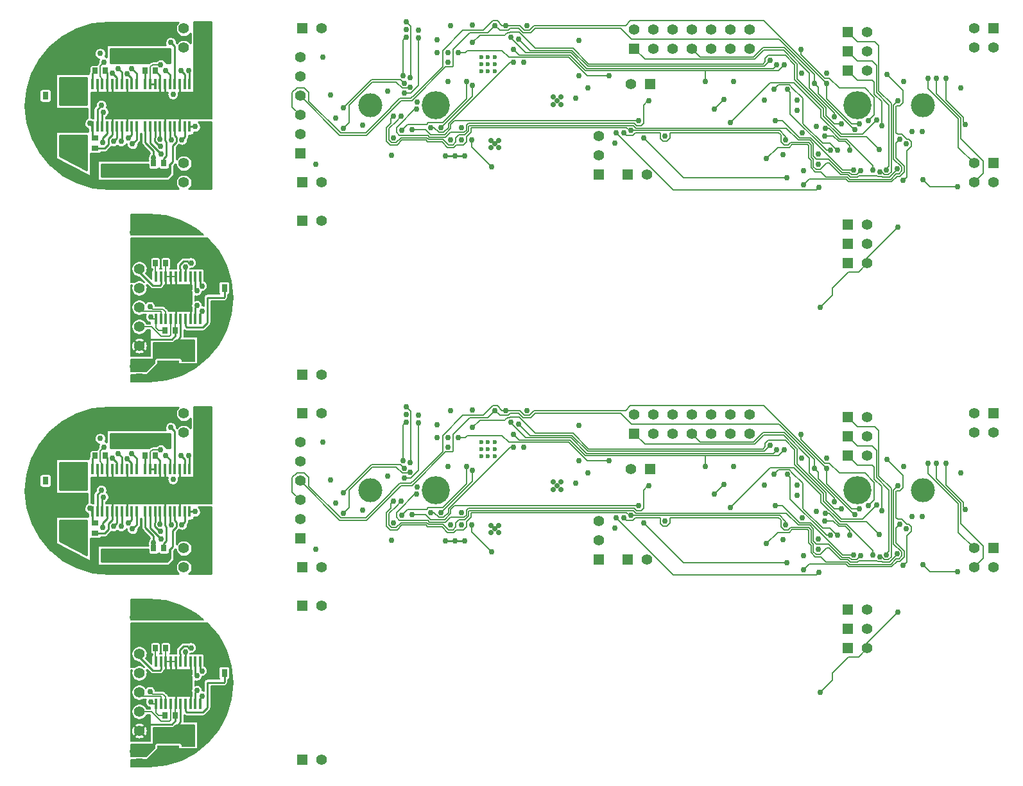
<source format=gbl>
G04 (created by PCBNEW (2013-07-07 BZR 4022)-stable) date 3/1/2014 5:06:07 PM*
%MOIN*%
G04 Gerber Fmt 3.4, Leading zero omitted, Abs format*
%FSLAX34Y34*%
G01*
G70*
G90*
G04 APERTURE LIST*
%ADD10C,0.00590551*%
%ADD11R,0.055X0.055*%
%ADD12C,0.055*%
%ADD13C,0.029*%
%ADD14R,0.0355X0.026*%
%ADD15R,0.026X0.0355*%
%ADD16R,0.031X0.043*%
%ADD17R,0.11811X0.0472441*%
%ADD18C,0.146*%
%ADD19C,0.125*%
%ADD20C,0.023622*%
%ADD21R,0.0165X0.0579*%
%ADD22C,0.03*%
%ADD23C,0.01*%
%ADD24C,0.006*%
G04 APERTURE END LIST*
G54D10*
G54D11*
X32300Y37950D03*
G54D12*
X32300Y38950D03*
X33300Y37950D03*
X33300Y38950D03*
X34300Y37950D03*
X34300Y38950D03*
X35300Y37950D03*
X35300Y38950D03*
X36300Y37950D03*
X36300Y38950D03*
X37300Y37950D03*
X37300Y38950D03*
X38300Y37950D03*
X38300Y38950D03*
G54D11*
X33116Y36128D03*
G54D12*
X32116Y36128D03*
G54D11*
X6600Y27500D03*
G54D12*
X6600Y26500D03*
X6600Y25500D03*
X6600Y24500D03*
X6600Y23500D03*
X6600Y22500D03*
G54D11*
X9900Y38000D03*
G54D12*
X8900Y38000D03*
X8900Y39000D03*
X9900Y39000D03*
G54D11*
X9900Y31000D03*
G54D12*
X8900Y31000D03*
X8900Y32000D03*
X9900Y32000D03*
G54D13*
X25050Y33000D03*
X25246Y33196D03*
X25246Y32803D03*
X24853Y32803D03*
X24853Y33196D03*
X28300Y35250D03*
X28103Y35053D03*
X28103Y35446D03*
X28496Y35446D03*
X28496Y35053D03*
G54D14*
X6775Y32267D03*
X6775Y31732D03*
X3150Y34732D03*
X3150Y35267D03*
X6600Y20932D03*
X6600Y21467D03*
X7650Y38267D03*
X7650Y37732D03*
X7000Y38267D03*
X7000Y37732D03*
X4850Y32267D03*
X4850Y31732D03*
G54D15*
X4282Y36800D03*
X4817Y36800D03*
X6882Y36800D03*
X7417Y36800D03*
X7432Y26800D03*
X7967Y26800D03*
X7932Y23300D03*
X8467Y23300D03*
G54D14*
X4300Y33317D03*
X4300Y32782D03*
G54D15*
X7332Y32000D03*
X7867Y32000D03*
G54D16*
X10404Y25511D03*
X11004Y25511D03*
X11004Y24481D03*
X10404Y24481D03*
X1104Y35511D03*
X1704Y35511D03*
X1704Y34481D03*
X1104Y34481D03*
G54D17*
X3150Y37042D03*
X3150Y36057D03*
X8100Y27507D03*
X8100Y28492D03*
X5800Y38492D03*
X5800Y37507D03*
X5850Y32492D03*
X5850Y31507D03*
X3150Y33992D03*
X3150Y33007D03*
X8100Y21507D03*
X8100Y22492D03*
G54D11*
X31950Y31400D03*
G54D12*
X32950Y31400D03*
G54D11*
X30450Y31400D03*
G54D12*
X30450Y32400D03*
X30450Y33400D03*
G54D18*
X22000Y35000D03*
X43900Y35000D03*
G54D19*
X18600Y35000D03*
X47300Y35000D03*
G54D20*
X25054Y36795D03*
X24700Y36795D03*
X24345Y36795D03*
X24345Y37150D03*
X24700Y37150D03*
X25054Y37150D03*
X25054Y37504D03*
X24700Y37504D03*
X24345Y37504D03*
G54D11*
X43400Y28800D03*
G54D12*
X44400Y28800D03*
G54D11*
X43400Y27800D03*
G54D12*
X44400Y27800D03*
G54D11*
X43400Y26800D03*
G54D12*
X44400Y26800D03*
G54D11*
X15050Y21000D03*
G54D12*
X16050Y21000D03*
G54D11*
X15050Y29000D03*
G54D12*
X16050Y29000D03*
G54D11*
X43400Y36800D03*
G54D12*
X44400Y36800D03*
G54D11*
X43400Y37800D03*
G54D12*
X44400Y37800D03*
G54D11*
X43400Y38800D03*
G54D12*
X44400Y38800D03*
G54D11*
X15050Y31000D03*
G54D12*
X16050Y31000D03*
G54D11*
X15050Y39000D03*
G54D12*
X16050Y39000D03*
G54D11*
X50950Y32000D03*
G54D12*
X49950Y32000D03*
X49950Y31000D03*
X50950Y31000D03*
G54D11*
X50950Y39000D03*
G54D12*
X49950Y39000D03*
X49950Y38000D03*
X50950Y38000D03*
G54D11*
X14950Y32500D03*
G54D12*
X14950Y33500D03*
X14950Y34500D03*
X14950Y35500D03*
X14950Y36500D03*
X14950Y37500D03*
G54D21*
X5172Y36102D03*
X5428Y36102D03*
X5684Y36102D03*
X5940Y36102D03*
X4408Y33900D03*
X4404Y36102D03*
X4660Y36102D03*
X4916Y36102D03*
X6196Y33898D03*
X5940Y33898D03*
X5684Y33898D03*
X5428Y33898D03*
X5172Y33898D03*
X4916Y33898D03*
X6196Y36102D03*
X4660Y33900D03*
X4148Y36102D03*
X6452Y36102D03*
X6452Y33898D03*
X4148Y33898D03*
X8472Y26102D03*
X8728Y26102D03*
X8984Y26102D03*
X9240Y26102D03*
X7708Y23900D03*
X7704Y26102D03*
X7960Y26102D03*
X8216Y26102D03*
X9496Y23898D03*
X9240Y23898D03*
X8984Y23898D03*
X8728Y23898D03*
X8472Y23898D03*
X8216Y23898D03*
X9496Y26102D03*
X7960Y23900D03*
X7448Y26102D03*
X9752Y26102D03*
X9752Y23898D03*
X7448Y23898D03*
X7922Y36102D03*
X8178Y36102D03*
X8434Y36102D03*
X8690Y36102D03*
X7158Y33900D03*
X7154Y36102D03*
X7410Y36102D03*
X7666Y36102D03*
X8946Y33898D03*
X8690Y33898D03*
X8434Y33898D03*
X8178Y33898D03*
X7922Y33898D03*
X7666Y33898D03*
X8946Y36102D03*
X7410Y33900D03*
X6898Y36102D03*
X9202Y36102D03*
X9202Y33898D03*
X6898Y33898D03*
X7922Y16102D03*
X8178Y16102D03*
X8434Y16102D03*
X8690Y16102D03*
X7158Y13900D03*
X7154Y16102D03*
X7410Y16102D03*
X7666Y16102D03*
X8946Y13898D03*
X8690Y13898D03*
X8434Y13898D03*
X8178Y13898D03*
X7922Y13898D03*
X7666Y13898D03*
X8946Y16102D03*
X7410Y13900D03*
X6898Y16102D03*
X9202Y16102D03*
X9202Y13898D03*
X6898Y13898D03*
X8472Y6102D03*
X8728Y6102D03*
X8984Y6102D03*
X9240Y6102D03*
X7708Y3900D03*
X7704Y6102D03*
X7960Y6102D03*
X8216Y6102D03*
X9496Y3898D03*
X9240Y3898D03*
X8984Y3898D03*
X8728Y3898D03*
X8472Y3898D03*
X8216Y3898D03*
X9496Y6102D03*
X7960Y3900D03*
X7448Y6102D03*
X9752Y6102D03*
X9752Y3898D03*
X7448Y3898D03*
X5172Y16102D03*
X5428Y16102D03*
X5684Y16102D03*
X5940Y16102D03*
X4408Y13900D03*
X4404Y16102D03*
X4660Y16102D03*
X4916Y16102D03*
X6196Y13898D03*
X5940Y13898D03*
X5684Y13898D03*
X5428Y13898D03*
X5172Y13898D03*
X4916Y13898D03*
X6196Y16102D03*
X4660Y13900D03*
X4148Y16102D03*
X6452Y16102D03*
X6452Y13898D03*
X4148Y13898D03*
G54D11*
X32300Y17950D03*
G54D12*
X32300Y18950D03*
X33300Y17950D03*
X33300Y18950D03*
X34300Y17950D03*
X34300Y18950D03*
X35300Y17950D03*
X35300Y18950D03*
X36300Y17950D03*
X36300Y18950D03*
X37300Y17950D03*
X37300Y18950D03*
X38300Y17950D03*
X38300Y18950D03*
G54D11*
X14950Y12500D03*
G54D12*
X14950Y13500D03*
X14950Y14500D03*
X14950Y15500D03*
X14950Y16500D03*
X14950Y17500D03*
G54D11*
X50950Y19000D03*
G54D12*
X49950Y19000D03*
X49950Y18000D03*
X50950Y18000D03*
G54D11*
X50950Y12000D03*
G54D12*
X49950Y12000D03*
X49950Y11000D03*
X50950Y11000D03*
G54D11*
X15050Y19000D03*
G54D12*
X16050Y19000D03*
G54D11*
X15050Y11000D03*
G54D12*
X16050Y11000D03*
G54D11*
X43400Y18800D03*
G54D12*
X44400Y18800D03*
G54D11*
X43400Y17800D03*
G54D12*
X44400Y17800D03*
G54D11*
X43400Y16800D03*
G54D12*
X44400Y16800D03*
G54D11*
X15050Y9000D03*
G54D12*
X16050Y9000D03*
G54D11*
X15050Y1000D03*
G54D12*
X16050Y1000D03*
G54D11*
X43400Y6800D03*
G54D12*
X44400Y6800D03*
G54D11*
X43400Y7800D03*
G54D12*
X44400Y7800D03*
G54D11*
X43400Y8800D03*
G54D12*
X44400Y8800D03*
G54D20*
X25054Y16795D03*
X24700Y16795D03*
X24345Y16795D03*
X24345Y17150D03*
X24700Y17150D03*
X25054Y17150D03*
X25054Y17504D03*
X24700Y17504D03*
X24345Y17504D03*
G54D18*
X22000Y15000D03*
X43900Y15000D03*
G54D19*
X18600Y15000D03*
X47300Y15000D03*
G54D11*
X30450Y11400D03*
G54D12*
X30450Y12400D03*
X30450Y13400D03*
G54D11*
X31950Y11400D03*
G54D12*
X32950Y11400D03*
G54D17*
X8100Y1507D03*
X8100Y2492D03*
X3150Y13992D03*
X3150Y13007D03*
X5850Y12492D03*
X5850Y11507D03*
X5800Y18492D03*
X5800Y17507D03*
X8100Y7507D03*
X8100Y8492D03*
X3150Y17042D03*
X3150Y16057D03*
G54D16*
X1104Y15511D03*
X1704Y15511D03*
X1704Y14481D03*
X1104Y14481D03*
X10404Y5511D03*
X11004Y5511D03*
X11004Y4481D03*
X10404Y4481D03*
G54D15*
X7332Y12000D03*
X7867Y12000D03*
G54D14*
X4300Y13317D03*
X4300Y12782D03*
G54D15*
X7932Y3300D03*
X8467Y3300D03*
X7432Y6800D03*
X7967Y6800D03*
X6882Y16800D03*
X7417Y16800D03*
X4282Y16800D03*
X4817Y16800D03*
G54D14*
X4850Y12267D03*
X4850Y11732D03*
X7000Y18267D03*
X7000Y17732D03*
X7650Y18267D03*
X7650Y17732D03*
X6600Y932D03*
X6600Y1467D03*
X3150Y14732D03*
X3150Y15267D03*
X6775Y12267D03*
X6775Y11732D03*
G54D13*
X28300Y15250D03*
X28103Y15053D03*
X28103Y15446D03*
X28496Y15446D03*
X28496Y15053D03*
X25050Y13000D03*
X25246Y13196D03*
X25246Y12803D03*
X24853Y12803D03*
X24853Y13196D03*
G54D11*
X9900Y11000D03*
G54D12*
X8900Y11000D03*
X8900Y12000D03*
X9900Y12000D03*
G54D11*
X9900Y18000D03*
G54D12*
X8900Y18000D03*
X8900Y19000D03*
X9900Y19000D03*
G54D11*
X6600Y7500D03*
G54D12*
X6600Y6500D03*
X6600Y5500D03*
X6600Y4500D03*
X6600Y3500D03*
X6600Y2500D03*
G54D11*
X33116Y16128D03*
G54D12*
X32116Y16128D03*
G54D22*
X23500Y32375D03*
X23000Y32370D03*
X22500Y32375D03*
X22500Y12375D03*
X23000Y12370D03*
X23500Y12375D03*
X22050Y38400D03*
X20450Y38950D03*
X23900Y39167D03*
X26732Y39150D03*
X47267Y33650D03*
X16532Y35550D03*
X16117Y37500D03*
X19500Y35750D03*
X19800Y33317D03*
X22632Y37250D03*
X29900Y35917D03*
X46432Y33000D03*
X46283Y36250D03*
X42300Y36667D03*
X41750Y33917D03*
X41850Y31932D03*
X46000Y28682D03*
X41950Y24500D03*
X40750Y34732D03*
X4750Y37250D03*
X7700Y37125D03*
X7325Y32275D03*
X4025Y34075D03*
X7200Y24000D03*
X7200Y4000D03*
X4025Y14075D03*
X7325Y12275D03*
X7700Y17125D03*
X4750Y17250D03*
X40750Y14732D03*
X41950Y4500D03*
X46000Y8682D03*
X41850Y11932D03*
X41750Y13917D03*
X42300Y16667D03*
X46283Y16250D03*
X46432Y13000D03*
X29900Y15917D03*
X22632Y17250D03*
X19800Y13317D03*
X19500Y15750D03*
X16117Y17500D03*
X16532Y15550D03*
X47267Y13650D03*
X26732Y19150D03*
X23900Y19167D03*
X20450Y18950D03*
X22050Y18400D03*
X23894Y38275D03*
X44900Y34250D03*
X44900Y14250D03*
X23894Y18275D03*
X25632Y39150D03*
X42300Y36132D03*
X44000Y34050D03*
X47550Y36400D03*
X7150Y24550D03*
X4725Y34650D03*
X7700Y32875D03*
X7700Y12875D03*
X4725Y14650D03*
X7150Y4550D03*
X47550Y16400D03*
X44000Y14050D03*
X42300Y16132D03*
X25632Y19150D03*
X25067Y39150D03*
X41650Y36132D03*
X43750Y33750D03*
X47975Y36400D03*
X4625Y35000D03*
X7725Y32475D03*
X7725Y12475D03*
X4625Y15000D03*
X47975Y16400D03*
X43750Y13750D03*
X41650Y16132D03*
X25067Y19150D03*
X40100Y37100D03*
X26032Y37900D03*
X35990Y36246D03*
X35990Y16246D03*
X26032Y17900D03*
X40100Y17100D03*
X26300Y38450D03*
X39350Y37350D03*
X39350Y17350D03*
X26300Y18450D03*
X48475Y36400D03*
X39700Y37100D03*
X25900Y38550D03*
X49500Y34025D03*
X49500Y14025D03*
X25900Y18550D03*
X39700Y17100D03*
X48475Y16400D03*
X20350Y35650D03*
X21100Y38500D03*
X21100Y18500D03*
X20350Y15650D03*
X20300Y36550D03*
X20450Y38550D03*
X20450Y18550D03*
X20300Y16550D03*
X17174Y33818D03*
X20650Y35950D03*
X20650Y15950D03*
X17174Y13818D03*
X20350Y36150D03*
X17174Y34881D03*
X17174Y14881D03*
X20350Y16150D03*
X42700Y34400D03*
X42700Y14400D03*
X43050Y34050D03*
X43050Y14050D03*
X23167Y37750D03*
X31350Y33575D03*
X31000Y36550D03*
X41900Y30750D03*
X41900Y10750D03*
X31000Y16550D03*
X31350Y13575D03*
X23167Y17750D03*
X43675Y31650D03*
X39632Y34200D03*
X39632Y14200D03*
X43675Y11650D03*
X20175Y34450D03*
X44050Y31600D03*
X44050Y11600D03*
X20175Y14450D03*
X31750Y33575D03*
X45950Y31700D03*
X45950Y11700D03*
X31750Y13575D03*
X46250Y31100D03*
X45417Y36625D03*
X45417Y16625D03*
X46250Y11100D03*
X45050Y31550D03*
X45050Y11550D03*
X45400Y31650D03*
X45400Y11650D03*
X45150Y33950D03*
X45150Y13950D03*
X47275Y31150D03*
X49100Y30775D03*
X49100Y10775D03*
X47275Y11150D03*
X44450Y34200D03*
X36450Y34800D03*
X36950Y35300D03*
X40950Y37900D03*
X40950Y17900D03*
X36950Y15300D03*
X36450Y14800D03*
X44450Y14200D03*
X43500Y32675D03*
X42175Y33425D03*
X42175Y13425D03*
X43500Y12675D03*
X37275Y34100D03*
X45025Y32725D03*
X45025Y12725D03*
X37275Y14100D03*
X46100Y33250D03*
X41083Y30875D03*
X41083Y10875D03*
X46100Y13250D03*
X24900Y31800D03*
X23867Y33200D03*
X23867Y13200D03*
X24900Y11800D03*
X7950Y36825D03*
X7950Y16825D03*
X8225Y38275D03*
X8225Y18275D03*
X8350Y35575D03*
X8750Y36800D03*
X8750Y16800D03*
X8350Y15575D03*
X9150Y36825D03*
X9150Y16825D03*
X9475Y33900D03*
X9475Y13900D03*
X8800Y33225D03*
X8800Y13225D03*
X5800Y37507D03*
X8250Y33225D03*
X8250Y13225D03*
X5800Y17507D03*
X5200Y36675D03*
X5200Y16675D03*
X5500Y36925D03*
X4550Y37700D03*
X4550Y17700D03*
X5500Y16925D03*
X5950Y36650D03*
X5950Y16650D03*
X6200Y36925D03*
X6200Y16925D03*
X6225Y33000D03*
X6225Y13000D03*
X6025Y33300D03*
X6025Y13300D03*
X1704Y35511D03*
X5650Y33150D03*
X5650Y13150D03*
X1704Y15511D03*
X3150Y33007D03*
X5250Y33150D03*
X3150Y35625D03*
X3150Y15625D03*
X5250Y13150D03*
X3150Y13007D03*
X9275Y26825D03*
X9275Y6825D03*
X8975Y26625D03*
X8975Y6625D03*
X9575Y25375D03*
X9575Y5375D03*
X9850Y25625D03*
X9850Y5625D03*
X9850Y24325D03*
X9850Y4325D03*
X9575Y24600D03*
X9575Y4600D03*
X6225Y21450D03*
X6225Y28425D03*
X6225Y8425D03*
X6225Y1450D03*
X7650Y33250D03*
X4675Y33075D03*
X4675Y13075D03*
X7650Y13250D03*
X44700Y31650D03*
X42225Y33800D03*
X42225Y13800D03*
X44700Y11650D03*
X42475Y32675D03*
X40250Y35832D03*
X40250Y15832D03*
X42475Y12675D03*
X39550Y35832D03*
X42850Y32675D03*
X42850Y12675D03*
X39550Y15832D03*
X21100Y38900D03*
X22067Y37750D03*
X16800Y34350D03*
X19700Y32400D03*
X18200Y33967D03*
X22750Y39150D03*
X22632Y37750D03*
X22632Y36250D03*
X23332Y33850D03*
X23332Y33200D03*
X22767Y33200D03*
X26567Y37250D03*
X29432Y36550D03*
X29250Y35382D03*
X39050Y35267D03*
X41000Y36667D03*
X40750Y35267D03*
X41033Y33575D03*
X41850Y32467D03*
X49250Y35900D03*
X33895Y33400D03*
X46732Y33650D03*
X21025Y35175D03*
X41083Y31625D03*
X40025Y32450D03*
X31275Y33033D03*
X15750Y31950D03*
X29407Y38375D03*
X37448Y36246D03*
X37448Y16246D03*
X29407Y18375D03*
X15750Y11950D03*
X31275Y13033D03*
X40025Y12450D03*
X41083Y11625D03*
X21025Y15175D03*
X46732Y13650D03*
X33895Y13400D03*
X49250Y15900D03*
X41850Y12467D03*
X41033Y13575D03*
X40750Y15267D03*
X41000Y16667D03*
X39050Y15267D03*
X29250Y15382D03*
X29432Y16550D03*
X26567Y17250D03*
X22767Y13200D03*
X23332Y13200D03*
X23332Y13850D03*
X22632Y16250D03*
X22632Y17750D03*
X22750Y19150D03*
X18200Y13967D03*
X19700Y12400D03*
X16800Y14350D03*
X22067Y17750D03*
X21100Y18900D03*
X20225Y33725D03*
X23600Y36250D03*
X23600Y16250D03*
X20225Y13725D03*
X23900Y36050D03*
X22267Y33850D03*
X22267Y13850D03*
X23900Y16050D03*
X26032Y37250D03*
X21732Y33850D03*
X21732Y13850D03*
X26032Y17250D03*
X20450Y39350D03*
X20650Y36450D03*
X20650Y16450D03*
X20450Y19350D03*
X32125Y33700D03*
X19800Y34450D03*
X40167Y33200D03*
X40167Y13200D03*
X19800Y14450D03*
X32125Y13700D03*
X21000Y34800D03*
X33050Y35250D03*
X39167Y32250D03*
X46000Y35250D03*
X46000Y15250D03*
X39167Y12250D03*
X33050Y15250D03*
X21000Y14800D03*
X20750Y33732D03*
X32532Y34200D03*
X32775Y33325D03*
X40217Y31250D03*
X40217Y11250D03*
X32775Y13325D03*
X32532Y14200D03*
X20750Y13732D03*
G54D23*
X23000Y32370D02*
X23004Y32375D01*
X23004Y32375D02*
X23500Y32375D01*
X22504Y32370D02*
X22500Y32375D01*
X23000Y32370D02*
X22504Y32370D01*
X23000Y12370D02*
X22504Y12370D01*
X22504Y12370D02*
X22500Y12375D01*
X23004Y12375D02*
X23500Y12375D01*
X23000Y12370D02*
X23004Y12375D01*
G54D24*
X23900Y39167D02*
X23900Y39150D01*
X26732Y39150D02*
X26750Y39150D01*
X47267Y33650D02*
X47250Y33650D01*
X16532Y35550D02*
X16550Y35550D01*
X16117Y37500D02*
X16100Y37500D01*
X19800Y33317D02*
X19800Y33300D01*
X22632Y37250D02*
X22650Y37250D01*
X29900Y35917D02*
X29900Y35900D01*
X46432Y33000D02*
X46450Y33000D01*
X46283Y36250D02*
X46300Y36250D01*
X42300Y36667D02*
X42300Y36650D01*
X41750Y33917D02*
X41750Y33900D01*
X41850Y31932D02*
X41850Y31950D01*
X44400Y27082D02*
X44400Y26800D01*
X46000Y28682D02*
X44400Y27082D01*
X41950Y24500D02*
X42600Y25150D01*
X42600Y25150D02*
X42600Y25525D01*
X42600Y25525D02*
X43425Y26350D01*
X43425Y26350D02*
X43950Y26350D01*
X43950Y26350D02*
X44400Y26800D01*
X40750Y34732D02*
X40750Y34725D01*
X7448Y23452D02*
X7600Y23300D01*
X7600Y23300D02*
X7932Y23300D01*
X7448Y23898D02*
X7448Y23452D01*
G54D23*
X7154Y36102D02*
X7410Y36102D01*
G54D24*
X4660Y36390D02*
X4550Y36500D01*
X4550Y36500D02*
X4550Y37050D01*
X4550Y37050D02*
X4750Y37250D01*
X4660Y36102D02*
X4660Y36390D01*
X7154Y37004D02*
X7275Y37125D01*
X7275Y37125D02*
X7700Y37125D01*
X7154Y36102D02*
X7154Y37004D01*
G54D23*
X6898Y33898D02*
X6898Y33977D01*
X6898Y33075D02*
X7332Y32641D01*
X7332Y32325D02*
X7332Y32000D01*
X7332Y32641D02*
X7332Y32325D01*
X6898Y33898D02*
X6898Y33075D01*
X7332Y32282D02*
X7325Y32275D01*
X7332Y32325D02*
X7332Y32282D01*
X4148Y33469D02*
X4148Y33898D01*
X4300Y33317D02*
X4148Y33469D01*
X4025Y34021D02*
X4025Y34075D01*
X4148Y33898D02*
X4025Y34021D01*
X6600Y26350D02*
X6600Y26500D01*
X7300Y25650D02*
X6600Y26350D01*
X7650Y25650D02*
X7300Y25650D01*
X7704Y25704D02*
X7650Y25650D01*
X7704Y26102D02*
X7704Y25704D01*
G54D24*
X7302Y23898D02*
X7200Y24000D01*
X7448Y23898D02*
X7302Y23898D01*
X7448Y3898D02*
X7302Y3898D01*
X7302Y3898D02*
X7200Y4000D01*
G54D23*
X7704Y6102D02*
X7704Y5704D01*
X7704Y5704D02*
X7650Y5650D01*
X7650Y5650D02*
X7300Y5650D01*
X7300Y5650D02*
X6600Y6350D01*
X6600Y6350D02*
X6600Y6500D01*
X4148Y13898D02*
X4025Y14021D01*
X4025Y14021D02*
X4025Y14075D01*
X4300Y13317D02*
X4148Y13469D01*
X4148Y13469D02*
X4148Y13898D01*
X7332Y12325D02*
X7332Y12282D01*
X7332Y12282D02*
X7325Y12275D01*
X6898Y13898D02*
X6898Y13075D01*
X7332Y12641D02*
X7332Y12325D01*
X7332Y12325D02*
X7332Y12000D01*
X6898Y13075D02*
X7332Y12641D01*
X6898Y13898D02*
X6898Y13977D01*
G54D24*
X7154Y16102D02*
X7154Y17004D01*
X7275Y17125D02*
X7700Y17125D01*
X7154Y17004D02*
X7275Y17125D01*
X4660Y16102D02*
X4660Y16390D01*
X4550Y17050D02*
X4750Y17250D01*
X4550Y16500D02*
X4550Y17050D01*
X4660Y16390D02*
X4550Y16500D01*
G54D23*
X7154Y16102D02*
X7410Y16102D01*
G54D24*
X7448Y3898D02*
X7448Y3452D01*
X7600Y3300D02*
X7932Y3300D01*
X7448Y3452D02*
X7600Y3300D01*
X40750Y14732D02*
X40750Y14725D01*
X43950Y6350D02*
X44400Y6800D01*
X43425Y6350D02*
X43950Y6350D01*
X42600Y5525D02*
X43425Y6350D01*
X42600Y5150D02*
X42600Y5525D01*
X41950Y4500D02*
X42600Y5150D01*
X46000Y8682D02*
X44400Y7082D01*
X44400Y7082D02*
X44400Y6800D01*
X41850Y11932D02*
X41850Y11950D01*
X41750Y13917D02*
X41750Y13900D01*
X42300Y16667D02*
X42300Y16650D01*
X46283Y16250D02*
X46300Y16250D01*
X46432Y13000D02*
X46450Y13000D01*
X29900Y15917D02*
X29900Y15900D01*
X22632Y17250D02*
X22650Y17250D01*
X19800Y13317D02*
X19800Y13300D01*
X16117Y17500D02*
X16100Y17500D01*
X16532Y15550D02*
X16550Y15550D01*
X47267Y13650D02*
X47250Y13650D01*
X26732Y19150D02*
X26750Y19150D01*
X23900Y19167D02*
X23900Y19150D01*
X25600Y38675D02*
X25704Y38779D01*
X25704Y38779D02*
X25804Y38779D01*
X25804Y38779D02*
X25825Y38800D01*
X25825Y38800D02*
X26330Y38800D01*
X26330Y38800D02*
X27150Y37980D01*
X27150Y37980D02*
X29109Y37980D01*
X29109Y37980D02*
X29929Y37160D01*
X29929Y37160D02*
X38985Y37160D01*
X38985Y37160D02*
X39100Y37275D01*
X39100Y37275D02*
X39100Y37450D01*
X39100Y37450D02*
X39250Y37600D01*
X39250Y37600D02*
X40153Y37600D01*
X40153Y37600D02*
X40629Y37124D01*
X40629Y37124D02*
X40629Y36331D01*
X40629Y36331D02*
X42120Y34840D01*
X42120Y34840D02*
X42120Y34450D01*
X25575Y38675D02*
X25559Y38659D01*
X24279Y38659D02*
X25559Y38659D01*
X23894Y38275D02*
X24279Y38659D01*
X25575Y38675D02*
X25600Y38675D01*
X43055Y33500D02*
X44150Y33500D01*
X44150Y33500D02*
X44900Y34250D01*
X42120Y34435D02*
X43055Y33500D01*
X42120Y34450D02*
X42120Y34435D01*
X42120Y14450D02*
X42120Y14435D01*
X42120Y14435D02*
X43055Y13500D01*
X44150Y13500D02*
X44900Y14250D01*
X43055Y13500D02*
X44150Y13500D01*
X25575Y18675D02*
X25600Y18675D01*
X23894Y18275D02*
X24279Y18659D01*
X24279Y18659D02*
X25559Y18659D01*
X25575Y18675D02*
X25559Y18659D01*
X42120Y14840D02*
X42120Y14450D01*
X40629Y16331D02*
X42120Y14840D01*
X40629Y17124D02*
X40629Y16331D01*
X40153Y17600D02*
X40629Y17124D01*
X39250Y17600D02*
X40153Y17600D01*
X39100Y17450D02*
X39250Y17600D01*
X39100Y17275D02*
X39100Y17450D01*
X38985Y17160D02*
X39100Y17275D01*
X29929Y17160D02*
X38985Y17160D01*
X29109Y17980D02*
X29929Y17160D01*
X27150Y17980D02*
X29109Y17980D01*
X26330Y18800D02*
X27150Y17980D01*
X25825Y18800D02*
X26330Y18800D01*
X25804Y18779D02*
X25825Y18800D01*
X25704Y18779D02*
X25804Y18779D01*
X25600Y18675D02*
X25704Y18779D01*
X25632Y39150D02*
X25650Y39150D01*
X42300Y36132D02*
X42300Y36150D01*
X43600Y34050D02*
X44000Y34050D01*
X42300Y35350D02*
X43600Y34050D01*
X42300Y36132D02*
X42300Y35350D01*
X26350Y39150D02*
X26600Y38900D01*
X26600Y38900D02*
X26850Y38900D01*
X26850Y38900D02*
X27100Y39150D01*
X27100Y39150D02*
X31850Y39150D01*
X31850Y39150D02*
X32100Y39400D01*
X32100Y39400D02*
X38600Y39400D01*
X38600Y39400D02*
X39032Y39400D01*
X39032Y39400D02*
X42300Y36132D01*
X25632Y39150D02*
X26350Y39150D01*
X24450Y38900D02*
X23400Y38900D01*
X23400Y38900D02*
X22350Y37850D01*
X22350Y37850D02*
X22350Y37375D01*
X19662Y34912D02*
X19662Y34882D01*
X20800Y35475D02*
X20695Y35370D01*
X20695Y35370D02*
X20120Y35370D01*
X20120Y35370D02*
X19662Y34912D01*
X25425Y39150D02*
X25632Y39150D01*
X22350Y37019D02*
X20805Y35475D01*
X22350Y37375D02*
X22350Y37019D01*
X24950Y39400D02*
X24825Y39275D01*
X25175Y39400D02*
X24950Y39400D01*
X25425Y39150D02*
X25175Y39400D01*
X20805Y35475D02*
X20800Y35475D01*
X14950Y34500D02*
X14525Y34925D01*
X14525Y35675D02*
X14525Y34925D01*
X14775Y35925D02*
X14525Y35675D01*
X15150Y35925D02*
X14775Y35925D01*
X15400Y35675D02*
X15150Y35925D01*
X15400Y35219D02*
X15400Y35675D01*
X17049Y33570D02*
X15400Y35219D01*
X18350Y33570D02*
X17049Y33570D01*
X19662Y34882D02*
X18350Y33570D01*
X24825Y39275D02*
X24450Y38900D01*
X47550Y35875D02*
X49125Y34300D01*
X49125Y34300D02*
X49125Y32825D01*
X49125Y32825D02*
X49950Y32000D01*
X47550Y36400D02*
X47550Y35875D01*
X7275Y24425D02*
X7150Y24550D01*
X7554Y24425D02*
X7300Y24425D01*
X7960Y24265D02*
X7850Y24375D01*
X7850Y24375D02*
X7800Y24425D01*
X7800Y24425D02*
X7554Y24425D01*
X7960Y23900D02*
X7960Y24265D01*
X7300Y24425D02*
X7275Y24425D01*
G54D23*
X4660Y33900D02*
X4660Y34585D01*
X4660Y34585D02*
X4725Y34650D01*
X7410Y33900D02*
X7410Y33360D01*
X7650Y32875D02*
X7700Y32875D01*
X7375Y33150D02*
X7650Y32875D01*
X7375Y33325D02*
X7375Y33150D01*
X7410Y33360D02*
X7375Y33325D01*
X7410Y13360D02*
X7375Y13325D01*
X7375Y13325D02*
X7375Y13150D01*
X7375Y13150D02*
X7650Y12875D01*
X7650Y12875D02*
X7700Y12875D01*
X7410Y13900D02*
X7410Y13360D01*
X4660Y14585D02*
X4725Y14650D01*
X4660Y13900D02*
X4660Y14585D01*
G54D24*
X7300Y4425D02*
X7275Y4425D01*
X7960Y3900D02*
X7960Y4265D01*
X7800Y4425D02*
X7554Y4425D01*
X7850Y4375D02*
X7800Y4425D01*
X7960Y4265D02*
X7850Y4375D01*
X7554Y4425D02*
X7300Y4425D01*
X7275Y4425D02*
X7150Y4550D01*
X47550Y16400D02*
X47550Y15875D01*
X49125Y12825D02*
X49950Y12000D01*
X49125Y14300D02*
X49125Y12825D01*
X47550Y15875D02*
X49125Y14300D01*
X24825Y19275D02*
X24450Y18900D01*
X19662Y14882D02*
X18350Y13570D01*
X18350Y13570D02*
X17049Y13570D01*
X17049Y13570D02*
X15400Y15219D01*
X15400Y15219D02*
X15400Y15675D01*
X15400Y15675D02*
X15150Y15925D01*
X15150Y15925D02*
X14775Y15925D01*
X14775Y15925D02*
X14525Y15675D01*
X14525Y15675D02*
X14525Y14925D01*
X14950Y14500D02*
X14525Y14925D01*
X20805Y15475D02*
X20800Y15475D01*
X25425Y19150D02*
X25175Y19400D01*
X25175Y19400D02*
X24950Y19400D01*
X24950Y19400D02*
X24825Y19275D01*
X22350Y17375D02*
X22350Y17019D01*
X22350Y17019D02*
X20805Y15475D01*
X25425Y19150D02*
X25632Y19150D01*
X20120Y15370D02*
X19662Y14912D01*
X20695Y15370D02*
X20120Y15370D01*
X20800Y15475D02*
X20695Y15370D01*
X19662Y14912D02*
X19662Y14882D01*
X22350Y17850D02*
X22350Y17375D01*
X23400Y18900D02*
X22350Y17850D01*
X24450Y18900D02*
X23400Y18900D01*
X25632Y19150D02*
X26350Y19150D01*
X39032Y19400D02*
X42300Y16132D01*
X38600Y19400D02*
X39032Y19400D01*
X32100Y19400D02*
X38600Y19400D01*
X31850Y19150D02*
X32100Y19400D01*
X27100Y19150D02*
X31850Y19150D01*
X26850Y18900D02*
X27100Y19150D01*
X26600Y18900D02*
X26850Y18900D01*
X26350Y19150D02*
X26600Y18900D01*
X42300Y16132D02*
X42300Y15350D01*
X42300Y15350D02*
X43600Y14050D01*
X43600Y14050D02*
X44000Y14050D01*
X42300Y16132D02*
X42300Y16150D01*
X25632Y19150D02*
X25650Y19150D01*
X25067Y39150D02*
X25050Y39150D01*
X41650Y36132D02*
X41650Y36150D01*
X41850Y35932D02*
X41650Y36132D01*
X41850Y35630D02*
X41850Y35932D01*
X43730Y33750D02*
X41850Y35630D01*
X43750Y33750D02*
X43730Y33750D01*
X22850Y37000D02*
X22900Y37050D01*
X22900Y37050D02*
X22900Y37925D01*
X22900Y37925D02*
X23754Y38779D01*
X23754Y38779D02*
X24697Y38779D01*
X24697Y38779D02*
X25067Y39150D01*
X17000Y33450D02*
X18400Y33450D01*
X22500Y37000D02*
X20750Y35250D01*
X20750Y35250D02*
X20200Y35250D01*
X20200Y35250D02*
X18400Y33450D01*
X14950Y35500D02*
X17000Y33450D01*
X22500Y37000D02*
X22850Y37000D01*
X50425Y32100D02*
X50425Y31850D01*
X49250Y33275D02*
X50425Y32100D01*
X49250Y34344D02*
X49250Y33275D01*
X47975Y35619D02*
X49250Y34344D01*
X49950Y31000D02*
X50425Y31475D01*
X50425Y31850D02*
X50425Y31475D01*
X47975Y36400D02*
X47975Y35619D01*
X41650Y36600D02*
X41650Y36132D01*
X25067Y39150D02*
X25317Y38900D01*
X25850Y39000D02*
X25750Y38900D01*
X26300Y39000D02*
X25850Y39000D01*
X26525Y38775D02*
X26300Y39000D01*
X26925Y38775D02*
X26525Y38775D01*
X27119Y38969D02*
X26925Y38775D01*
X27119Y39000D02*
X27119Y38969D01*
X31600Y39000D02*
X27119Y39000D01*
X32150Y38450D02*
X31600Y39000D01*
X39800Y38450D02*
X32150Y38450D01*
X39843Y38406D02*
X39800Y38450D01*
X39856Y38406D02*
X39843Y38406D01*
X41650Y36612D02*
X39856Y38406D01*
X41650Y36600D02*
X41650Y36612D01*
X25317Y38900D02*
X25750Y38900D01*
X7708Y24292D02*
X7700Y24300D01*
X7700Y24300D02*
X6800Y24300D01*
X6800Y24300D02*
X6600Y24500D01*
X7708Y23900D02*
X7708Y24292D01*
G54D23*
X4408Y33900D02*
X4408Y34783D01*
X4408Y34783D02*
X4625Y35000D01*
X7158Y33900D02*
X7158Y33042D01*
X7158Y33042D02*
X7725Y32475D01*
X7158Y13042D02*
X7725Y12475D01*
X7158Y13900D02*
X7158Y13042D01*
X4408Y14783D02*
X4625Y15000D01*
X4408Y13900D02*
X4408Y14783D01*
G54D24*
X7708Y3900D02*
X7708Y4292D01*
X6800Y4300D02*
X6600Y4500D01*
X7700Y4300D02*
X6800Y4300D01*
X7708Y4292D02*
X7700Y4300D01*
X25317Y18900D02*
X25750Y18900D01*
X41650Y16600D02*
X41650Y16612D01*
X41650Y16612D02*
X39856Y18406D01*
X39856Y18406D02*
X39843Y18406D01*
X39843Y18406D02*
X39800Y18450D01*
X39800Y18450D02*
X32150Y18450D01*
X32150Y18450D02*
X31600Y19000D01*
X31600Y19000D02*
X27119Y19000D01*
X27119Y19000D02*
X27119Y18969D01*
X27119Y18969D02*
X26925Y18775D01*
X26925Y18775D02*
X26525Y18775D01*
X26525Y18775D02*
X26300Y19000D01*
X26300Y19000D02*
X25850Y19000D01*
X25850Y19000D02*
X25750Y18900D01*
X25067Y19150D02*
X25317Y18900D01*
X41650Y16600D02*
X41650Y16132D01*
X47975Y16400D02*
X47975Y15619D01*
X50425Y11850D02*
X50425Y11475D01*
X49950Y11000D02*
X50425Y11475D01*
X47975Y15619D02*
X49250Y14344D01*
X49250Y14344D02*
X49250Y13275D01*
X49250Y13275D02*
X50425Y12100D01*
X50425Y12100D02*
X50425Y11850D01*
X22500Y17000D02*
X22850Y17000D01*
X14950Y15500D02*
X17000Y13450D01*
X20200Y15250D02*
X18400Y13450D01*
X20750Y15250D02*
X20200Y15250D01*
X22500Y17000D02*
X20750Y15250D01*
X17000Y13450D02*
X18400Y13450D01*
X24697Y18779D02*
X25067Y19150D01*
X23754Y18779D02*
X24697Y18779D01*
X22900Y17925D02*
X23754Y18779D01*
X22900Y17050D02*
X22900Y17925D01*
X22850Y17000D02*
X22900Y17050D01*
X43750Y13750D02*
X43730Y13750D01*
X43730Y13750D02*
X41850Y15630D01*
X41850Y15630D02*
X41850Y15932D01*
X41850Y15932D02*
X41650Y16132D01*
X41650Y16132D02*
X41650Y16150D01*
X25067Y19150D02*
X25050Y19150D01*
X35990Y36800D02*
X39800Y36800D01*
X33116Y36800D02*
X35990Y36800D01*
X39800Y36800D02*
X40100Y37100D01*
X29769Y36800D02*
X33116Y36800D01*
X28949Y37620D02*
X29769Y36800D01*
X28750Y37620D02*
X28949Y37620D01*
X28350Y37620D02*
X28750Y37620D01*
X26032Y37900D02*
X26312Y37620D01*
X26025Y37900D02*
X26032Y37900D01*
X26312Y37620D02*
X28350Y37620D01*
X35990Y36246D02*
X35990Y36800D01*
X35990Y16246D02*
X35990Y16800D01*
X26312Y17620D02*
X28350Y17620D01*
X26025Y17900D02*
X26032Y17900D01*
X26032Y17900D02*
X26312Y17620D01*
X28350Y17620D02*
X28750Y17620D01*
X28750Y17620D02*
X28949Y17620D01*
X28949Y17620D02*
X29769Y16800D01*
X29769Y16800D02*
X33116Y16800D01*
X39800Y16800D02*
X40100Y17100D01*
X33116Y16800D02*
X35990Y16800D01*
X35990Y16800D02*
X39800Y16800D01*
X26300Y38450D02*
X26889Y37860D01*
X39040Y37040D02*
X39350Y37350D01*
X29879Y37040D02*
X39040Y37040D01*
X29059Y37860D02*
X29879Y37040D01*
X26889Y37860D02*
X29059Y37860D01*
X26889Y17860D02*
X29059Y17860D01*
X29059Y17860D02*
X29879Y17040D01*
X29879Y17040D02*
X39040Y17040D01*
X39040Y17040D02*
X39350Y17350D01*
X26300Y18450D02*
X26889Y17860D01*
X25900Y38500D02*
X26659Y37740D01*
X26659Y37740D02*
X29009Y37740D01*
X29009Y37740D02*
X29829Y36920D01*
X29829Y36920D02*
X39520Y36920D01*
X39520Y36920D02*
X39700Y37100D01*
X25900Y38550D02*
X25900Y38500D01*
X48475Y35289D02*
X48475Y36400D01*
X49375Y34389D02*
X48475Y35289D01*
X49375Y34150D02*
X49375Y34389D01*
X49500Y34025D02*
X49375Y34150D01*
X49500Y14025D02*
X49375Y14150D01*
X49375Y14150D02*
X49375Y14389D01*
X49375Y14389D02*
X48475Y15289D01*
X48475Y15289D02*
X48475Y16400D01*
X25900Y18550D02*
X25900Y18500D01*
X39520Y16920D02*
X39700Y17100D01*
X29829Y16920D02*
X39520Y16920D01*
X29009Y17740D02*
X29829Y16920D01*
X26659Y17740D02*
X29009Y17740D01*
X25900Y18500D02*
X26659Y17740D01*
X20350Y35650D02*
X20700Y35650D01*
X20700Y35650D02*
X21100Y36050D01*
X21100Y36050D02*
X21100Y38500D01*
X21100Y16050D02*
X21100Y18500D01*
X20700Y15650D02*
X21100Y16050D01*
X20350Y15650D02*
X20700Y15650D01*
X20300Y38400D02*
X20450Y38550D01*
X20300Y36550D02*
X20300Y38400D01*
X20300Y16550D02*
X20300Y18400D01*
X20300Y18400D02*
X20450Y18550D01*
X17174Y33818D02*
X17481Y34125D01*
X17481Y34125D02*
X17481Y35018D01*
X17481Y35018D02*
X18692Y36229D01*
X18692Y36229D02*
X19920Y36229D01*
X19920Y36229D02*
X20250Y35900D01*
X20250Y35900D02*
X20450Y35900D01*
X20650Y35950D02*
X20600Y35900D01*
X20600Y35900D02*
X20450Y35900D01*
X20600Y15900D02*
X20450Y15900D01*
X20650Y15950D02*
X20600Y15900D01*
X20250Y15900D02*
X20450Y15900D01*
X19920Y16229D02*
X20250Y15900D01*
X18692Y16229D02*
X19920Y16229D01*
X17481Y15018D02*
X18692Y16229D01*
X17481Y14125D02*
X17481Y15018D01*
X17174Y13818D02*
X17481Y14125D01*
X20350Y36150D02*
X20150Y36350D01*
X20150Y36350D02*
X19700Y36350D01*
X18642Y36350D02*
X19700Y36350D01*
X17174Y34881D02*
X18642Y36350D01*
X17174Y14881D02*
X18642Y16350D01*
X18642Y16350D02*
X19700Y16350D01*
X20150Y16350D02*
X19700Y16350D01*
X20350Y16150D02*
X20150Y16350D01*
X42700Y34400D02*
X42700Y34600D01*
X42700Y34600D02*
X42700Y34600D01*
X42700Y34600D02*
X42394Y34905D01*
X42394Y34905D02*
X42394Y34905D01*
X42394Y34905D02*
X41400Y35900D01*
X41400Y35900D02*
X41400Y36693D01*
X41400Y36693D02*
X40093Y38000D01*
X40093Y38000D02*
X38975Y38000D01*
X38975Y38000D02*
X38500Y37525D01*
X38500Y37525D02*
X35725Y37525D01*
X35725Y37525D02*
X35300Y37950D01*
X35725Y17525D02*
X35300Y17950D01*
X38500Y17525D02*
X35725Y17525D01*
X38975Y18000D02*
X38500Y17525D01*
X40093Y18000D02*
X38975Y18000D01*
X41400Y16693D02*
X40093Y18000D01*
X41400Y15900D02*
X41400Y16693D01*
X42394Y14905D02*
X41400Y15900D01*
X42394Y14905D02*
X42394Y14905D01*
X42700Y14600D02*
X42394Y14905D01*
X42700Y14600D02*
X42700Y14600D01*
X42700Y14400D02*
X42700Y14600D01*
X32845Y37404D02*
X38549Y37404D01*
X38549Y37404D02*
X39022Y37877D01*
X39022Y37877D02*
X39397Y37877D01*
X39397Y37877D02*
X40045Y37877D01*
X40045Y37877D02*
X40699Y37224D01*
X40699Y37224D02*
X40749Y37174D01*
X40749Y37174D02*
X40749Y36499D01*
X40749Y36499D02*
X40749Y36381D01*
X40749Y36381D02*
X42240Y34890D01*
X42240Y34890D02*
X42240Y34884D01*
X42240Y34884D02*
X42240Y34509D01*
X42240Y34509D02*
X42240Y34484D01*
X42240Y34484D02*
X42675Y34050D01*
X42675Y34050D02*
X43050Y34050D01*
X32300Y37950D02*
X32845Y37404D01*
X32300Y17950D02*
X32845Y17404D01*
X42675Y14050D02*
X43050Y14050D01*
X42240Y14484D02*
X42675Y14050D01*
X42240Y14509D02*
X42240Y14484D01*
X42240Y14884D02*
X42240Y14509D01*
X42240Y14890D02*
X42240Y14884D01*
X40749Y16381D02*
X42240Y14890D01*
X40749Y16499D02*
X40749Y16381D01*
X40749Y17174D02*
X40749Y16499D01*
X40699Y17224D02*
X40749Y17174D01*
X40045Y17877D02*
X40699Y17224D01*
X39397Y17877D02*
X40045Y17877D01*
X39022Y17877D02*
X39397Y17877D01*
X38549Y17404D02*
X39022Y17877D01*
X32845Y17404D02*
X38549Y17404D01*
X23167Y37750D02*
X23175Y37750D01*
X34325Y30600D02*
X31350Y33575D01*
X31000Y36550D02*
X29850Y36550D01*
X29850Y36550D02*
X28900Y37500D01*
X23525Y37750D02*
X23167Y37750D01*
X41900Y30750D02*
X41750Y30600D01*
X35800Y30600D02*
X41750Y30600D01*
X25775Y37500D02*
X28900Y37500D01*
X25425Y37850D02*
X25775Y37500D01*
X23625Y37850D02*
X25425Y37850D01*
X23525Y37750D02*
X23625Y37850D01*
X35800Y30600D02*
X34325Y30600D01*
X35800Y10600D02*
X34325Y10600D01*
X23525Y17750D02*
X23625Y17850D01*
X23625Y17850D02*
X25425Y17850D01*
X25425Y17850D02*
X25775Y17500D01*
X25775Y17500D02*
X28900Y17500D01*
X35800Y10600D02*
X41750Y10600D01*
X41900Y10750D02*
X41750Y10600D01*
X23525Y17750D02*
X23167Y17750D01*
X29850Y16550D02*
X28900Y17500D01*
X31000Y16550D02*
X29850Y16550D01*
X34325Y10600D02*
X31350Y13575D01*
X23167Y17750D02*
X23175Y17750D01*
X39632Y34200D02*
X40000Y34200D01*
X40000Y34200D02*
X40875Y33325D01*
X40875Y33325D02*
X41025Y33325D01*
X43675Y31650D02*
X43130Y31650D01*
X41455Y33325D02*
X41025Y33325D01*
X43130Y31650D02*
X41455Y33325D01*
X43130Y11650D02*
X41455Y13325D01*
X41455Y13325D02*
X41025Y13325D01*
X43675Y11650D02*
X43130Y11650D01*
X40875Y13325D02*
X41025Y13325D01*
X40000Y14200D02*
X40875Y13325D01*
X39632Y14200D02*
X40000Y14200D01*
X20175Y34450D02*
X20150Y34450D01*
X20150Y34450D02*
X20150Y34425D01*
X20150Y34425D02*
X20150Y34400D01*
X19937Y34187D02*
X19932Y34182D01*
X20150Y34400D02*
X19937Y34187D01*
X19550Y33800D02*
X19550Y33200D01*
X19550Y33200D02*
X19675Y33075D01*
X19675Y33075D02*
X19925Y33075D01*
X19925Y33075D02*
X20179Y33329D01*
X20179Y33329D02*
X21530Y33329D01*
X21530Y33329D02*
X21620Y33239D01*
X21620Y33239D02*
X22360Y33239D01*
X22360Y33239D02*
X22650Y32950D01*
X22650Y32950D02*
X22875Y32950D01*
X22875Y32950D02*
X23025Y33100D01*
X23025Y33100D02*
X23025Y33329D01*
X23025Y33329D02*
X23175Y33479D01*
X23175Y33479D02*
X23499Y33479D01*
X23499Y33479D02*
X23695Y33675D01*
X23695Y33675D02*
X23695Y33930D01*
X23695Y33930D02*
X23724Y33959D01*
X23724Y33959D02*
X32245Y33959D01*
X32245Y33959D02*
X32375Y33829D01*
X32375Y33829D02*
X40200Y33829D01*
X40200Y33829D02*
X40825Y33204D01*
X40825Y33204D02*
X41405Y33204D01*
X41405Y33204D02*
X41600Y33010D01*
X41600Y33010D02*
X41600Y32375D01*
X41600Y32375D02*
X41750Y32225D01*
X41750Y32225D02*
X42385Y32225D01*
X42385Y32225D02*
X43080Y31529D01*
X43080Y31529D02*
X43445Y31529D01*
X43445Y31529D02*
X43575Y31400D01*
X43575Y31400D02*
X43850Y31400D01*
X43850Y31400D02*
X44050Y31600D01*
X19937Y34187D02*
X19550Y33800D01*
X19937Y14187D02*
X19550Y13800D01*
X43850Y11400D02*
X44050Y11600D01*
X43575Y11400D02*
X43850Y11400D01*
X43445Y11529D02*
X43575Y11400D01*
X43080Y11529D02*
X43445Y11529D01*
X42385Y12225D02*
X43080Y11529D01*
X41750Y12225D02*
X42385Y12225D01*
X41600Y12375D02*
X41750Y12225D01*
X41600Y13010D02*
X41600Y12375D01*
X41405Y13204D02*
X41600Y13010D01*
X40825Y13204D02*
X41405Y13204D01*
X40200Y13829D02*
X40825Y13204D01*
X32375Y13829D02*
X40200Y13829D01*
X32245Y13959D02*
X32375Y13829D01*
X23724Y13959D02*
X32245Y13959D01*
X23695Y13930D02*
X23724Y13959D01*
X23695Y13675D02*
X23695Y13930D01*
X23499Y13479D02*
X23695Y13675D01*
X23175Y13479D02*
X23499Y13479D01*
X23025Y13329D02*
X23175Y13479D01*
X23025Y13100D02*
X23025Y13329D01*
X22875Y12950D02*
X23025Y13100D01*
X22650Y12950D02*
X22875Y12950D01*
X22360Y13239D02*
X22650Y12950D01*
X21620Y13239D02*
X22360Y13239D01*
X21530Y13329D02*
X21620Y13239D01*
X20179Y13329D02*
X21530Y13329D01*
X19925Y13075D02*
X20179Y13329D01*
X19675Y13075D02*
X19925Y13075D01*
X19550Y13200D02*
X19675Y13075D01*
X19550Y13800D02*
X19550Y13200D01*
X20150Y14400D02*
X19937Y14187D01*
X19937Y14187D02*
X19932Y14182D01*
X20150Y14425D02*
X20150Y14400D01*
X20150Y14450D02*
X20150Y14425D01*
X20175Y14450D02*
X20150Y14450D01*
X31750Y33575D02*
X31875Y33450D01*
X31875Y33450D02*
X32225Y33450D01*
X32225Y33450D02*
X32364Y33589D01*
X32364Y33589D02*
X33610Y33589D01*
X33610Y33589D02*
X33650Y33550D01*
X33650Y33550D02*
X33650Y33275D01*
X33650Y33275D02*
X33775Y33150D01*
X33775Y33150D02*
X34000Y33150D01*
X34000Y33150D02*
X34150Y33300D01*
X34150Y33300D02*
X34150Y33564D01*
X34150Y33564D02*
X34175Y33589D01*
X34175Y33589D02*
X39800Y33589D01*
X39800Y33589D02*
X39925Y33465D01*
X39925Y33465D02*
X39925Y33100D01*
X39925Y33100D02*
X40075Y32950D01*
X40075Y32950D02*
X40300Y32950D01*
X40300Y32950D02*
X40434Y33084D01*
X40434Y33084D02*
X41355Y33084D01*
X41355Y33084D02*
X41479Y32960D01*
X41479Y32960D02*
X41479Y32325D01*
X41479Y32325D02*
X41600Y32205D01*
X41600Y32205D02*
X41600Y31825D01*
X41600Y31825D02*
X41750Y31675D01*
X41750Y31675D02*
X41950Y31675D01*
X41950Y31675D02*
X42282Y32007D01*
X42282Y32007D02*
X42432Y32007D01*
X42432Y32007D02*
X43030Y31409D01*
X43030Y31409D02*
X43395Y31409D01*
X43395Y31409D02*
X43525Y31279D01*
X43525Y31279D02*
X43899Y31279D01*
X43899Y31279D02*
X43969Y31350D01*
X43969Y31350D02*
X44900Y31350D01*
X44900Y31350D02*
X44950Y31300D01*
X44950Y31300D02*
X45175Y31300D01*
X45175Y31300D02*
X45195Y31279D01*
X45195Y31279D02*
X45549Y31279D01*
X45549Y31279D02*
X45950Y31680D01*
X45950Y31680D02*
X45950Y31700D01*
X45950Y11680D02*
X45950Y11700D01*
X45549Y11279D02*
X45950Y11680D01*
X45195Y11279D02*
X45549Y11279D01*
X45175Y11300D02*
X45195Y11279D01*
X44950Y11300D02*
X45175Y11300D01*
X44900Y11350D02*
X44950Y11300D01*
X43969Y11350D02*
X44900Y11350D01*
X43899Y11279D02*
X43969Y11350D01*
X43525Y11279D02*
X43899Y11279D01*
X43395Y11409D02*
X43525Y11279D01*
X43030Y11409D02*
X43395Y11409D01*
X42432Y12007D02*
X43030Y11409D01*
X42282Y12007D02*
X42432Y12007D01*
X41950Y11675D02*
X42282Y12007D01*
X41750Y11675D02*
X41950Y11675D01*
X41600Y11825D02*
X41750Y11675D01*
X41600Y12205D02*
X41600Y11825D01*
X41479Y12325D02*
X41600Y12205D01*
X41479Y12960D02*
X41479Y12325D01*
X41355Y13084D02*
X41479Y12960D01*
X40434Y13084D02*
X41355Y13084D01*
X40300Y12950D02*
X40434Y13084D01*
X40075Y12950D02*
X40300Y12950D01*
X39925Y13100D02*
X40075Y12950D01*
X39925Y13465D02*
X39925Y13100D01*
X39800Y13589D02*
X39925Y13465D01*
X34175Y13589D02*
X39800Y13589D01*
X34150Y13564D02*
X34175Y13589D01*
X34150Y13300D02*
X34150Y13564D01*
X34000Y13150D02*
X34150Y13300D01*
X33775Y13150D02*
X34000Y13150D01*
X33650Y13275D02*
X33775Y13150D01*
X33650Y13550D02*
X33650Y13275D01*
X33610Y13589D02*
X33650Y13550D01*
X32364Y13589D02*
X33610Y13589D01*
X32225Y13450D02*
X32364Y13589D01*
X31875Y13450D02*
X32225Y13450D01*
X31750Y13575D02*
X31875Y13450D01*
X46250Y35792D02*
X45417Y36625D01*
X46250Y35792D02*
X46250Y35150D01*
X46250Y35150D02*
X46090Y34990D01*
X46090Y34990D02*
X45930Y34990D01*
X45930Y34990D02*
X45890Y34950D01*
X45890Y34950D02*
X45890Y33584D01*
X45890Y33584D02*
X45975Y33500D01*
X45975Y33500D02*
X46200Y33500D01*
X46200Y33500D02*
X46450Y33250D01*
X46450Y33250D02*
X46550Y33250D01*
X46550Y33250D02*
X46675Y33125D01*
X46675Y33125D02*
X46675Y32875D01*
X46675Y32875D02*
X46440Y32640D01*
X46440Y32640D02*
X46440Y31290D01*
X46440Y31290D02*
X46250Y31100D01*
X46440Y11290D02*
X46250Y11100D01*
X46440Y12640D02*
X46440Y11290D01*
X46675Y12875D02*
X46440Y12640D01*
X46675Y13125D02*
X46675Y12875D01*
X46550Y13250D02*
X46675Y13125D01*
X46450Y13250D02*
X46550Y13250D01*
X46200Y13500D02*
X46450Y13250D01*
X45975Y13500D02*
X46200Y13500D01*
X45890Y13584D02*
X45975Y13500D01*
X45890Y14950D02*
X45890Y13584D01*
X45930Y14990D02*
X45890Y14950D01*
X46090Y14990D02*
X45930Y14990D01*
X46250Y15150D02*
X46090Y14990D01*
X46250Y15792D02*
X46250Y15150D01*
X46250Y15792D02*
X45417Y16625D01*
X45150Y31550D02*
X45300Y31400D01*
X45300Y31400D02*
X45500Y31400D01*
X45500Y31400D02*
X45650Y31550D01*
X45650Y31550D02*
X45650Y35100D01*
X45650Y35100D02*
X45000Y35750D01*
X45000Y35750D02*
X45000Y38100D01*
X45000Y38100D02*
X44800Y38300D01*
X44800Y38300D02*
X43900Y38300D01*
X43900Y38300D02*
X43400Y38800D01*
X45050Y31550D02*
X45150Y31550D01*
X45050Y11550D02*
X45150Y11550D01*
X43900Y18300D02*
X43400Y18800D01*
X44800Y18300D02*
X43900Y18300D01*
X45000Y18100D02*
X44800Y18300D01*
X45000Y15750D02*
X45000Y18100D01*
X45650Y15100D02*
X45000Y15750D01*
X45650Y11550D02*
X45650Y15100D01*
X45500Y11400D02*
X45650Y11550D01*
X45300Y11400D02*
X45500Y11400D01*
X45150Y11550D02*
X45300Y11400D01*
X45400Y31720D02*
X45529Y31850D01*
X45529Y31850D02*
X45529Y35020D01*
X45529Y35020D02*
X44879Y35670D01*
X44879Y35670D02*
X44879Y37070D01*
X44879Y37070D02*
X44650Y37300D01*
X44650Y37300D02*
X43900Y37300D01*
X43900Y37300D02*
X43400Y37800D01*
X45400Y31650D02*
X45400Y31720D01*
X45400Y11650D02*
X45400Y11720D01*
X43900Y17300D02*
X43400Y17800D01*
X44650Y17300D02*
X43900Y17300D01*
X44879Y17070D02*
X44650Y17300D01*
X44879Y15670D02*
X44879Y17070D01*
X45529Y15020D02*
X44879Y15670D01*
X45529Y11850D02*
X45529Y15020D01*
X45400Y11720D02*
X45529Y11850D01*
X45150Y35200D02*
X44759Y35590D01*
X44759Y35590D02*
X44759Y36200D01*
X44759Y36200D02*
X44659Y36300D01*
X44659Y36300D02*
X43900Y36300D01*
X43900Y36300D02*
X43400Y36800D01*
X45150Y33950D02*
X45150Y35200D01*
X45150Y13950D02*
X45150Y15200D01*
X43900Y16300D02*
X43400Y16800D01*
X44659Y16300D02*
X43900Y16300D01*
X44759Y16200D02*
X44659Y16300D01*
X44759Y15590D02*
X44759Y16200D01*
X45150Y15200D02*
X44759Y15590D01*
X47275Y31150D02*
X47650Y30775D01*
X47650Y30775D02*
X49100Y30775D01*
X47650Y10775D02*
X49100Y10775D01*
X47275Y11150D02*
X47650Y10775D01*
X44450Y34200D02*
X44755Y34505D01*
X44755Y35100D02*
X44755Y35105D01*
X44755Y34505D02*
X44755Y35100D01*
X44755Y35425D02*
X44755Y35100D01*
X36950Y35300D02*
X36450Y34800D01*
X40950Y37652D02*
X40950Y37900D01*
X42176Y36426D02*
X40950Y37652D01*
X42423Y36426D02*
X42176Y36426D01*
X42950Y35900D02*
X42423Y36426D01*
X44280Y35900D02*
X42950Y35900D01*
X44755Y35425D02*
X44280Y35900D01*
X44755Y15425D02*
X44280Y15900D01*
X44280Y15900D02*
X42950Y15900D01*
X42950Y15900D02*
X42423Y16426D01*
X42423Y16426D02*
X42176Y16426D01*
X42176Y16426D02*
X40950Y17652D01*
X40950Y17652D02*
X40950Y17900D01*
X36950Y15300D02*
X36450Y14800D01*
X44755Y15425D02*
X44755Y15100D01*
X44755Y14505D02*
X44755Y15100D01*
X44755Y15100D02*
X44755Y15105D01*
X44450Y14200D02*
X44755Y14505D01*
X42621Y33425D02*
X42906Y33139D01*
X42906Y33139D02*
X43265Y33139D01*
X43265Y33139D02*
X43500Y32905D01*
X43500Y32905D02*
X43500Y32675D01*
X42175Y33425D02*
X42621Y33425D01*
X42175Y13425D02*
X42621Y13425D01*
X43500Y12905D02*
X43500Y12675D01*
X43265Y13139D02*
X43500Y12905D01*
X42906Y13139D02*
X43265Y13139D01*
X42621Y13425D02*
X42906Y13139D01*
X37275Y34100D02*
X39370Y36195D01*
X39370Y36195D02*
X40595Y36195D01*
X40595Y36195D02*
X42000Y34790D01*
X42000Y34790D02*
X42000Y34385D01*
X42000Y34385D02*
X43005Y33379D01*
X43005Y33379D02*
X44370Y33379D01*
X44370Y33379D02*
X45025Y32725D01*
X44370Y13379D02*
X45025Y12725D01*
X43005Y13379D02*
X44370Y13379D01*
X42000Y14385D02*
X43005Y13379D01*
X42000Y14790D02*
X42000Y14385D01*
X40595Y16195D02*
X42000Y14790D01*
X39370Y16195D02*
X40595Y16195D01*
X37275Y14100D02*
X39370Y16195D01*
X41377Y31169D02*
X41083Y30875D01*
X41377Y31169D02*
X43295Y31169D01*
X43295Y31169D02*
X43425Y31039D01*
X43425Y31039D02*
X45659Y31039D01*
X45659Y31039D02*
X45949Y31329D01*
X45949Y31329D02*
X46099Y31329D01*
X46099Y31329D02*
X46320Y31550D01*
X46320Y31550D02*
X46320Y31849D01*
X46320Y31849D02*
X45890Y32279D01*
X45890Y32279D02*
X45890Y33040D01*
X45890Y33040D02*
X46100Y33250D01*
X45890Y13040D02*
X46100Y13250D01*
X45890Y12279D02*
X45890Y13040D01*
X46320Y11849D02*
X45890Y12279D01*
X46320Y11550D02*
X46320Y11849D01*
X46099Y11329D02*
X46320Y11550D01*
X45949Y11329D02*
X46099Y11329D01*
X45659Y11039D02*
X45949Y11329D01*
X43425Y11039D02*
X45659Y11039D01*
X43295Y11169D02*
X43425Y11039D01*
X41377Y11169D02*
X43295Y11169D01*
X41377Y11169D02*
X41083Y10875D01*
X23867Y32832D02*
X23867Y33200D01*
X23867Y32832D02*
X24900Y31800D01*
X23867Y12832D02*
X24900Y11800D01*
X23867Y12832D02*
X23867Y13200D01*
G54D23*
X8178Y36102D02*
X8178Y36597D01*
X8178Y36597D02*
X7950Y36825D01*
X8178Y16597D02*
X7950Y16825D01*
X8178Y16102D02*
X8178Y16597D01*
X8434Y36102D02*
X8434Y38066D01*
X8434Y38066D02*
X8225Y38275D01*
X8434Y18066D02*
X8225Y18275D01*
X8434Y16102D02*
X8434Y18066D01*
X8946Y36604D02*
X8946Y36102D01*
X8946Y36604D02*
X8750Y36800D01*
X8946Y16604D02*
X8750Y16800D01*
X8946Y16604D02*
X8946Y16102D01*
X9202Y36773D02*
X9202Y36102D01*
X9202Y36773D02*
X9150Y36825D01*
X9202Y16773D02*
X9150Y16825D01*
X9202Y16773D02*
X9202Y16102D01*
X9473Y33898D02*
X9202Y33898D01*
X9473Y33898D02*
X9475Y33900D01*
X9473Y13898D02*
X9475Y13900D01*
X9473Y13898D02*
X9202Y13898D01*
X8946Y33371D02*
X8800Y33225D01*
X8946Y33898D02*
X8946Y33371D01*
X8946Y13898D02*
X8946Y13371D01*
X8946Y13371D02*
X8800Y13225D01*
X8200Y31675D02*
X7925Y31400D01*
X7925Y31400D02*
X5957Y31400D01*
X5957Y31400D02*
X5850Y31507D01*
X8434Y33898D02*
X8434Y33441D01*
X8325Y32075D02*
X8200Y31950D01*
X8325Y32925D02*
X8325Y32075D01*
X8525Y33125D02*
X8325Y32925D01*
X8525Y33350D02*
X8525Y33125D01*
X8434Y33441D02*
X8525Y33350D01*
X8200Y31950D02*
X8200Y31675D01*
X8200Y11950D02*
X8200Y11675D01*
X8434Y13441D02*
X8525Y13350D01*
X8525Y13350D02*
X8525Y13125D01*
X8525Y13125D02*
X8325Y12925D01*
X8325Y12925D02*
X8325Y12075D01*
X8325Y12075D02*
X8200Y11950D01*
X8434Y13898D02*
X8434Y13441D01*
X5957Y11400D02*
X5850Y11507D01*
X7925Y11400D02*
X5957Y11400D01*
X8200Y11675D02*
X7925Y11400D01*
X8178Y33898D02*
X8178Y33297D01*
X8178Y33297D02*
X8250Y33225D01*
X8178Y13297D02*
X8250Y13225D01*
X8178Y13898D02*
X8178Y13297D01*
X5428Y36102D02*
X5428Y36447D01*
X5428Y36447D02*
X5200Y36675D01*
X5428Y16447D02*
X5200Y16675D01*
X5428Y16102D02*
X5428Y16447D01*
X5684Y36741D02*
X5500Y36925D01*
X5684Y36102D02*
X5684Y36741D01*
X5684Y16102D02*
X5684Y16741D01*
X5684Y16741D02*
X5500Y16925D01*
X6196Y36102D02*
X6196Y36404D01*
X6196Y36404D02*
X5950Y36650D01*
X6196Y16404D02*
X5950Y16650D01*
X6196Y16102D02*
X6196Y16404D01*
X6452Y36102D02*
X6452Y36673D01*
X6452Y36673D02*
X6200Y36925D01*
X6452Y16673D02*
X6200Y16925D01*
X6452Y16102D02*
X6452Y16673D01*
X6452Y33898D02*
X6452Y33227D01*
X6452Y33227D02*
X6225Y33000D01*
X6452Y13227D02*
X6225Y13000D01*
X6452Y13898D02*
X6452Y13227D01*
X6196Y33471D02*
X6196Y33898D01*
X6196Y33471D02*
X6025Y33300D01*
X6196Y13471D02*
X6025Y13300D01*
X6196Y13471D02*
X6196Y13898D01*
X5684Y33898D02*
X5684Y33184D01*
X5684Y33184D02*
X5650Y33150D01*
X5684Y13184D02*
X5650Y13150D01*
X5684Y13898D02*
X5684Y13184D01*
X5428Y33898D02*
X5428Y33328D01*
X5428Y33328D02*
X5250Y33150D01*
X3150Y35625D02*
X3150Y36057D01*
X3150Y15625D02*
X3150Y16057D01*
X5428Y13328D02*
X5250Y13150D01*
X5428Y13898D02*
X5428Y13328D01*
X8728Y26497D02*
X8700Y26525D01*
X8700Y26525D02*
X8700Y26725D01*
X8700Y26725D02*
X8875Y26900D01*
X8875Y26900D02*
X9075Y26900D01*
X9075Y26900D02*
X9150Y26825D01*
X9150Y26825D02*
X9275Y26825D01*
X8728Y26102D02*
X8728Y26497D01*
X8728Y6102D02*
X8728Y6497D01*
X9150Y6825D02*
X9275Y6825D01*
X9075Y6900D02*
X9150Y6825D01*
X8875Y6900D02*
X9075Y6900D01*
X8700Y6725D02*
X8875Y6900D01*
X8700Y6525D02*
X8700Y6725D01*
X8728Y6497D02*
X8700Y6525D01*
X8984Y26102D02*
X8984Y26616D01*
X8984Y26616D02*
X8975Y26625D01*
X8984Y6616D02*
X8975Y6625D01*
X8984Y6102D02*
X8984Y6616D01*
X9496Y26102D02*
X9496Y25454D01*
X9496Y25454D02*
X9575Y25375D01*
X9496Y5454D02*
X9575Y5375D01*
X9496Y6102D02*
X9496Y5454D01*
X9752Y26102D02*
X9752Y25723D01*
X9752Y25723D02*
X9850Y25625D01*
X9752Y5723D02*
X9850Y5625D01*
X9752Y6102D02*
X9752Y5723D01*
X9752Y24227D02*
X9850Y24325D01*
X9752Y23898D02*
X9752Y24227D01*
X9752Y3898D02*
X9752Y4227D01*
X9752Y4227D02*
X9850Y4325D01*
X9496Y23898D02*
X9496Y24521D01*
X9496Y24521D02*
X9575Y24600D01*
X9496Y4521D02*
X9575Y4600D01*
X9496Y3898D02*
X9496Y4521D01*
X8984Y23541D02*
X9050Y23475D01*
X9050Y23475D02*
X9900Y23475D01*
X9900Y23475D02*
X10125Y23700D01*
X10125Y23700D02*
X10125Y25025D01*
X10125Y25025D02*
X10125Y25025D01*
X10125Y25025D02*
X10975Y25025D01*
X10975Y25025D02*
X11004Y25054D01*
X11004Y25054D02*
X11004Y25511D01*
X8984Y23898D02*
X8984Y23541D01*
X8984Y3898D02*
X8984Y3541D01*
X11004Y5054D02*
X11004Y5511D01*
X10975Y5025D02*
X11004Y5054D01*
X10125Y5025D02*
X10975Y5025D01*
X10125Y5025D02*
X10125Y5025D01*
X10125Y3700D02*
X10125Y5025D01*
X9900Y3475D02*
X10125Y3700D01*
X9050Y3475D02*
X9900Y3475D01*
X8984Y3541D02*
X9050Y3475D01*
X8728Y22978D02*
X8242Y22492D01*
X8242Y22492D02*
X8100Y22492D01*
X8728Y23898D02*
X8728Y22978D01*
X6582Y21450D02*
X6600Y21467D01*
X6225Y21450D02*
X6582Y21450D01*
X8100Y28492D02*
X6292Y28492D01*
X6292Y28492D02*
X6225Y28425D01*
X6292Y8492D02*
X6225Y8425D01*
X8100Y8492D02*
X6292Y8492D01*
X6225Y1450D02*
X6582Y1450D01*
X6582Y1450D02*
X6600Y1467D01*
X8728Y3898D02*
X8728Y2978D01*
X8242Y2492D02*
X8100Y2492D01*
X8728Y2978D02*
X8242Y2492D01*
G54D24*
X8216Y23066D02*
X8150Y23000D01*
X8150Y23000D02*
X7730Y23000D01*
X7730Y23000D02*
X7230Y23500D01*
X7230Y23500D02*
X6600Y23500D01*
X8216Y23898D02*
X8216Y23066D01*
G54D23*
X7666Y33898D02*
X7666Y33266D01*
X7666Y33266D02*
X7650Y33250D01*
X4916Y33898D02*
X4916Y33541D01*
X4675Y33300D02*
X4675Y33075D01*
X4916Y33541D02*
X4675Y33300D01*
X4916Y13541D02*
X4675Y13300D01*
X4675Y13300D02*
X4675Y13075D01*
X4916Y13898D02*
X4916Y13541D01*
X7666Y13266D02*
X7650Y13250D01*
X7666Y13898D02*
X7666Y13266D01*
G54D24*
X8216Y3898D02*
X8216Y3066D01*
X7230Y3500D02*
X6600Y3500D01*
X7730Y3000D02*
X7230Y3500D01*
X8150Y3000D02*
X7730Y3000D01*
X8216Y3066D02*
X8150Y3000D01*
X42415Y33800D02*
X42955Y33259D01*
X42955Y33259D02*
X43315Y33259D01*
X43315Y33259D02*
X44700Y31875D01*
X44700Y31875D02*
X44700Y31650D01*
X42225Y33800D02*
X42415Y33800D01*
X42225Y13800D02*
X42415Y13800D01*
X44700Y11875D02*
X44700Y11650D01*
X43315Y13259D02*
X44700Y11875D01*
X42955Y13259D02*
X43315Y13259D01*
X42415Y13800D02*
X42955Y13259D01*
X40250Y35832D02*
X40400Y35682D01*
X40400Y35682D02*
X40400Y34550D01*
X40400Y34550D02*
X42275Y32675D01*
X42275Y32675D02*
X42475Y32675D01*
X42275Y12675D02*
X42475Y12675D01*
X40400Y14550D02*
X42275Y12675D01*
X40400Y15682D02*
X40400Y14550D01*
X40250Y15832D02*
X40400Y15682D01*
X39550Y35832D02*
X39792Y36075D01*
X39792Y36075D02*
X39900Y36075D01*
X40350Y36075D02*
X39900Y36075D01*
X40500Y35925D02*
X40350Y36075D01*
X40500Y35925D02*
X40500Y35925D01*
X41100Y34019D02*
X41072Y34047D01*
X42825Y32675D02*
X42465Y33034D01*
X42465Y33034D02*
X42084Y33034D01*
X42850Y32675D02*
X42825Y32675D01*
X42084Y33034D02*
X41100Y34019D01*
X41050Y35375D02*
X41050Y34069D01*
X41050Y34069D02*
X41094Y34025D01*
X40500Y35925D02*
X41050Y35375D01*
X40500Y15925D02*
X41050Y15375D01*
X41050Y14069D02*
X41094Y14025D01*
X41050Y15375D02*
X41050Y14069D01*
X42084Y13034D02*
X41100Y14019D01*
X42850Y12675D02*
X42825Y12675D01*
X42465Y13034D02*
X42084Y13034D01*
X42825Y12675D02*
X42465Y13034D01*
X41100Y14019D02*
X41072Y14047D01*
X40500Y15925D02*
X40500Y15925D01*
X40500Y15925D02*
X40350Y16075D01*
X40350Y16075D02*
X39900Y16075D01*
X39792Y16075D02*
X39900Y16075D01*
X39550Y15832D02*
X39792Y16075D01*
X18200Y33967D02*
X18200Y33950D01*
X22632Y37750D02*
X22650Y37750D01*
X22632Y36250D02*
X22650Y36250D01*
X23332Y33850D02*
X23350Y33850D01*
X23332Y33200D02*
X23350Y33200D01*
X22767Y33200D02*
X22750Y33200D01*
X26567Y37250D02*
X26550Y37250D01*
X29432Y36550D02*
X29450Y36550D01*
X29250Y35382D02*
X29250Y35400D01*
X39050Y35267D02*
X39050Y35250D01*
X41000Y36667D02*
X41000Y36650D01*
X40750Y35267D02*
X40750Y35250D01*
X41050Y33558D02*
X41050Y33550D01*
X41033Y33575D02*
X41050Y33558D01*
X41850Y32467D02*
X41850Y32450D01*
X33895Y33400D02*
X33900Y33400D01*
X46732Y33650D02*
X46725Y33650D01*
X7967Y26109D02*
X7960Y26102D01*
X7967Y26800D02*
X7967Y26109D01*
X7960Y26102D02*
X8216Y26102D01*
X8216Y26102D02*
X8472Y26102D01*
X8475Y26105D02*
X8472Y26102D01*
X8467Y23893D02*
X8472Y23898D01*
X8467Y23300D02*
X8467Y23893D01*
G54D23*
X8472Y24397D02*
X8550Y24475D01*
X8550Y24475D02*
X9200Y24475D01*
X9200Y24475D02*
X9240Y24435D01*
X9240Y24435D02*
X9240Y23898D01*
X8472Y23898D02*
X8472Y24397D01*
X9240Y25615D02*
X9125Y25500D01*
X9125Y25500D02*
X8525Y25500D01*
X8525Y25500D02*
X8472Y25553D01*
X8472Y25553D02*
X8472Y26102D01*
X9240Y26102D02*
X9240Y25615D01*
X8216Y25534D02*
X8225Y25525D01*
X8216Y26102D02*
X8216Y25534D01*
X7960Y25540D02*
X7975Y25525D01*
X7960Y26102D02*
X7960Y25540D01*
X8467Y23042D02*
X8284Y22859D01*
X8284Y22859D02*
X7115Y22859D01*
X7115Y22859D02*
X7100Y22875D01*
X8467Y23300D02*
X8467Y23042D01*
X4404Y35596D02*
X4400Y35600D01*
X4404Y36102D02*
X4404Y35596D01*
X4916Y35584D02*
X4925Y35575D01*
X4916Y36102D02*
X4916Y35584D01*
X5172Y35622D02*
X5150Y35600D01*
X5172Y36102D02*
X5172Y35622D01*
X5940Y35615D02*
X5925Y35600D01*
X5940Y36102D02*
X5940Y35615D01*
X5172Y34547D02*
X5175Y34550D01*
X5172Y33898D02*
X5172Y34547D01*
X5940Y34485D02*
X5925Y34500D01*
X5940Y33898D02*
X5940Y34485D01*
X7922Y34572D02*
X7925Y34575D01*
X7922Y33898D02*
X7922Y34572D01*
X8690Y34460D02*
X8675Y34475D01*
X8690Y33898D02*
X8690Y34460D01*
X8690Y35585D02*
X8750Y35525D01*
X8690Y36102D02*
X8690Y35585D01*
X7922Y35497D02*
X7900Y35475D01*
X7922Y36102D02*
X7922Y35497D01*
X7666Y35516D02*
X7650Y35500D01*
X7666Y36102D02*
X7666Y35516D01*
X7666Y36551D02*
X7666Y36102D01*
X7417Y36800D02*
X7666Y36551D01*
X4916Y36701D02*
X4916Y36102D01*
X4817Y36800D02*
X4916Y36701D01*
X7867Y32242D02*
X8000Y32375D01*
X8000Y32375D02*
X8000Y33100D01*
X8000Y33100D02*
X7922Y33178D01*
X7922Y33178D02*
X7922Y33898D01*
X7867Y32000D02*
X7867Y32242D01*
X5172Y33472D02*
X4975Y33275D01*
X4975Y33275D02*
X4975Y32975D01*
X4975Y32975D02*
X4782Y32782D01*
X4782Y32782D02*
X4300Y32782D01*
X5172Y33898D02*
X5172Y33472D01*
G54D24*
X21025Y35175D02*
X21025Y35150D01*
X41083Y31625D02*
X41075Y31625D01*
G54D23*
X31275Y33025D02*
X31275Y33033D01*
X31250Y33000D02*
X31275Y33025D01*
G54D24*
X29407Y38375D02*
X29400Y38367D01*
X29400Y38367D02*
X29400Y38350D01*
X37448Y36246D02*
X37446Y36246D01*
X37448Y16246D02*
X37446Y16246D01*
X29400Y18367D02*
X29400Y18350D01*
X29407Y18375D02*
X29400Y18367D01*
G54D23*
X31250Y13000D02*
X31275Y13025D01*
X31275Y13025D02*
X31275Y13033D01*
G54D24*
X41083Y11625D02*
X41075Y11625D01*
X21025Y15175D02*
X21025Y15150D01*
G54D23*
X5172Y13898D02*
X5172Y13472D01*
X4782Y12782D02*
X4300Y12782D01*
X4975Y12975D02*
X4782Y12782D01*
X4975Y13275D02*
X4975Y12975D01*
X5172Y13472D02*
X4975Y13275D01*
X7867Y12000D02*
X7867Y12242D01*
X7922Y13178D02*
X7922Y13898D01*
X8000Y13100D02*
X7922Y13178D01*
X8000Y12375D02*
X8000Y13100D01*
X7867Y12242D02*
X8000Y12375D01*
X4817Y16800D02*
X4916Y16701D01*
X4916Y16701D02*
X4916Y16102D01*
X7417Y16800D02*
X7666Y16551D01*
X7666Y16551D02*
X7666Y16102D01*
X7666Y16102D02*
X7666Y15516D01*
X7666Y15516D02*
X7650Y15500D01*
X7922Y16102D02*
X7922Y15497D01*
X7922Y15497D02*
X7900Y15475D01*
X8690Y16102D02*
X8690Y15585D01*
X8690Y15585D02*
X8750Y15525D01*
X8690Y13898D02*
X8690Y14460D01*
X8690Y14460D02*
X8675Y14475D01*
X7922Y13898D02*
X7922Y14572D01*
X7922Y14572D02*
X7925Y14575D01*
X5940Y13898D02*
X5940Y14485D01*
X5940Y14485D02*
X5925Y14500D01*
X5172Y13898D02*
X5172Y14547D01*
X5172Y14547D02*
X5175Y14550D01*
X5940Y16102D02*
X5940Y15615D01*
X5940Y15615D02*
X5925Y15600D01*
X5172Y16102D02*
X5172Y15622D01*
X5172Y15622D02*
X5150Y15600D01*
X4916Y16102D02*
X4916Y15584D01*
X4916Y15584D02*
X4925Y15575D01*
X4404Y16102D02*
X4404Y15596D01*
X4404Y15596D02*
X4400Y15600D01*
X8467Y3300D02*
X8467Y3042D01*
X7115Y2859D02*
X7100Y2875D01*
X8284Y2859D02*
X7115Y2859D01*
X8467Y3042D02*
X8284Y2859D01*
X7960Y6102D02*
X7960Y5540D01*
X7960Y5540D02*
X7975Y5525D01*
X8216Y6102D02*
X8216Y5534D01*
X8216Y5534D02*
X8225Y5525D01*
X9240Y6102D02*
X9240Y5615D01*
X8472Y5553D02*
X8472Y6102D01*
X8525Y5500D02*
X8472Y5553D01*
X9125Y5500D02*
X8525Y5500D01*
X9240Y5615D02*
X9125Y5500D01*
X8472Y3898D02*
X8472Y4397D01*
X9240Y4435D02*
X9240Y3898D01*
X9200Y4475D02*
X9240Y4435D01*
X8550Y4475D02*
X9200Y4475D01*
X8472Y4397D02*
X8550Y4475D01*
G54D24*
X8467Y3300D02*
X8467Y3893D01*
X8467Y3893D02*
X8472Y3898D01*
X8475Y6105D02*
X8472Y6102D01*
X8216Y6102D02*
X8472Y6102D01*
X7960Y6102D02*
X8216Y6102D01*
X7967Y6800D02*
X7967Y6109D01*
X7967Y6109D02*
X7960Y6102D01*
X46732Y13650D02*
X46725Y13650D01*
X33895Y13400D02*
X33900Y13400D01*
X41850Y12467D02*
X41850Y12450D01*
X41033Y13575D02*
X41050Y13558D01*
X41050Y13558D02*
X41050Y13550D01*
X40750Y15267D02*
X40750Y15250D01*
X41000Y16667D02*
X41000Y16650D01*
X39050Y15267D02*
X39050Y15250D01*
X29250Y15382D02*
X29250Y15400D01*
X29432Y16550D02*
X29450Y16550D01*
X26567Y17250D02*
X26550Y17250D01*
X22767Y13200D02*
X22750Y13200D01*
X23332Y13200D02*
X23350Y13200D01*
X23332Y13850D02*
X23350Y13850D01*
X22632Y16250D02*
X22650Y16250D01*
X22632Y17750D02*
X22650Y17750D01*
X18200Y13967D02*
X18200Y13950D01*
X20225Y33725D02*
X20525Y34025D01*
X20525Y34025D02*
X21525Y34025D01*
X21525Y34025D02*
X21600Y34100D01*
X21600Y34100D02*
X22347Y34100D01*
X23600Y35352D02*
X23600Y36250D01*
X22347Y34100D02*
X23600Y35352D01*
X22347Y14100D02*
X23600Y15352D01*
X23600Y15352D02*
X23600Y16250D01*
X21600Y14100D02*
X22347Y14100D01*
X21525Y14025D02*
X21600Y14100D01*
X20525Y14025D02*
X21525Y14025D01*
X20225Y13725D02*
X20525Y14025D01*
X23900Y35482D02*
X22267Y33850D01*
X23900Y35482D02*
X23900Y36050D01*
X23900Y15482D02*
X23900Y16050D01*
X23900Y15482D02*
X22267Y13850D01*
X26032Y37250D02*
X26000Y37217D01*
X26000Y37217D02*
X26000Y37150D01*
X21707Y33825D02*
X21732Y33850D01*
X21732Y33850D02*
X21900Y33850D01*
X25850Y37250D02*
X26032Y37250D01*
X22650Y34050D02*
X25850Y37250D01*
X22650Y33850D02*
X22650Y34050D01*
X22400Y33600D02*
X22650Y33850D01*
X22150Y33600D02*
X22400Y33600D01*
X21900Y33850D02*
X22150Y33600D01*
X21900Y13850D02*
X22150Y13600D01*
X22150Y13600D02*
X22400Y13600D01*
X22400Y13600D02*
X22650Y13850D01*
X22650Y13850D02*
X22650Y14050D01*
X22650Y14050D02*
X25850Y17250D01*
X25850Y17250D02*
X26032Y17250D01*
X21732Y13850D02*
X21900Y13850D01*
X21707Y13825D02*
X21732Y13850D01*
X26000Y17217D02*
X26000Y17150D01*
X26032Y17250D02*
X26000Y17217D01*
G54D23*
X4148Y36665D02*
X4282Y36800D01*
X4148Y36102D02*
X4148Y36665D01*
X4148Y16102D02*
X4148Y16665D01*
X4148Y16665D02*
X4282Y16800D01*
G54D24*
X7432Y26117D02*
X7448Y26102D01*
X7432Y26800D02*
X7432Y26117D01*
X7432Y6800D02*
X7432Y6117D01*
X7432Y6117D02*
X7448Y6102D01*
G54D23*
X6898Y36784D02*
X6882Y36800D01*
X6898Y36102D02*
X6898Y36784D01*
X6898Y16102D02*
X6898Y16784D01*
X6898Y16784D02*
X6882Y16800D01*
G54D24*
X20450Y39350D02*
X20700Y39100D01*
X20700Y39100D02*
X20700Y38700D01*
X20700Y36500D02*
X20700Y38700D01*
X20650Y36450D02*
X20700Y36500D01*
X20650Y16450D02*
X20700Y16500D01*
X20700Y16500D02*
X20700Y18700D01*
X20700Y19100D02*
X20700Y18700D01*
X20450Y19350D02*
X20700Y19100D01*
X19652Y34072D02*
X19429Y33849D01*
X19429Y33849D02*
X19429Y33150D01*
X19429Y33150D02*
X19625Y32954D01*
X19625Y32954D02*
X19974Y32954D01*
X19974Y32954D02*
X20229Y33209D01*
X20229Y33209D02*
X21480Y33209D01*
X21480Y33209D02*
X21570Y33119D01*
X21570Y33119D02*
X22310Y33119D01*
X22310Y33119D02*
X22600Y32829D01*
X22600Y32829D02*
X22924Y32829D01*
X22924Y32829D02*
X23044Y32950D01*
X23044Y32950D02*
X23425Y32950D01*
X23425Y32950D02*
X23575Y33100D01*
X23575Y33100D02*
X23575Y33385D01*
X23575Y33385D02*
X23815Y33625D01*
X23815Y33625D02*
X23815Y33829D01*
X23815Y33829D02*
X23825Y33839D01*
X23825Y33839D02*
X31900Y33839D01*
X31900Y33839D02*
X32039Y33700D01*
X32039Y33700D02*
X32125Y33700D01*
X19800Y34450D02*
X19652Y34302D01*
X19652Y34302D02*
X19652Y34072D01*
X40167Y33392D02*
X40167Y33200D01*
X40167Y33392D02*
X39850Y33709D01*
X32125Y33700D02*
X32134Y33709D01*
X32134Y33709D02*
X39850Y33709D01*
X32134Y13709D02*
X39850Y13709D01*
X32125Y13700D02*
X32134Y13709D01*
X40167Y13392D02*
X39850Y13709D01*
X40167Y13392D02*
X40167Y13200D01*
X19652Y14302D02*
X19652Y14072D01*
X19800Y14450D02*
X19652Y14302D01*
X32039Y13700D02*
X32125Y13700D01*
X31900Y13839D02*
X32039Y13700D01*
X23825Y13839D02*
X31900Y13839D01*
X23815Y13829D02*
X23825Y13839D01*
X23815Y13625D02*
X23815Y13829D01*
X23575Y13385D02*
X23815Y13625D01*
X23575Y13100D02*
X23575Y13385D01*
X23425Y12950D02*
X23575Y13100D01*
X23044Y12950D02*
X23425Y12950D01*
X22924Y12829D02*
X23044Y12950D01*
X22600Y12829D02*
X22924Y12829D01*
X22310Y13119D02*
X22600Y12829D01*
X21570Y13119D02*
X22310Y13119D01*
X21480Y13209D02*
X21570Y13119D01*
X20229Y13209D02*
X21480Y13209D01*
X19974Y12954D02*
X20229Y13209D01*
X19625Y12954D02*
X19974Y12954D01*
X19429Y13150D02*
X19625Y12954D01*
X19429Y13849D02*
X19429Y13150D01*
X19652Y14072D02*
X19429Y13849D01*
X21000Y34800D02*
X21000Y34825D01*
X20087Y33987D02*
X20075Y33975D01*
X20900Y34800D02*
X20087Y33987D01*
X21000Y34800D02*
X20900Y34800D01*
X33000Y35250D02*
X33050Y35250D01*
X33000Y35250D02*
X32775Y35025D01*
X20850Y33450D02*
X21580Y33450D01*
X19950Y33850D02*
X19950Y33600D01*
X19950Y33600D02*
X20100Y33450D01*
X20100Y33450D02*
X20850Y33450D01*
X20087Y33987D02*
X19950Y33850D01*
X32775Y34075D02*
X32775Y35025D01*
X32650Y33950D02*
X32775Y34075D01*
X32425Y33950D02*
X32650Y33950D01*
X32295Y34079D02*
X32425Y33950D01*
X23675Y34079D02*
X32295Y34079D01*
X23575Y33979D02*
X23675Y34079D01*
X23575Y33725D02*
X23575Y33979D01*
X23450Y33600D02*
X23575Y33725D01*
X22739Y33600D02*
X23450Y33600D01*
X22499Y33359D02*
X22739Y33600D01*
X21670Y33359D02*
X22499Y33359D01*
X21580Y33450D02*
X21670Y33359D01*
X45770Y35020D02*
X46000Y35250D01*
X45770Y35020D02*
X45770Y34600D01*
X45770Y32229D02*
X45770Y34600D01*
X46200Y31800D02*
X45770Y32229D01*
X46200Y31600D02*
X46200Y31800D01*
X46050Y31450D02*
X46200Y31600D01*
X45900Y31450D02*
X46050Y31450D01*
X45609Y31159D02*
X45900Y31450D01*
X43475Y31159D02*
X45609Y31159D01*
X43345Y31289D02*
X43475Y31159D01*
X42264Y31289D02*
X43345Y31289D01*
X41999Y31554D02*
X42264Y31289D01*
X41700Y31554D02*
X41999Y31554D01*
X41479Y31775D02*
X41700Y31554D01*
X41479Y32150D02*
X41479Y31775D01*
X41359Y32270D02*
X41479Y32150D01*
X41359Y32900D02*
X41359Y32270D01*
X41295Y32964D02*
X41359Y32900D01*
X40484Y32964D02*
X41295Y32964D01*
X40349Y32829D02*
X40484Y32964D01*
X39746Y32829D02*
X40349Y32829D01*
X39167Y32250D02*
X39746Y32829D01*
X39167Y12250D02*
X39746Y12829D01*
X39746Y12829D02*
X40349Y12829D01*
X40349Y12829D02*
X40484Y12964D01*
X40484Y12964D02*
X41295Y12964D01*
X41295Y12964D02*
X41359Y12900D01*
X41359Y12900D02*
X41359Y12270D01*
X41359Y12270D02*
X41479Y12150D01*
X41479Y12150D02*
X41479Y11775D01*
X41479Y11775D02*
X41700Y11554D01*
X41700Y11554D02*
X41999Y11554D01*
X41999Y11554D02*
X42264Y11289D01*
X42264Y11289D02*
X43345Y11289D01*
X43345Y11289D02*
X43475Y11159D01*
X43475Y11159D02*
X45609Y11159D01*
X45609Y11159D02*
X45900Y11450D01*
X45900Y11450D02*
X46050Y11450D01*
X46050Y11450D02*
X46200Y11600D01*
X46200Y11600D02*
X46200Y11800D01*
X46200Y11800D02*
X45770Y12229D01*
X45770Y12229D02*
X45770Y14600D01*
X45770Y15020D02*
X45770Y14600D01*
X45770Y15020D02*
X46000Y15250D01*
X21580Y13450D02*
X21670Y13359D01*
X21670Y13359D02*
X22499Y13359D01*
X22499Y13359D02*
X22739Y13600D01*
X22739Y13600D02*
X23450Y13600D01*
X23450Y13600D02*
X23575Y13725D01*
X23575Y13725D02*
X23575Y13979D01*
X23575Y13979D02*
X23675Y14079D01*
X23675Y14079D02*
X32295Y14079D01*
X32295Y14079D02*
X32425Y13950D01*
X32425Y13950D02*
X32650Y13950D01*
X32650Y13950D02*
X32775Y14075D01*
X32775Y14075D02*
X32775Y15025D01*
X20087Y13987D02*
X19950Y13850D01*
X20100Y13450D02*
X20850Y13450D01*
X19950Y13600D02*
X20100Y13450D01*
X19950Y13850D02*
X19950Y13600D01*
X20850Y13450D02*
X21580Y13450D01*
X33000Y15250D02*
X32775Y15025D01*
X33000Y15250D02*
X33050Y15250D01*
X21000Y14800D02*
X20900Y14800D01*
X20900Y14800D02*
X20087Y13987D01*
X20087Y13987D02*
X20075Y13975D01*
X21000Y14800D02*
X21000Y14825D01*
X31925Y34200D02*
X32532Y34200D01*
X20750Y33732D02*
X21467Y33732D01*
X20750Y33725D02*
X20750Y33732D01*
X22969Y34200D02*
X31925Y34200D01*
X22770Y34000D02*
X22969Y34200D01*
X22770Y33800D02*
X22770Y34000D01*
X22449Y33479D02*
X22770Y33800D01*
X21720Y33479D02*
X22449Y33479D01*
X21467Y33732D02*
X21720Y33479D01*
X39800Y31250D02*
X40217Y31250D01*
X34850Y31250D02*
X39800Y31250D01*
X32775Y33325D02*
X34850Y31250D01*
X32775Y13325D02*
X34850Y11250D01*
X34850Y11250D02*
X39800Y11250D01*
X39800Y11250D02*
X40217Y11250D01*
X21467Y13732D02*
X21720Y13479D01*
X21720Y13479D02*
X22449Y13479D01*
X22449Y13479D02*
X22770Y13800D01*
X22770Y13800D02*
X22770Y14000D01*
X22770Y14000D02*
X22969Y14200D01*
X22969Y14200D02*
X31925Y14200D01*
X20750Y13725D02*
X20750Y13732D01*
X20750Y13732D02*
X21467Y13732D01*
X31925Y14200D02*
X32532Y14200D01*
G54D10*
G36*
X10330Y10669D02*
X9169Y10669D01*
X9223Y10720D01*
X9271Y10789D01*
X9305Y10865D01*
X9323Y10946D01*
X9325Y11041D01*
X9308Y11123D01*
X9277Y11200D01*
X9230Y11269D01*
X9172Y11329D01*
X9103Y11375D01*
X9026Y11407D01*
X8944Y11424D01*
X8861Y11425D01*
X8779Y11409D01*
X8702Y11378D01*
X8632Y11332D01*
X8572Y11274D01*
X8525Y11205D01*
X8492Y11129D01*
X8475Y11047D01*
X8474Y10964D01*
X8489Y10882D01*
X8520Y10804D01*
X8565Y10734D01*
X8623Y10674D01*
X8630Y10669D01*
X5008Y10669D01*
X4159Y10752D01*
X3350Y10997D01*
X2604Y11393D01*
X2009Y11878D01*
X2009Y15310D01*
X2009Y15741D01*
X2004Y15770D01*
X1992Y15797D01*
X1976Y15822D01*
X1955Y15842D01*
X1931Y15859D01*
X1904Y15870D01*
X1875Y15876D01*
X1846Y15876D01*
X1535Y15876D01*
X1506Y15871D01*
X1478Y15859D01*
X1454Y15843D01*
X1433Y15822D01*
X1417Y15798D01*
X1405Y15771D01*
X1399Y15742D01*
X1399Y15713D01*
X1399Y15282D01*
X1405Y15253D01*
X1416Y15226D01*
X1432Y15201D01*
X1453Y15180D01*
X1478Y15164D01*
X1505Y15152D01*
X1533Y15146D01*
X1563Y15146D01*
X1874Y15146D01*
X1903Y15152D01*
X1930Y15163D01*
X1954Y15180D01*
X1975Y15200D01*
X1992Y15225D01*
X2003Y15252D01*
X2009Y15281D01*
X2009Y15310D01*
X2009Y11878D01*
X1949Y11927D01*
X1410Y12578D01*
X1008Y13322D01*
X758Y14129D01*
X669Y14977D01*
X669Y14991D01*
X752Y15840D01*
X997Y16649D01*
X1393Y17395D01*
X1927Y18050D01*
X2578Y18589D01*
X3322Y18991D01*
X4129Y19241D01*
X4977Y19330D01*
X5000Y19330D01*
X8629Y19330D01*
X8572Y19274D01*
X8525Y19205D01*
X8492Y19129D01*
X8475Y19047D01*
X8474Y18964D01*
X8489Y18882D01*
X8520Y18804D01*
X8565Y18734D01*
X8623Y18674D01*
X8691Y18627D01*
X8768Y18593D01*
X8849Y18575D01*
X8932Y18574D01*
X9014Y18588D01*
X9092Y18618D01*
X9162Y18663D01*
X9223Y18720D01*
X9250Y18758D01*
X9250Y18241D01*
X9230Y18269D01*
X9172Y18329D01*
X9103Y18375D01*
X9026Y18407D01*
X8944Y18424D01*
X8861Y18425D01*
X8779Y18409D01*
X8702Y18378D01*
X8632Y18332D01*
X8572Y18274D01*
X8546Y18236D01*
X8524Y18258D01*
X8525Y18304D01*
X8513Y18362D01*
X8491Y18416D01*
X8458Y18465D01*
X8417Y18507D01*
X8368Y18540D01*
X8314Y18562D01*
X8256Y18574D01*
X8197Y18575D01*
X8139Y18564D01*
X8085Y18542D01*
X8036Y18509D01*
X7994Y18468D01*
X7960Y18420D01*
X7937Y18366D01*
X7925Y18308D01*
X7924Y18249D01*
X7935Y18191D01*
X7951Y18150D01*
X6100Y18150D01*
X4900Y18150D01*
X4900Y17510D01*
X4893Y17515D01*
X4839Y17537D01*
X4807Y17544D01*
X4812Y17551D01*
X4836Y17604D01*
X4849Y17662D01*
X4850Y17729D01*
X4838Y17787D01*
X4816Y17841D01*
X4783Y17890D01*
X4742Y17932D01*
X4693Y17965D01*
X4639Y17987D01*
X4581Y17999D01*
X4522Y18000D01*
X4464Y17989D01*
X4410Y17967D01*
X4361Y17934D01*
X4319Y17893D01*
X4285Y17845D01*
X4262Y17791D01*
X4250Y17733D01*
X4249Y17674D01*
X4260Y17616D01*
X4281Y17562D01*
X4313Y17512D01*
X4354Y17470D01*
X4402Y17436D01*
X4456Y17413D01*
X4492Y17405D01*
X4485Y17395D01*
X4462Y17341D01*
X4450Y17283D01*
X4449Y17224D01*
X4452Y17207D01*
X4422Y17177D01*
X4412Y17164D01*
X4401Y17151D01*
X4401Y17150D01*
X4400Y17150D01*
X4392Y17135D01*
X4388Y17127D01*
X4137Y17127D01*
X4108Y17121D01*
X4081Y17110D01*
X4057Y17094D01*
X4036Y17073D01*
X4019Y17049D01*
X4008Y17022D01*
X4002Y16993D01*
X4002Y16963D01*
X4002Y16801D01*
X3994Y16792D01*
X3982Y16778D01*
X3982Y16777D01*
X3981Y16776D01*
X3973Y16760D01*
X3964Y16744D01*
X3963Y16743D01*
X3963Y16742D01*
X3957Y16724D01*
X3952Y16707D01*
X3952Y16706D01*
X3951Y16705D01*
X3950Y16686D01*
X3948Y16668D01*
X3948Y16666D01*
X3948Y16666D01*
X3948Y16666D01*
X3948Y16665D01*
X3948Y16650D01*
X3550Y16650D01*
X2250Y16650D01*
X2250Y14850D01*
X3900Y14850D01*
X3900Y14348D01*
X3885Y14342D01*
X3836Y14309D01*
X3794Y14268D01*
X3760Y14220D01*
X3737Y14166D01*
X3725Y14108D01*
X3724Y14049D01*
X3735Y13991D01*
X3756Y13937D01*
X3788Y13887D01*
X3829Y13845D01*
X3877Y13811D01*
X3915Y13795D01*
X3915Y13650D01*
X3300Y13650D01*
X2250Y13650D01*
X2250Y12260D01*
X4050Y11300D01*
X4050Y12520D01*
X4050Y12519D01*
X4077Y12508D01*
X4106Y12502D01*
X4136Y12502D01*
X4492Y12502D01*
X4521Y12508D01*
X4548Y12519D01*
X4572Y12535D01*
X4593Y12556D01*
X4610Y12580D01*
X4610Y12582D01*
X4782Y12582D01*
X4800Y12584D01*
X4819Y12585D01*
X4820Y12586D01*
X4821Y12586D01*
X4839Y12591D01*
X4856Y12596D01*
X4857Y12597D01*
X4858Y12597D01*
X4875Y12606D01*
X4891Y12614D01*
X4892Y12615D01*
X4893Y12615D01*
X4907Y12627D01*
X4921Y12639D01*
X4923Y12640D01*
X4923Y12640D01*
X4923Y12640D01*
X4923Y12641D01*
X5116Y12833D01*
X5128Y12847D01*
X5140Y12862D01*
X5140Y12862D01*
X5141Y12863D01*
X5143Y12868D01*
X5156Y12863D01*
X5214Y12850D01*
X5273Y12849D01*
X5331Y12859D01*
X5385Y12880D01*
X5435Y12912D01*
X5449Y12925D01*
X5454Y12920D01*
X5502Y12886D01*
X5556Y12863D01*
X5614Y12850D01*
X5673Y12849D01*
X5731Y12859D01*
X5785Y12880D01*
X5835Y12912D01*
X5878Y12953D01*
X5912Y13001D01*
X5919Y13018D01*
X5925Y13016D01*
X5924Y12974D01*
X5935Y12916D01*
X5956Y12862D01*
X5988Y12812D01*
X6029Y12770D01*
X6077Y12736D01*
X6131Y12713D01*
X6189Y12700D01*
X6248Y12699D01*
X6306Y12709D01*
X6360Y12730D01*
X6410Y12762D01*
X6453Y12803D01*
X6487Y12851D01*
X6511Y12904D01*
X6524Y12962D01*
X6524Y13016D01*
X6593Y13085D01*
X6605Y13099D01*
X6617Y13114D01*
X6617Y13114D01*
X6618Y13115D01*
X6626Y13132D01*
X6635Y13148D01*
X6636Y13149D01*
X6636Y13150D01*
X6642Y13167D01*
X6647Y13185D01*
X6647Y13186D01*
X6648Y13187D01*
X6649Y13205D01*
X6651Y13224D01*
X6651Y13226D01*
X6651Y13226D01*
X6651Y13226D01*
X6652Y13227D01*
X6652Y13514D01*
X6667Y13536D01*
X6675Y13555D01*
X6682Y13537D01*
X6698Y13514D01*
X6698Y13075D01*
X6699Y13057D01*
X6701Y13038D01*
X6701Y13037D01*
X6701Y13036D01*
X6707Y13019D01*
X6712Y13001D01*
X6712Y13000D01*
X6713Y12999D01*
X6721Y12983D01*
X6730Y12966D01*
X6730Y12965D01*
X6731Y12965D01*
X6743Y12950D01*
X6754Y12936D01*
X6756Y12934D01*
X6756Y12934D01*
X6756Y12934D01*
X6756Y12934D01*
X7132Y12558D01*
X7132Y12506D01*
X7094Y12468D01*
X7060Y12420D01*
X7037Y12366D01*
X7025Y12308D01*
X7024Y12249D01*
X7035Y12191D01*
X7051Y12150D01*
X5400Y12150D01*
X4425Y12150D01*
X4425Y11100D01*
X8112Y11100D01*
X8400Y11387D01*
X8400Y11675D01*
X8400Y11867D01*
X8466Y11933D01*
X8477Y11947D01*
X8489Y11882D01*
X8520Y11804D01*
X8565Y11734D01*
X8623Y11674D01*
X8691Y11627D01*
X8768Y11593D01*
X8849Y11575D01*
X8932Y11574D01*
X9014Y11588D01*
X9092Y11618D01*
X9162Y11663D01*
X9223Y11720D01*
X9271Y11789D01*
X9305Y11865D01*
X9323Y11946D01*
X9325Y12041D01*
X9308Y12123D01*
X9277Y12200D01*
X9230Y12269D01*
X9172Y12329D01*
X9103Y12375D01*
X9026Y12407D01*
X8944Y12424D01*
X8861Y12425D01*
X8779Y12409D01*
X8702Y12378D01*
X8632Y12332D01*
X8572Y12274D01*
X8525Y12205D01*
X8525Y12203D01*
X8525Y12842D01*
X8648Y12965D01*
X8652Y12961D01*
X8706Y12938D01*
X8764Y12925D01*
X8823Y12924D01*
X8881Y12934D01*
X8935Y12955D01*
X8985Y12987D01*
X9028Y13028D01*
X9062Y13076D01*
X9086Y13129D01*
X9099Y13187D01*
X9099Y13244D01*
X9111Y13258D01*
X9111Y13258D01*
X9112Y13259D01*
X9120Y13275D01*
X9129Y13292D01*
X9130Y13293D01*
X9130Y13294D01*
X9136Y13311D01*
X9141Y13329D01*
X9141Y13330D01*
X9142Y13331D01*
X9143Y13349D01*
X9145Y13368D01*
X9145Y13370D01*
X9145Y13370D01*
X9145Y13370D01*
X9146Y13371D01*
X9146Y13458D01*
X9299Y13458D01*
X9328Y13464D01*
X9355Y13475D01*
X9379Y13491D01*
X9400Y13512D01*
X9417Y13536D01*
X9428Y13563D01*
X9434Y13592D01*
X9434Y13601D01*
X9439Y13600D01*
X9498Y13599D01*
X9556Y13609D01*
X9610Y13630D01*
X9660Y13662D01*
X9703Y13703D01*
X9737Y13751D01*
X9761Y13804D01*
X9774Y13862D01*
X9775Y13929D01*
X9763Y13987D01*
X9741Y14041D01*
X9708Y14090D01*
X9667Y14132D01*
X9640Y14150D01*
X10330Y14150D01*
X10330Y12000D01*
X10330Y10669D01*
X10330Y10669D01*
G37*
G54D23*
X10330Y10669D02*
X9169Y10669D01*
X9223Y10720D01*
X9271Y10789D01*
X9305Y10865D01*
X9323Y10946D01*
X9325Y11041D01*
X9308Y11123D01*
X9277Y11200D01*
X9230Y11269D01*
X9172Y11329D01*
X9103Y11375D01*
X9026Y11407D01*
X8944Y11424D01*
X8861Y11425D01*
X8779Y11409D01*
X8702Y11378D01*
X8632Y11332D01*
X8572Y11274D01*
X8525Y11205D01*
X8492Y11129D01*
X8475Y11047D01*
X8474Y10964D01*
X8489Y10882D01*
X8520Y10804D01*
X8565Y10734D01*
X8623Y10674D01*
X8630Y10669D01*
X5008Y10669D01*
X4159Y10752D01*
X3350Y10997D01*
X2604Y11393D01*
X2009Y11878D01*
X2009Y15310D01*
X2009Y15741D01*
X2004Y15770D01*
X1992Y15797D01*
X1976Y15822D01*
X1955Y15842D01*
X1931Y15859D01*
X1904Y15870D01*
X1875Y15876D01*
X1846Y15876D01*
X1535Y15876D01*
X1506Y15871D01*
X1478Y15859D01*
X1454Y15843D01*
X1433Y15822D01*
X1417Y15798D01*
X1405Y15771D01*
X1399Y15742D01*
X1399Y15713D01*
X1399Y15282D01*
X1405Y15253D01*
X1416Y15226D01*
X1432Y15201D01*
X1453Y15180D01*
X1478Y15164D01*
X1505Y15152D01*
X1533Y15146D01*
X1563Y15146D01*
X1874Y15146D01*
X1903Y15152D01*
X1930Y15163D01*
X1954Y15180D01*
X1975Y15200D01*
X1992Y15225D01*
X2003Y15252D01*
X2009Y15281D01*
X2009Y15310D01*
X2009Y11878D01*
X1949Y11927D01*
X1410Y12578D01*
X1008Y13322D01*
X758Y14129D01*
X669Y14977D01*
X669Y14991D01*
X752Y15840D01*
X997Y16649D01*
X1393Y17395D01*
X1927Y18050D01*
X2578Y18589D01*
X3322Y18991D01*
X4129Y19241D01*
X4977Y19330D01*
X5000Y19330D01*
X8629Y19330D01*
X8572Y19274D01*
X8525Y19205D01*
X8492Y19129D01*
X8475Y19047D01*
X8474Y18964D01*
X8489Y18882D01*
X8520Y18804D01*
X8565Y18734D01*
X8623Y18674D01*
X8691Y18627D01*
X8768Y18593D01*
X8849Y18575D01*
X8932Y18574D01*
X9014Y18588D01*
X9092Y18618D01*
X9162Y18663D01*
X9223Y18720D01*
X9250Y18758D01*
X9250Y18241D01*
X9230Y18269D01*
X9172Y18329D01*
X9103Y18375D01*
X9026Y18407D01*
X8944Y18424D01*
X8861Y18425D01*
X8779Y18409D01*
X8702Y18378D01*
X8632Y18332D01*
X8572Y18274D01*
X8546Y18236D01*
X8524Y18258D01*
X8525Y18304D01*
X8513Y18362D01*
X8491Y18416D01*
X8458Y18465D01*
X8417Y18507D01*
X8368Y18540D01*
X8314Y18562D01*
X8256Y18574D01*
X8197Y18575D01*
X8139Y18564D01*
X8085Y18542D01*
X8036Y18509D01*
X7994Y18468D01*
X7960Y18420D01*
X7937Y18366D01*
X7925Y18308D01*
X7924Y18249D01*
X7935Y18191D01*
X7951Y18150D01*
X6100Y18150D01*
X4900Y18150D01*
X4900Y17510D01*
X4893Y17515D01*
X4839Y17537D01*
X4807Y17544D01*
X4812Y17551D01*
X4836Y17604D01*
X4849Y17662D01*
X4850Y17729D01*
X4838Y17787D01*
X4816Y17841D01*
X4783Y17890D01*
X4742Y17932D01*
X4693Y17965D01*
X4639Y17987D01*
X4581Y17999D01*
X4522Y18000D01*
X4464Y17989D01*
X4410Y17967D01*
X4361Y17934D01*
X4319Y17893D01*
X4285Y17845D01*
X4262Y17791D01*
X4250Y17733D01*
X4249Y17674D01*
X4260Y17616D01*
X4281Y17562D01*
X4313Y17512D01*
X4354Y17470D01*
X4402Y17436D01*
X4456Y17413D01*
X4492Y17405D01*
X4485Y17395D01*
X4462Y17341D01*
X4450Y17283D01*
X4449Y17224D01*
X4452Y17207D01*
X4422Y17177D01*
X4412Y17164D01*
X4401Y17151D01*
X4401Y17150D01*
X4400Y17150D01*
X4392Y17135D01*
X4388Y17127D01*
X4137Y17127D01*
X4108Y17121D01*
X4081Y17110D01*
X4057Y17094D01*
X4036Y17073D01*
X4019Y17049D01*
X4008Y17022D01*
X4002Y16993D01*
X4002Y16963D01*
X4002Y16801D01*
X3994Y16792D01*
X3982Y16778D01*
X3982Y16777D01*
X3981Y16776D01*
X3973Y16760D01*
X3964Y16744D01*
X3963Y16743D01*
X3963Y16742D01*
X3957Y16724D01*
X3952Y16707D01*
X3952Y16706D01*
X3951Y16705D01*
X3950Y16686D01*
X3948Y16668D01*
X3948Y16666D01*
X3948Y16666D01*
X3948Y16666D01*
X3948Y16665D01*
X3948Y16650D01*
X3550Y16650D01*
X2250Y16650D01*
X2250Y14850D01*
X3900Y14850D01*
X3900Y14348D01*
X3885Y14342D01*
X3836Y14309D01*
X3794Y14268D01*
X3760Y14220D01*
X3737Y14166D01*
X3725Y14108D01*
X3724Y14049D01*
X3735Y13991D01*
X3756Y13937D01*
X3788Y13887D01*
X3829Y13845D01*
X3877Y13811D01*
X3915Y13795D01*
X3915Y13650D01*
X3300Y13650D01*
X2250Y13650D01*
X2250Y12260D01*
X4050Y11300D01*
X4050Y12520D01*
X4050Y12519D01*
X4077Y12508D01*
X4106Y12502D01*
X4136Y12502D01*
X4492Y12502D01*
X4521Y12508D01*
X4548Y12519D01*
X4572Y12535D01*
X4593Y12556D01*
X4610Y12580D01*
X4610Y12582D01*
X4782Y12582D01*
X4800Y12584D01*
X4819Y12585D01*
X4820Y12586D01*
X4821Y12586D01*
X4839Y12591D01*
X4856Y12596D01*
X4857Y12597D01*
X4858Y12597D01*
X4875Y12606D01*
X4891Y12614D01*
X4892Y12615D01*
X4893Y12615D01*
X4907Y12627D01*
X4921Y12639D01*
X4923Y12640D01*
X4923Y12640D01*
X4923Y12640D01*
X4923Y12641D01*
X5116Y12833D01*
X5128Y12847D01*
X5140Y12862D01*
X5140Y12862D01*
X5141Y12863D01*
X5143Y12868D01*
X5156Y12863D01*
X5214Y12850D01*
X5273Y12849D01*
X5331Y12859D01*
X5385Y12880D01*
X5435Y12912D01*
X5449Y12925D01*
X5454Y12920D01*
X5502Y12886D01*
X5556Y12863D01*
X5614Y12850D01*
X5673Y12849D01*
X5731Y12859D01*
X5785Y12880D01*
X5835Y12912D01*
X5878Y12953D01*
X5912Y13001D01*
X5919Y13018D01*
X5925Y13016D01*
X5924Y12974D01*
X5935Y12916D01*
X5956Y12862D01*
X5988Y12812D01*
X6029Y12770D01*
X6077Y12736D01*
X6131Y12713D01*
X6189Y12700D01*
X6248Y12699D01*
X6306Y12709D01*
X6360Y12730D01*
X6410Y12762D01*
X6453Y12803D01*
X6487Y12851D01*
X6511Y12904D01*
X6524Y12962D01*
X6524Y13016D01*
X6593Y13085D01*
X6605Y13099D01*
X6617Y13114D01*
X6617Y13114D01*
X6618Y13115D01*
X6626Y13132D01*
X6635Y13148D01*
X6636Y13149D01*
X6636Y13150D01*
X6642Y13167D01*
X6647Y13185D01*
X6647Y13186D01*
X6648Y13187D01*
X6649Y13205D01*
X6651Y13224D01*
X6651Y13226D01*
X6651Y13226D01*
X6651Y13226D01*
X6652Y13227D01*
X6652Y13514D01*
X6667Y13536D01*
X6675Y13555D01*
X6682Y13537D01*
X6698Y13514D01*
X6698Y13075D01*
X6699Y13057D01*
X6701Y13038D01*
X6701Y13037D01*
X6701Y13036D01*
X6707Y13019D01*
X6712Y13001D01*
X6712Y13000D01*
X6713Y12999D01*
X6721Y12983D01*
X6730Y12966D01*
X6730Y12965D01*
X6731Y12965D01*
X6743Y12950D01*
X6754Y12936D01*
X6756Y12934D01*
X6756Y12934D01*
X6756Y12934D01*
X6756Y12934D01*
X7132Y12558D01*
X7132Y12506D01*
X7094Y12468D01*
X7060Y12420D01*
X7037Y12366D01*
X7025Y12308D01*
X7024Y12249D01*
X7035Y12191D01*
X7051Y12150D01*
X5400Y12150D01*
X4425Y12150D01*
X4425Y11100D01*
X8112Y11100D01*
X8400Y11387D01*
X8400Y11675D01*
X8400Y11867D01*
X8466Y11933D01*
X8477Y11947D01*
X8489Y11882D01*
X8520Y11804D01*
X8565Y11734D01*
X8623Y11674D01*
X8691Y11627D01*
X8768Y11593D01*
X8849Y11575D01*
X8932Y11574D01*
X9014Y11588D01*
X9092Y11618D01*
X9162Y11663D01*
X9223Y11720D01*
X9271Y11789D01*
X9305Y11865D01*
X9323Y11946D01*
X9325Y12041D01*
X9308Y12123D01*
X9277Y12200D01*
X9230Y12269D01*
X9172Y12329D01*
X9103Y12375D01*
X9026Y12407D01*
X8944Y12424D01*
X8861Y12425D01*
X8779Y12409D01*
X8702Y12378D01*
X8632Y12332D01*
X8572Y12274D01*
X8525Y12205D01*
X8525Y12203D01*
X8525Y12842D01*
X8648Y12965D01*
X8652Y12961D01*
X8706Y12938D01*
X8764Y12925D01*
X8823Y12924D01*
X8881Y12934D01*
X8935Y12955D01*
X8985Y12987D01*
X9028Y13028D01*
X9062Y13076D01*
X9086Y13129D01*
X9099Y13187D01*
X9099Y13244D01*
X9111Y13258D01*
X9111Y13258D01*
X9112Y13259D01*
X9120Y13275D01*
X9129Y13292D01*
X9130Y13293D01*
X9130Y13294D01*
X9136Y13311D01*
X9141Y13329D01*
X9141Y13330D01*
X9142Y13331D01*
X9143Y13349D01*
X9145Y13368D01*
X9145Y13370D01*
X9145Y13370D01*
X9145Y13370D01*
X9146Y13371D01*
X9146Y13458D01*
X9299Y13458D01*
X9328Y13464D01*
X9355Y13475D01*
X9379Y13491D01*
X9400Y13512D01*
X9417Y13536D01*
X9428Y13563D01*
X9434Y13592D01*
X9434Y13601D01*
X9439Y13600D01*
X9498Y13599D01*
X9556Y13609D01*
X9610Y13630D01*
X9660Y13662D01*
X9703Y13703D01*
X9737Y13751D01*
X9761Y13804D01*
X9774Y13862D01*
X9775Y13929D01*
X9763Y13987D01*
X9741Y14041D01*
X9708Y14090D01*
X9667Y14132D01*
X9640Y14150D01*
X10330Y14150D01*
X10330Y12000D01*
X10330Y10669D01*
G54D10*
G36*
X3850Y11633D02*
X2450Y12380D01*
X2450Y13450D01*
X3300Y13450D01*
X3850Y13450D01*
X3850Y11633D01*
X3850Y11633D01*
G37*
G54D23*
X3850Y11633D02*
X2450Y12380D01*
X2450Y13450D01*
X3300Y13450D01*
X3850Y13450D01*
X3850Y11633D01*
G54D10*
G36*
X8200Y11470D02*
X8029Y11300D01*
X4625Y11300D01*
X4625Y11950D01*
X5400Y11950D01*
X7052Y11950D01*
X7052Y11807D01*
X7058Y11778D01*
X7069Y11751D01*
X7085Y11727D01*
X7106Y11706D01*
X7130Y11689D01*
X7157Y11678D01*
X7186Y11672D01*
X7216Y11672D01*
X7477Y11672D01*
X7506Y11678D01*
X7533Y11689D01*
X7557Y11705D01*
X7578Y11726D01*
X7594Y11750D01*
X7605Y11750D01*
X7620Y11727D01*
X7641Y11706D01*
X7665Y11689D01*
X7692Y11678D01*
X7721Y11672D01*
X7751Y11672D01*
X8012Y11672D01*
X8041Y11678D01*
X8068Y11689D01*
X8092Y11705D01*
X8113Y11726D01*
X8130Y11750D01*
X8141Y11777D01*
X8147Y11806D01*
X8147Y11836D01*
X8147Y11950D01*
X8200Y11950D01*
X8200Y11470D01*
X8200Y11470D01*
G37*
G54D23*
X8200Y11470D02*
X8029Y11300D01*
X4625Y11300D01*
X4625Y11950D01*
X5400Y11950D01*
X7052Y11950D01*
X7052Y11807D01*
X7058Y11778D01*
X7069Y11751D01*
X7085Y11727D01*
X7106Y11706D01*
X7130Y11689D01*
X7157Y11678D01*
X7186Y11672D01*
X7216Y11672D01*
X7477Y11672D01*
X7506Y11678D01*
X7533Y11689D01*
X7557Y11705D01*
X7578Y11726D01*
X7594Y11750D01*
X7605Y11750D01*
X7620Y11727D01*
X7641Y11706D01*
X7665Y11689D01*
X7692Y11678D01*
X7721Y11672D01*
X7751Y11672D01*
X8012Y11672D01*
X8041Y11678D01*
X8068Y11689D01*
X8092Y11705D01*
X8113Y11726D01*
X8130Y11750D01*
X8141Y11777D01*
X8147Y11806D01*
X8147Y11836D01*
X8147Y11950D01*
X8200Y11950D01*
X8200Y11470D01*
G54D10*
G36*
X3850Y15050D02*
X2450Y15050D01*
X2450Y16450D01*
X3550Y16450D01*
X3850Y16450D01*
X3850Y15050D01*
X3850Y15050D01*
G37*
G54D23*
X3850Y15050D02*
X2450Y15050D01*
X2450Y16450D01*
X3550Y16450D01*
X3850Y16450D01*
X3850Y15050D01*
G54D10*
G36*
X8200Y17200D02*
X7990Y17200D01*
X7988Y17212D01*
X7966Y17266D01*
X7933Y17315D01*
X7892Y17357D01*
X7843Y17390D01*
X7789Y17412D01*
X7731Y17424D01*
X7672Y17425D01*
X7614Y17414D01*
X7560Y17392D01*
X7511Y17359D01*
X7469Y17318D01*
X7459Y17305D01*
X7275Y17305D01*
X7258Y17303D01*
X7241Y17301D01*
X7240Y17301D01*
X7240Y17301D01*
X7224Y17296D01*
X7208Y17292D01*
X7207Y17291D01*
X7206Y17291D01*
X7191Y17283D01*
X7176Y17275D01*
X7176Y17275D01*
X7175Y17274D01*
X7162Y17264D01*
X7149Y17254D01*
X7148Y17252D01*
X7148Y17252D01*
X7148Y17252D01*
X7147Y17252D01*
X7095Y17200D01*
X6600Y17200D01*
X6319Y17200D01*
X6289Y17212D01*
X6231Y17224D01*
X6172Y17225D01*
X6114Y17214D01*
X6079Y17200D01*
X5619Y17200D01*
X5589Y17212D01*
X5531Y17224D01*
X5472Y17225D01*
X5414Y17214D01*
X5379Y17200D01*
X5100Y17200D01*
X5100Y17950D01*
X6100Y17950D01*
X8200Y17950D01*
X8200Y17200D01*
X8200Y17200D01*
G37*
G54D23*
X8200Y17200D02*
X7990Y17200D01*
X7988Y17212D01*
X7966Y17266D01*
X7933Y17315D01*
X7892Y17357D01*
X7843Y17390D01*
X7789Y17412D01*
X7731Y17424D01*
X7672Y17425D01*
X7614Y17414D01*
X7560Y17392D01*
X7511Y17359D01*
X7469Y17318D01*
X7459Y17305D01*
X7275Y17305D01*
X7258Y17303D01*
X7241Y17301D01*
X7240Y17301D01*
X7240Y17301D01*
X7224Y17296D01*
X7208Y17292D01*
X7207Y17291D01*
X7206Y17291D01*
X7191Y17283D01*
X7176Y17275D01*
X7176Y17275D01*
X7175Y17274D01*
X7162Y17264D01*
X7149Y17254D01*
X7148Y17252D01*
X7148Y17252D01*
X7148Y17252D01*
X7147Y17252D01*
X7095Y17200D01*
X6600Y17200D01*
X6319Y17200D01*
X6289Y17212D01*
X6231Y17224D01*
X6172Y17225D01*
X6114Y17214D01*
X6079Y17200D01*
X5619Y17200D01*
X5589Y17212D01*
X5531Y17224D01*
X5472Y17225D01*
X5414Y17214D01*
X5379Y17200D01*
X5100Y17200D01*
X5100Y17950D01*
X6100Y17950D01*
X8200Y17950D01*
X8200Y17200D01*
G54D10*
G36*
X10350Y14330D02*
X4840Y14330D01*
X4840Y14394D01*
X4851Y14398D01*
X4898Y14428D01*
X4937Y14466D01*
X4969Y14511D01*
X4991Y14561D01*
X5004Y14614D01*
X5005Y14677D01*
X4994Y14731D01*
X4973Y14782D01*
X4943Y14827D01*
X4904Y14866D01*
X4879Y14883D01*
X4891Y14911D01*
X4904Y14964D01*
X4905Y15027D01*
X4894Y15081D01*
X4873Y15132D01*
X4843Y15177D01*
X4804Y15216D01*
X4758Y15247D01*
X4708Y15268D01*
X4654Y15279D01*
X4599Y15280D01*
X4545Y15269D01*
X4494Y15249D01*
X4448Y15219D01*
X4409Y15180D01*
X4378Y15135D01*
X4356Y15085D01*
X4345Y15031D01*
X4344Y14976D01*
X4344Y14974D01*
X4280Y14910D01*
X4270Y14897D01*
X4259Y14884D01*
X4259Y14883D01*
X4258Y14883D01*
X4250Y14868D01*
X4242Y14853D01*
X4242Y14853D01*
X4241Y14852D01*
X4236Y14836D01*
X4231Y14820D01*
X4231Y14819D01*
X4231Y14818D01*
X4229Y14801D01*
X4228Y14785D01*
X4228Y14783D01*
X4228Y14783D01*
X4228Y14783D01*
X4228Y14783D01*
X4228Y14330D01*
X4140Y14330D01*
X4108Y14343D01*
X4080Y14349D01*
X4080Y15670D01*
X8086Y15670D01*
X8081Y15660D01*
X8070Y15606D01*
X8069Y15551D01*
X8079Y15497D01*
X8099Y15446D01*
X8129Y15400D01*
X8167Y15360D01*
X8212Y15329D01*
X8263Y15307D01*
X8316Y15295D01*
X8371Y15294D01*
X8425Y15304D01*
X8476Y15323D01*
X8523Y15353D01*
X8562Y15391D01*
X8594Y15436D01*
X8616Y15486D01*
X8629Y15539D01*
X8630Y15602D01*
X8619Y15656D01*
X8613Y15670D01*
X9430Y15670D01*
X9430Y16851D01*
X9430Y16852D01*
X9430Y16852D01*
X9430Y19350D01*
X10350Y19350D01*
X10350Y18000D01*
X10350Y14330D01*
X10350Y14330D01*
G37*
G54D24*
X10350Y14330D02*
X4840Y14330D01*
X4840Y14394D01*
X4851Y14398D01*
X4898Y14428D01*
X4937Y14466D01*
X4969Y14511D01*
X4991Y14561D01*
X5004Y14614D01*
X5005Y14677D01*
X4994Y14731D01*
X4973Y14782D01*
X4943Y14827D01*
X4904Y14866D01*
X4879Y14883D01*
X4891Y14911D01*
X4904Y14964D01*
X4905Y15027D01*
X4894Y15081D01*
X4873Y15132D01*
X4843Y15177D01*
X4804Y15216D01*
X4758Y15247D01*
X4708Y15268D01*
X4654Y15279D01*
X4599Y15280D01*
X4545Y15269D01*
X4494Y15249D01*
X4448Y15219D01*
X4409Y15180D01*
X4378Y15135D01*
X4356Y15085D01*
X4345Y15031D01*
X4344Y14976D01*
X4344Y14974D01*
X4280Y14910D01*
X4270Y14897D01*
X4259Y14884D01*
X4259Y14883D01*
X4258Y14883D01*
X4250Y14868D01*
X4242Y14853D01*
X4242Y14853D01*
X4241Y14852D01*
X4236Y14836D01*
X4231Y14820D01*
X4231Y14819D01*
X4231Y14818D01*
X4229Y14801D01*
X4228Y14785D01*
X4228Y14783D01*
X4228Y14783D01*
X4228Y14783D01*
X4228Y14783D01*
X4228Y14330D01*
X4140Y14330D01*
X4108Y14343D01*
X4080Y14349D01*
X4080Y15670D01*
X8086Y15670D01*
X8081Y15660D01*
X8070Y15606D01*
X8069Y15551D01*
X8079Y15497D01*
X8099Y15446D01*
X8129Y15400D01*
X8167Y15360D01*
X8212Y15329D01*
X8263Y15307D01*
X8316Y15295D01*
X8371Y15294D01*
X8425Y15304D01*
X8476Y15323D01*
X8523Y15353D01*
X8562Y15391D01*
X8594Y15436D01*
X8616Y15486D01*
X8629Y15539D01*
X8630Y15602D01*
X8619Y15656D01*
X8613Y15670D01*
X9430Y15670D01*
X9430Y16851D01*
X9430Y16852D01*
X9430Y16852D01*
X9430Y19350D01*
X10350Y19350D01*
X10350Y18000D01*
X10350Y14330D01*
G54D10*
G36*
X9320Y4715D02*
X9306Y4685D01*
X9295Y4631D01*
X9294Y4576D01*
X9304Y4522D01*
X9316Y4493D01*
X9316Y4330D01*
X8105Y4330D01*
X8100Y4339D01*
X8094Y4352D01*
X8093Y4352D01*
X8093Y4353D01*
X8083Y4364D01*
X8074Y4376D01*
X8073Y4377D01*
X8073Y4377D01*
X8073Y4377D01*
X8073Y4378D01*
X7963Y4488D01*
X7913Y4538D01*
X7901Y4547D01*
X7890Y4557D01*
X7889Y4557D01*
X7889Y4557D01*
X7875Y4564D01*
X7863Y4572D01*
X7862Y4572D01*
X7861Y4572D01*
X7847Y4577D01*
X7833Y4581D01*
X7832Y4581D01*
X7831Y4581D01*
X7816Y4583D01*
X7802Y4584D01*
X7800Y4584D01*
X7800Y4584D01*
X7800Y4584D01*
X7800Y4585D01*
X7554Y4585D01*
X7428Y4585D01*
X7419Y4631D01*
X7398Y4682D01*
X7368Y4727D01*
X7329Y4766D01*
X7283Y4797D01*
X7233Y4818D01*
X7179Y4829D01*
X7124Y4830D01*
X7070Y4819D01*
X7019Y4799D01*
X6973Y4769D01*
X6934Y4730D01*
X6933Y4729D01*
X6915Y4757D01*
X6859Y4813D01*
X6793Y4857D01*
X6720Y4888D01*
X6642Y4904D01*
X6563Y4905D01*
X6485Y4890D01*
X6411Y4860D01*
X6344Y4817D01*
X6288Y4761D01*
X6243Y4696D01*
X6212Y4623D01*
X6195Y4545D01*
X6194Y4465D01*
X6208Y4387D01*
X6238Y4313D01*
X6281Y4247D01*
X6336Y4190D01*
X6401Y4144D01*
X6474Y4112D01*
X6551Y4095D01*
X6631Y4094D01*
X6709Y4108D01*
X6783Y4136D01*
X6790Y4140D01*
X6797Y4140D01*
X6799Y4140D01*
X6799Y4140D01*
X6799Y4140D01*
X6800Y4140D01*
X6956Y4140D01*
X6953Y4135D01*
X6931Y4085D01*
X6920Y4031D01*
X6919Y3976D01*
X6929Y3922D01*
X6949Y3871D01*
X6979Y3825D01*
X7017Y3785D01*
X7062Y3754D01*
X7113Y3732D01*
X7166Y3720D01*
X7170Y3720D01*
X7170Y3660D01*
X6972Y3660D01*
X6959Y3691D01*
X6915Y3757D01*
X6859Y3813D01*
X6793Y3857D01*
X6720Y3888D01*
X6642Y3904D01*
X6563Y3905D01*
X6485Y3890D01*
X6411Y3860D01*
X6344Y3817D01*
X6288Y3761D01*
X6243Y3696D01*
X6212Y3623D01*
X6195Y3545D01*
X6194Y3465D01*
X6208Y3387D01*
X6238Y3313D01*
X6281Y3247D01*
X6336Y3190D01*
X6401Y3144D01*
X6474Y3112D01*
X6551Y3095D01*
X6631Y3094D01*
X6709Y3108D01*
X6783Y3136D01*
X6850Y3179D01*
X6908Y3234D01*
X6953Y3298D01*
X6972Y3340D01*
X7164Y3340D01*
X7170Y3334D01*
X7170Y1980D01*
X7006Y1980D01*
X7006Y2502D01*
X6998Y2581D01*
X6975Y2657D01*
X6940Y2722D01*
X6878Y2750D01*
X6850Y2721D01*
X6850Y2778D01*
X6822Y2840D01*
X6752Y2877D01*
X6676Y2899D01*
X6597Y2906D01*
X6518Y2898D01*
X6442Y2875D01*
X6377Y2840D01*
X6349Y2778D01*
X6600Y2528D01*
X6850Y2778D01*
X6850Y2721D01*
X6628Y2500D01*
X6878Y2249D01*
X6940Y2277D01*
X6977Y2347D01*
X6999Y2423D01*
X7006Y2502D01*
X7006Y1980D01*
X6850Y1980D01*
X6850Y2221D01*
X6600Y2471D01*
X6571Y2443D01*
X6571Y2500D01*
X6321Y2750D01*
X6259Y2722D01*
X6222Y2652D01*
X6200Y2576D01*
X6193Y2497D01*
X6201Y2418D01*
X6224Y2342D01*
X6259Y2277D01*
X6321Y2249D01*
X6571Y2500D01*
X6571Y2443D01*
X6349Y2221D01*
X6377Y2159D01*
X6447Y2122D01*
X6523Y2100D01*
X6602Y2093D01*
X6681Y2101D01*
X6757Y2124D01*
X6822Y2159D01*
X6850Y2221D01*
X6850Y1980D01*
X6149Y1980D01*
X6149Y5670D01*
X6232Y5670D01*
X6212Y5623D01*
X6195Y5545D01*
X6194Y5465D01*
X6208Y5387D01*
X6238Y5313D01*
X6281Y5247D01*
X6336Y5190D01*
X6401Y5144D01*
X6474Y5112D01*
X6551Y5095D01*
X6631Y5094D01*
X6709Y5108D01*
X6783Y5136D01*
X6850Y5179D01*
X6908Y5234D01*
X6953Y5298D01*
X6986Y5371D01*
X7003Y5448D01*
X7005Y5539D01*
X6989Y5617D01*
X6968Y5670D01*
X7025Y5670D01*
X7172Y5522D01*
X7185Y5512D01*
X7198Y5501D01*
X7199Y5501D01*
X7199Y5500D01*
X7214Y5492D01*
X7229Y5484D01*
X7229Y5484D01*
X7230Y5483D01*
X7246Y5478D01*
X7262Y5473D01*
X7263Y5473D01*
X7264Y5473D01*
X7280Y5471D01*
X7297Y5470D01*
X7299Y5470D01*
X7299Y5470D01*
X7299Y5470D01*
X7300Y5470D01*
X7650Y5470D01*
X7666Y5471D01*
X7683Y5473D01*
X7684Y5473D01*
X7684Y5473D01*
X7700Y5478D01*
X7716Y5482D01*
X7717Y5483D01*
X7718Y5483D01*
X7733Y5491D01*
X7748Y5499D01*
X7748Y5499D01*
X7749Y5500D01*
X7762Y5510D01*
X7775Y5520D01*
X7776Y5522D01*
X7776Y5522D01*
X7776Y5522D01*
X7777Y5522D01*
X7831Y5576D01*
X7841Y5589D01*
X7852Y5602D01*
X7852Y5603D01*
X7853Y5603D01*
X7861Y5618D01*
X7869Y5633D01*
X7869Y5633D01*
X7870Y5634D01*
X7875Y5650D01*
X7880Y5666D01*
X7880Y5667D01*
X7880Y5668D01*
X7880Y5670D01*
X9316Y5670D01*
X9316Y5481D01*
X9306Y5460D01*
X9295Y5406D01*
X9294Y5351D01*
X9304Y5297D01*
X9320Y5258D01*
X9320Y4715D01*
X9320Y4715D01*
G37*
G54D24*
X9320Y4715D02*
X9306Y4685D01*
X9295Y4631D01*
X9294Y4576D01*
X9304Y4522D01*
X9316Y4493D01*
X9316Y4330D01*
X8105Y4330D01*
X8100Y4339D01*
X8094Y4352D01*
X8093Y4352D01*
X8093Y4353D01*
X8083Y4364D01*
X8074Y4376D01*
X8073Y4377D01*
X8073Y4377D01*
X8073Y4377D01*
X8073Y4378D01*
X7963Y4488D01*
X7913Y4538D01*
X7901Y4547D01*
X7890Y4557D01*
X7889Y4557D01*
X7889Y4557D01*
X7875Y4564D01*
X7863Y4572D01*
X7862Y4572D01*
X7861Y4572D01*
X7847Y4577D01*
X7833Y4581D01*
X7832Y4581D01*
X7831Y4581D01*
X7816Y4583D01*
X7802Y4584D01*
X7800Y4584D01*
X7800Y4584D01*
X7800Y4584D01*
X7800Y4585D01*
X7554Y4585D01*
X7428Y4585D01*
X7419Y4631D01*
X7398Y4682D01*
X7368Y4727D01*
X7329Y4766D01*
X7283Y4797D01*
X7233Y4818D01*
X7179Y4829D01*
X7124Y4830D01*
X7070Y4819D01*
X7019Y4799D01*
X6973Y4769D01*
X6934Y4730D01*
X6933Y4729D01*
X6915Y4757D01*
X6859Y4813D01*
X6793Y4857D01*
X6720Y4888D01*
X6642Y4904D01*
X6563Y4905D01*
X6485Y4890D01*
X6411Y4860D01*
X6344Y4817D01*
X6288Y4761D01*
X6243Y4696D01*
X6212Y4623D01*
X6195Y4545D01*
X6194Y4465D01*
X6208Y4387D01*
X6238Y4313D01*
X6281Y4247D01*
X6336Y4190D01*
X6401Y4144D01*
X6474Y4112D01*
X6551Y4095D01*
X6631Y4094D01*
X6709Y4108D01*
X6783Y4136D01*
X6790Y4140D01*
X6797Y4140D01*
X6799Y4140D01*
X6799Y4140D01*
X6799Y4140D01*
X6800Y4140D01*
X6956Y4140D01*
X6953Y4135D01*
X6931Y4085D01*
X6920Y4031D01*
X6919Y3976D01*
X6929Y3922D01*
X6949Y3871D01*
X6979Y3825D01*
X7017Y3785D01*
X7062Y3754D01*
X7113Y3732D01*
X7166Y3720D01*
X7170Y3720D01*
X7170Y3660D01*
X6972Y3660D01*
X6959Y3691D01*
X6915Y3757D01*
X6859Y3813D01*
X6793Y3857D01*
X6720Y3888D01*
X6642Y3904D01*
X6563Y3905D01*
X6485Y3890D01*
X6411Y3860D01*
X6344Y3817D01*
X6288Y3761D01*
X6243Y3696D01*
X6212Y3623D01*
X6195Y3545D01*
X6194Y3465D01*
X6208Y3387D01*
X6238Y3313D01*
X6281Y3247D01*
X6336Y3190D01*
X6401Y3144D01*
X6474Y3112D01*
X6551Y3095D01*
X6631Y3094D01*
X6709Y3108D01*
X6783Y3136D01*
X6850Y3179D01*
X6908Y3234D01*
X6953Y3298D01*
X6972Y3340D01*
X7164Y3340D01*
X7170Y3334D01*
X7170Y1980D01*
X7006Y1980D01*
X7006Y2502D01*
X6998Y2581D01*
X6975Y2657D01*
X6940Y2722D01*
X6878Y2750D01*
X6850Y2721D01*
X6850Y2778D01*
X6822Y2840D01*
X6752Y2877D01*
X6676Y2899D01*
X6597Y2906D01*
X6518Y2898D01*
X6442Y2875D01*
X6377Y2840D01*
X6349Y2778D01*
X6600Y2528D01*
X6850Y2778D01*
X6850Y2721D01*
X6628Y2500D01*
X6878Y2249D01*
X6940Y2277D01*
X6977Y2347D01*
X6999Y2423D01*
X7006Y2502D01*
X7006Y1980D01*
X6850Y1980D01*
X6850Y2221D01*
X6600Y2471D01*
X6571Y2443D01*
X6571Y2500D01*
X6321Y2750D01*
X6259Y2722D01*
X6222Y2652D01*
X6200Y2576D01*
X6193Y2497D01*
X6201Y2418D01*
X6224Y2342D01*
X6259Y2277D01*
X6321Y2249D01*
X6571Y2500D01*
X6571Y2443D01*
X6349Y2221D01*
X6377Y2159D01*
X6447Y2122D01*
X6523Y2100D01*
X6602Y2093D01*
X6681Y2101D01*
X6757Y2124D01*
X6822Y2159D01*
X6850Y2221D01*
X6850Y1980D01*
X6149Y1980D01*
X6149Y5670D01*
X6232Y5670D01*
X6212Y5623D01*
X6195Y5545D01*
X6194Y5465D01*
X6208Y5387D01*
X6238Y5313D01*
X6281Y5247D01*
X6336Y5190D01*
X6401Y5144D01*
X6474Y5112D01*
X6551Y5095D01*
X6631Y5094D01*
X6709Y5108D01*
X6783Y5136D01*
X6850Y5179D01*
X6908Y5234D01*
X6953Y5298D01*
X6986Y5371D01*
X7003Y5448D01*
X7005Y5539D01*
X6989Y5617D01*
X6968Y5670D01*
X7025Y5670D01*
X7172Y5522D01*
X7185Y5512D01*
X7198Y5501D01*
X7199Y5501D01*
X7199Y5500D01*
X7214Y5492D01*
X7229Y5484D01*
X7229Y5484D01*
X7230Y5483D01*
X7246Y5478D01*
X7262Y5473D01*
X7263Y5473D01*
X7264Y5473D01*
X7280Y5471D01*
X7297Y5470D01*
X7299Y5470D01*
X7299Y5470D01*
X7299Y5470D01*
X7300Y5470D01*
X7650Y5470D01*
X7666Y5471D01*
X7683Y5473D01*
X7684Y5473D01*
X7684Y5473D01*
X7700Y5478D01*
X7716Y5482D01*
X7717Y5483D01*
X7718Y5483D01*
X7733Y5491D01*
X7748Y5499D01*
X7748Y5499D01*
X7749Y5500D01*
X7762Y5510D01*
X7775Y5520D01*
X7776Y5522D01*
X7776Y5522D01*
X7776Y5522D01*
X7777Y5522D01*
X7831Y5576D01*
X7841Y5589D01*
X7852Y5602D01*
X7852Y5603D01*
X7853Y5603D01*
X7861Y5618D01*
X7869Y5633D01*
X7869Y5633D01*
X7870Y5634D01*
X7875Y5650D01*
X7880Y5666D01*
X7880Y5667D01*
X7880Y5668D01*
X7880Y5670D01*
X9316Y5670D01*
X9316Y5481D01*
X9306Y5460D01*
X9295Y5406D01*
X9294Y5351D01*
X9304Y5297D01*
X9320Y5258D01*
X9320Y4715D01*
G54D10*
G36*
X11450Y5007D02*
X11366Y4155D01*
X11121Y3342D01*
X10722Y2592D01*
X10186Y1935D01*
X9532Y1394D01*
X8785Y990D01*
X7974Y739D01*
X7123Y649D01*
X7099Y649D01*
X6149Y649D01*
X6149Y1020D01*
X7003Y1020D01*
X7553Y1570D01*
X9605Y1570D01*
X9605Y2980D01*
X8908Y2980D01*
X8908Y3362D01*
X8922Y3347D01*
X8935Y3337D01*
X8948Y3326D01*
X8949Y3326D01*
X8949Y3325D01*
X8964Y3317D01*
X8979Y3309D01*
X8979Y3309D01*
X8980Y3308D01*
X8996Y3303D01*
X9012Y3298D01*
X9013Y3298D01*
X9014Y3298D01*
X9030Y3296D01*
X9047Y3295D01*
X9049Y3295D01*
X9049Y3295D01*
X9049Y3295D01*
X9050Y3295D01*
X9900Y3295D01*
X9916Y3296D01*
X9933Y3298D01*
X9934Y3298D01*
X9934Y3298D01*
X9950Y3303D01*
X9966Y3307D01*
X9967Y3308D01*
X9968Y3308D01*
X9983Y3316D01*
X9998Y3324D01*
X9998Y3324D01*
X9999Y3325D01*
X10012Y3335D01*
X10025Y3345D01*
X10026Y3347D01*
X10026Y3347D01*
X10026Y3347D01*
X10027Y3347D01*
X10252Y3572D01*
X10262Y3585D01*
X10273Y3598D01*
X10273Y3599D01*
X10274Y3599D01*
X10282Y3614D01*
X10290Y3629D01*
X10290Y3629D01*
X10291Y3630D01*
X10296Y3646D01*
X10301Y3662D01*
X10301Y3663D01*
X10301Y3664D01*
X10303Y3681D01*
X10304Y3697D01*
X10304Y3699D01*
X10304Y3699D01*
X10304Y3699D01*
X10305Y3700D01*
X10305Y4845D01*
X10975Y4845D01*
X10991Y4846D01*
X11008Y4848D01*
X11009Y4848D01*
X11009Y4848D01*
X11025Y4853D01*
X11041Y4857D01*
X11042Y4858D01*
X11043Y4858D01*
X11058Y4866D01*
X11073Y4874D01*
X11073Y4874D01*
X11074Y4875D01*
X11087Y4885D01*
X11100Y4895D01*
X11101Y4897D01*
X11101Y4897D01*
X11101Y4897D01*
X11102Y4897D01*
X11132Y4927D01*
X11142Y4940D01*
X11153Y4953D01*
X11153Y4953D01*
X11154Y4954D01*
X11162Y4969D01*
X11170Y4983D01*
X11170Y4984D01*
X11170Y4985D01*
X11175Y5001D01*
X11180Y5017D01*
X11180Y5018D01*
X11181Y5019D01*
X11182Y5035D01*
X11184Y5052D01*
X11184Y5054D01*
X11184Y5054D01*
X11184Y5054D01*
X11184Y5054D01*
X11184Y5169D01*
X11197Y5171D01*
X11221Y5181D01*
X11242Y5195D01*
X11260Y5213D01*
X11274Y5234D01*
X11284Y5258D01*
X11289Y5283D01*
X11289Y5308D01*
X11289Y5739D01*
X11284Y5764D01*
X11275Y5788D01*
X11260Y5809D01*
X11242Y5827D01*
X11221Y5841D01*
X11198Y5851D01*
X11173Y5856D01*
X11147Y5856D01*
X10836Y5856D01*
X10811Y5851D01*
X10788Y5842D01*
X10767Y5828D01*
X10749Y5810D01*
X10734Y5788D01*
X10724Y5765D01*
X10719Y5740D01*
X10719Y5714D01*
X10719Y5284D01*
X10724Y5259D01*
X10734Y5235D01*
X10748Y5214D01*
X10757Y5205D01*
X10125Y5205D01*
X10108Y5203D01*
X10091Y5201D01*
X10090Y5201D01*
X10090Y5201D01*
X10073Y5196D01*
X10057Y5191D01*
X10057Y5191D01*
X10056Y5191D01*
X10041Y5183D01*
X10026Y5175D01*
X10025Y5175D01*
X10025Y5174D01*
X10012Y5164D01*
X9999Y5153D01*
X9998Y5153D01*
X9998Y5152D01*
X9987Y5139D01*
X9976Y5126D01*
X9976Y5126D01*
X9975Y5125D01*
X9967Y5110D01*
X9959Y5095D01*
X9959Y5095D01*
X9959Y5094D01*
X9954Y5078D01*
X9948Y5062D01*
X9948Y5061D01*
X9948Y5061D01*
X9946Y5044D01*
X9945Y5027D01*
X9945Y5026D01*
X9945Y5026D01*
X9945Y5026D01*
X9945Y5025D01*
X9945Y4588D01*
X9933Y4593D01*
X9879Y4604D01*
X9854Y4604D01*
X9855Y4627D01*
X9844Y4681D01*
X9823Y4732D01*
X9793Y4777D01*
X9754Y4816D01*
X9708Y4847D01*
X9658Y4868D01*
X9604Y4879D01*
X9549Y4880D01*
X9495Y4869D01*
X9480Y4863D01*
X9480Y5110D01*
X9488Y5107D01*
X9541Y5095D01*
X9596Y5094D01*
X9650Y5104D01*
X9701Y5123D01*
X9748Y5153D01*
X9787Y5191D01*
X9819Y5236D01*
X9841Y5286D01*
X9854Y5339D01*
X9854Y5344D01*
X9871Y5344D01*
X9925Y5354D01*
X9976Y5373D01*
X10023Y5403D01*
X10062Y5441D01*
X10094Y5486D01*
X10116Y5536D01*
X10129Y5589D01*
X10130Y5652D01*
X10119Y5706D01*
X10098Y5757D01*
X10068Y5802D01*
X10029Y5841D01*
X9983Y5872D01*
X9964Y5880D01*
X9964Y6404D01*
X9959Y6429D01*
X9949Y6452D01*
X9935Y6474D01*
X9917Y6492D01*
X9896Y6506D01*
X9873Y6516D01*
X9848Y6521D01*
X9822Y6521D01*
X9656Y6521D01*
X9631Y6516D01*
X9624Y6513D01*
X9617Y6516D01*
X9592Y6521D01*
X9566Y6521D01*
X9400Y6521D01*
X9375Y6516D01*
X9368Y6513D01*
X9361Y6516D01*
X9336Y6521D01*
X9310Y6521D01*
X9235Y6521D01*
X9241Y6536D01*
X9244Y6545D01*
X9296Y6544D01*
X9350Y6554D01*
X9401Y6573D01*
X9448Y6603D01*
X9487Y6641D01*
X9519Y6686D01*
X9541Y6736D01*
X9554Y6789D01*
X9555Y6852D01*
X9544Y6906D01*
X9523Y6957D01*
X9493Y7002D01*
X9454Y7041D01*
X9408Y7072D01*
X9358Y7093D01*
X9304Y7104D01*
X9249Y7105D01*
X9195Y7094D01*
X9144Y7074D01*
X9135Y7068D01*
X9128Y7071D01*
X9112Y7076D01*
X9111Y7076D01*
X9110Y7076D01*
X9093Y7078D01*
X9077Y7079D01*
X9075Y7079D01*
X9075Y7079D01*
X9075Y7079D01*
X9075Y7080D01*
X8875Y7080D01*
X8858Y7078D01*
X8841Y7076D01*
X8840Y7076D01*
X8840Y7076D01*
X8824Y7071D01*
X8808Y7067D01*
X8807Y7066D01*
X8806Y7066D01*
X8791Y7058D01*
X8776Y7050D01*
X8776Y7050D01*
X8775Y7049D01*
X8762Y7039D01*
X8749Y7029D01*
X8748Y7027D01*
X8748Y7027D01*
X8748Y7027D01*
X8747Y7027D01*
X8572Y6852D01*
X8562Y6839D01*
X8551Y6826D01*
X8551Y6825D01*
X8550Y6825D01*
X8542Y6810D01*
X8534Y6795D01*
X8534Y6795D01*
X8533Y6794D01*
X8528Y6778D01*
X8523Y6762D01*
X8523Y6761D01*
X8523Y6760D01*
X8521Y6743D01*
X8520Y6727D01*
X8520Y6725D01*
X8520Y6725D01*
X8520Y6725D01*
X8520Y6725D01*
X8520Y6525D01*
X8520Y6521D01*
X8376Y6521D01*
X8351Y6516D01*
X8344Y6513D01*
X8337Y6516D01*
X8312Y6521D01*
X8286Y6521D01*
X8180Y6521D01*
X8198Y6539D01*
X8212Y6560D01*
X8222Y6583D01*
X8227Y6608D01*
X8227Y6634D01*
X8227Y6990D01*
X8222Y7015D01*
X8212Y7038D01*
X8198Y7060D01*
X8180Y7078D01*
X8159Y7092D01*
X8136Y7102D01*
X8111Y7107D01*
X8085Y7107D01*
X7824Y7107D01*
X7799Y7102D01*
X7776Y7092D01*
X7754Y7078D01*
X7736Y7060D01*
X7722Y7039D01*
X7712Y7016D01*
X7707Y6991D01*
X7707Y6965D01*
X7707Y6609D01*
X7712Y6584D01*
X7722Y6561D01*
X7736Y6539D01*
X7754Y6521D01*
X7754Y6521D01*
X7645Y6521D01*
X7663Y6539D01*
X7677Y6560D01*
X7687Y6583D01*
X7692Y6608D01*
X7692Y6634D01*
X7692Y6990D01*
X7687Y7015D01*
X7677Y7038D01*
X7663Y7060D01*
X7645Y7078D01*
X7624Y7092D01*
X7601Y7102D01*
X7576Y7107D01*
X7550Y7107D01*
X7289Y7107D01*
X7264Y7102D01*
X7241Y7092D01*
X7219Y7078D01*
X7201Y7060D01*
X7187Y7039D01*
X7177Y7016D01*
X7172Y6991D01*
X7172Y6965D01*
X7172Y6609D01*
X7177Y6584D01*
X7187Y6561D01*
X7201Y6539D01*
X7219Y6521D01*
X7240Y6507D01*
X7263Y6497D01*
X7272Y6495D01*
X7272Y6482D01*
X7264Y6474D01*
X7250Y6453D01*
X7240Y6430D01*
X7235Y6405D01*
X7235Y6379D01*
X7235Y5969D01*
X6933Y6270D01*
X6953Y6298D01*
X6986Y6371D01*
X7003Y6448D01*
X7005Y6539D01*
X6989Y6617D01*
X6959Y6691D01*
X6915Y6757D01*
X6859Y6813D01*
X6793Y6857D01*
X6720Y6888D01*
X6642Y6904D01*
X6563Y6905D01*
X6485Y6890D01*
X6411Y6860D01*
X6344Y6817D01*
X6288Y6761D01*
X6243Y6696D01*
X6212Y6623D01*
X6195Y6545D01*
X6194Y6465D01*
X6208Y6387D01*
X6238Y6313D01*
X6281Y6247D01*
X6336Y6190D01*
X6401Y6144D01*
X6474Y6112D01*
X6551Y6095D01*
X6600Y6094D01*
X6865Y5830D01*
X6835Y5830D01*
X6793Y5857D01*
X6720Y5888D01*
X6642Y5904D01*
X6563Y5905D01*
X6485Y5890D01*
X6411Y5860D01*
X6364Y5830D01*
X6149Y5830D01*
X6149Y8120D01*
X9375Y8120D01*
X10123Y8120D01*
X10164Y8086D01*
X10705Y7432D01*
X11109Y6685D01*
X11360Y5874D01*
X11450Y5023D01*
X11450Y5007D01*
X11450Y5007D01*
G37*
G54D24*
X11450Y5007D02*
X11366Y4155D01*
X11121Y3342D01*
X10722Y2592D01*
X10186Y1935D01*
X9532Y1394D01*
X8785Y990D01*
X7974Y739D01*
X7123Y649D01*
X7099Y649D01*
X6149Y649D01*
X6149Y1020D01*
X7003Y1020D01*
X7553Y1570D01*
X9605Y1570D01*
X9605Y2980D01*
X8908Y2980D01*
X8908Y3362D01*
X8922Y3347D01*
X8935Y3337D01*
X8948Y3326D01*
X8949Y3326D01*
X8949Y3325D01*
X8964Y3317D01*
X8979Y3309D01*
X8979Y3309D01*
X8980Y3308D01*
X8996Y3303D01*
X9012Y3298D01*
X9013Y3298D01*
X9014Y3298D01*
X9030Y3296D01*
X9047Y3295D01*
X9049Y3295D01*
X9049Y3295D01*
X9049Y3295D01*
X9050Y3295D01*
X9900Y3295D01*
X9916Y3296D01*
X9933Y3298D01*
X9934Y3298D01*
X9934Y3298D01*
X9950Y3303D01*
X9966Y3307D01*
X9967Y3308D01*
X9968Y3308D01*
X9983Y3316D01*
X9998Y3324D01*
X9998Y3324D01*
X9999Y3325D01*
X10012Y3335D01*
X10025Y3345D01*
X10026Y3347D01*
X10026Y3347D01*
X10026Y3347D01*
X10027Y3347D01*
X10252Y3572D01*
X10262Y3585D01*
X10273Y3598D01*
X10273Y3599D01*
X10274Y3599D01*
X10282Y3614D01*
X10290Y3629D01*
X10290Y3629D01*
X10291Y3630D01*
X10296Y3646D01*
X10301Y3662D01*
X10301Y3663D01*
X10301Y3664D01*
X10303Y3681D01*
X10304Y3697D01*
X10304Y3699D01*
X10304Y3699D01*
X10304Y3699D01*
X10305Y3700D01*
X10305Y4845D01*
X10975Y4845D01*
X10991Y4846D01*
X11008Y4848D01*
X11009Y4848D01*
X11009Y4848D01*
X11025Y4853D01*
X11041Y4857D01*
X11042Y4858D01*
X11043Y4858D01*
X11058Y4866D01*
X11073Y4874D01*
X11073Y4874D01*
X11074Y4875D01*
X11087Y4885D01*
X11100Y4895D01*
X11101Y4897D01*
X11101Y4897D01*
X11101Y4897D01*
X11102Y4897D01*
X11132Y4927D01*
X11142Y4940D01*
X11153Y4953D01*
X11153Y4953D01*
X11154Y4954D01*
X11162Y4969D01*
X11170Y4983D01*
X11170Y4984D01*
X11170Y4985D01*
X11175Y5001D01*
X11180Y5017D01*
X11180Y5018D01*
X11181Y5019D01*
X11182Y5035D01*
X11184Y5052D01*
X11184Y5054D01*
X11184Y5054D01*
X11184Y5054D01*
X11184Y5054D01*
X11184Y5169D01*
X11197Y5171D01*
X11221Y5181D01*
X11242Y5195D01*
X11260Y5213D01*
X11274Y5234D01*
X11284Y5258D01*
X11289Y5283D01*
X11289Y5308D01*
X11289Y5739D01*
X11284Y5764D01*
X11275Y5788D01*
X11260Y5809D01*
X11242Y5827D01*
X11221Y5841D01*
X11198Y5851D01*
X11173Y5856D01*
X11147Y5856D01*
X10836Y5856D01*
X10811Y5851D01*
X10788Y5842D01*
X10767Y5828D01*
X10749Y5810D01*
X10734Y5788D01*
X10724Y5765D01*
X10719Y5740D01*
X10719Y5714D01*
X10719Y5284D01*
X10724Y5259D01*
X10734Y5235D01*
X10748Y5214D01*
X10757Y5205D01*
X10125Y5205D01*
X10108Y5203D01*
X10091Y5201D01*
X10090Y5201D01*
X10090Y5201D01*
X10073Y5196D01*
X10057Y5191D01*
X10057Y5191D01*
X10056Y5191D01*
X10041Y5183D01*
X10026Y5175D01*
X10025Y5175D01*
X10025Y5174D01*
X10012Y5164D01*
X9999Y5153D01*
X9998Y5153D01*
X9998Y5152D01*
X9987Y5139D01*
X9976Y5126D01*
X9976Y5126D01*
X9975Y5125D01*
X9967Y5110D01*
X9959Y5095D01*
X9959Y5095D01*
X9959Y5094D01*
X9954Y5078D01*
X9948Y5062D01*
X9948Y5061D01*
X9948Y5061D01*
X9946Y5044D01*
X9945Y5027D01*
X9945Y5026D01*
X9945Y5026D01*
X9945Y5026D01*
X9945Y5025D01*
X9945Y4588D01*
X9933Y4593D01*
X9879Y4604D01*
X9854Y4604D01*
X9855Y4627D01*
X9844Y4681D01*
X9823Y4732D01*
X9793Y4777D01*
X9754Y4816D01*
X9708Y4847D01*
X9658Y4868D01*
X9604Y4879D01*
X9549Y4880D01*
X9495Y4869D01*
X9480Y4863D01*
X9480Y5110D01*
X9488Y5107D01*
X9541Y5095D01*
X9596Y5094D01*
X9650Y5104D01*
X9701Y5123D01*
X9748Y5153D01*
X9787Y5191D01*
X9819Y5236D01*
X9841Y5286D01*
X9854Y5339D01*
X9854Y5344D01*
X9871Y5344D01*
X9925Y5354D01*
X9976Y5373D01*
X10023Y5403D01*
X10062Y5441D01*
X10094Y5486D01*
X10116Y5536D01*
X10129Y5589D01*
X10130Y5652D01*
X10119Y5706D01*
X10098Y5757D01*
X10068Y5802D01*
X10029Y5841D01*
X9983Y5872D01*
X9964Y5880D01*
X9964Y6404D01*
X9959Y6429D01*
X9949Y6452D01*
X9935Y6474D01*
X9917Y6492D01*
X9896Y6506D01*
X9873Y6516D01*
X9848Y6521D01*
X9822Y6521D01*
X9656Y6521D01*
X9631Y6516D01*
X9624Y6513D01*
X9617Y6516D01*
X9592Y6521D01*
X9566Y6521D01*
X9400Y6521D01*
X9375Y6516D01*
X9368Y6513D01*
X9361Y6516D01*
X9336Y6521D01*
X9310Y6521D01*
X9235Y6521D01*
X9241Y6536D01*
X9244Y6545D01*
X9296Y6544D01*
X9350Y6554D01*
X9401Y6573D01*
X9448Y6603D01*
X9487Y6641D01*
X9519Y6686D01*
X9541Y6736D01*
X9554Y6789D01*
X9555Y6852D01*
X9544Y6906D01*
X9523Y6957D01*
X9493Y7002D01*
X9454Y7041D01*
X9408Y7072D01*
X9358Y7093D01*
X9304Y7104D01*
X9249Y7105D01*
X9195Y7094D01*
X9144Y7074D01*
X9135Y7068D01*
X9128Y7071D01*
X9112Y7076D01*
X9111Y7076D01*
X9110Y7076D01*
X9093Y7078D01*
X9077Y7079D01*
X9075Y7079D01*
X9075Y7079D01*
X9075Y7079D01*
X9075Y7080D01*
X8875Y7080D01*
X8858Y7078D01*
X8841Y7076D01*
X8840Y7076D01*
X8840Y7076D01*
X8824Y7071D01*
X8808Y7067D01*
X8807Y7066D01*
X8806Y7066D01*
X8791Y7058D01*
X8776Y7050D01*
X8776Y7050D01*
X8775Y7049D01*
X8762Y7039D01*
X8749Y7029D01*
X8748Y7027D01*
X8748Y7027D01*
X8748Y7027D01*
X8747Y7027D01*
X8572Y6852D01*
X8562Y6839D01*
X8551Y6826D01*
X8551Y6825D01*
X8550Y6825D01*
X8542Y6810D01*
X8534Y6795D01*
X8534Y6795D01*
X8533Y6794D01*
X8528Y6778D01*
X8523Y6762D01*
X8523Y6761D01*
X8523Y6760D01*
X8521Y6743D01*
X8520Y6727D01*
X8520Y6725D01*
X8520Y6725D01*
X8520Y6725D01*
X8520Y6725D01*
X8520Y6525D01*
X8520Y6521D01*
X8376Y6521D01*
X8351Y6516D01*
X8344Y6513D01*
X8337Y6516D01*
X8312Y6521D01*
X8286Y6521D01*
X8180Y6521D01*
X8198Y6539D01*
X8212Y6560D01*
X8222Y6583D01*
X8227Y6608D01*
X8227Y6634D01*
X8227Y6990D01*
X8222Y7015D01*
X8212Y7038D01*
X8198Y7060D01*
X8180Y7078D01*
X8159Y7092D01*
X8136Y7102D01*
X8111Y7107D01*
X8085Y7107D01*
X7824Y7107D01*
X7799Y7102D01*
X7776Y7092D01*
X7754Y7078D01*
X7736Y7060D01*
X7722Y7039D01*
X7712Y7016D01*
X7707Y6991D01*
X7707Y6965D01*
X7707Y6609D01*
X7712Y6584D01*
X7722Y6561D01*
X7736Y6539D01*
X7754Y6521D01*
X7754Y6521D01*
X7645Y6521D01*
X7663Y6539D01*
X7677Y6560D01*
X7687Y6583D01*
X7692Y6608D01*
X7692Y6634D01*
X7692Y6990D01*
X7687Y7015D01*
X7677Y7038D01*
X7663Y7060D01*
X7645Y7078D01*
X7624Y7092D01*
X7601Y7102D01*
X7576Y7107D01*
X7550Y7107D01*
X7289Y7107D01*
X7264Y7102D01*
X7241Y7092D01*
X7219Y7078D01*
X7201Y7060D01*
X7187Y7039D01*
X7177Y7016D01*
X7172Y6991D01*
X7172Y6965D01*
X7172Y6609D01*
X7177Y6584D01*
X7187Y6561D01*
X7201Y6539D01*
X7219Y6521D01*
X7240Y6507D01*
X7263Y6497D01*
X7272Y6495D01*
X7272Y6482D01*
X7264Y6474D01*
X7250Y6453D01*
X7240Y6430D01*
X7235Y6405D01*
X7235Y6379D01*
X7235Y5969D01*
X6933Y6270D01*
X6953Y6298D01*
X6986Y6371D01*
X7003Y6448D01*
X7005Y6539D01*
X6989Y6617D01*
X6959Y6691D01*
X6915Y6757D01*
X6859Y6813D01*
X6793Y6857D01*
X6720Y6888D01*
X6642Y6904D01*
X6563Y6905D01*
X6485Y6890D01*
X6411Y6860D01*
X6344Y6817D01*
X6288Y6761D01*
X6243Y6696D01*
X6212Y6623D01*
X6195Y6545D01*
X6194Y6465D01*
X6208Y6387D01*
X6238Y6313D01*
X6281Y6247D01*
X6336Y6190D01*
X6401Y6144D01*
X6474Y6112D01*
X6551Y6095D01*
X6600Y6094D01*
X6865Y5830D01*
X6835Y5830D01*
X6793Y5857D01*
X6720Y5888D01*
X6642Y5904D01*
X6563Y5905D01*
X6485Y5890D01*
X6411Y5860D01*
X6364Y5830D01*
X6149Y5830D01*
X6149Y8120D01*
X9375Y8120D01*
X10123Y8120D01*
X10164Y8086D01*
X10705Y7432D01*
X11109Y6685D01*
X11360Y5874D01*
X11450Y5023D01*
X11450Y5007D01*
G54D10*
G36*
X9927Y8280D02*
X9375Y8280D01*
X6149Y8280D01*
X6149Y9350D01*
X7092Y9350D01*
X7944Y9266D01*
X8757Y9021D01*
X9507Y8622D01*
X9927Y8280D01*
X9927Y8280D01*
G37*
G54D24*
X9927Y8280D02*
X9375Y8280D01*
X6149Y8280D01*
X6149Y9350D01*
X7092Y9350D01*
X7944Y9266D01*
X8757Y9021D01*
X9507Y8622D01*
X9927Y8280D01*
G54D10*
G36*
X9445Y1730D02*
X8820Y1730D01*
X8820Y1756D01*
X8815Y1781D01*
X8805Y1805D01*
X8791Y1826D01*
X8773Y1844D01*
X8752Y1859D01*
X8729Y1868D01*
X8704Y1874D01*
X8678Y1874D01*
X7496Y1874D01*
X7471Y1869D01*
X7448Y1859D01*
X7426Y1845D01*
X7408Y1827D01*
X7394Y1806D01*
X7384Y1782D01*
X7379Y1757D01*
X7379Y1732D01*
X7379Y1621D01*
X6937Y1180D01*
X6833Y1180D01*
X6816Y1187D01*
X6791Y1192D01*
X6765Y1192D01*
X6409Y1192D01*
X6384Y1187D01*
X6366Y1180D01*
X6149Y1180D01*
X6149Y1820D01*
X7330Y1820D01*
X7330Y2679D01*
X8284Y2679D01*
X8301Y2681D01*
X8318Y2683D01*
X8319Y2683D01*
X8319Y2683D01*
X8335Y2688D01*
X8351Y2692D01*
X8352Y2693D01*
X8353Y2693D01*
X8368Y2701D01*
X8383Y2709D01*
X8383Y2709D01*
X8384Y2710D01*
X8397Y2720D01*
X8410Y2730D01*
X8411Y2732D01*
X8411Y2732D01*
X8411Y2732D01*
X8412Y2732D01*
X8499Y2820D01*
X9445Y2820D01*
X9445Y1730D01*
X9445Y1730D01*
G37*
G54D24*
X9445Y1730D02*
X8820Y1730D01*
X8820Y1756D01*
X8815Y1781D01*
X8805Y1805D01*
X8791Y1826D01*
X8773Y1844D01*
X8752Y1859D01*
X8729Y1868D01*
X8704Y1874D01*
X8678Y1874D01*
X7496Y1874D01*
X7471Y1869D01*
X7448Y1859D01*
X7426Y1845D01*
X7408Y1827D01*
X7394Y1806D01*
X7384Y1782D01*
X7379Y1757D01*
X7379Y1732D01*
X7379Y1621D01*
X6937Y1180D01*
X6833Y1180D01*
X6816Y1187D01*
X6791Y1192D01*
X6765Y1192D01*
X6409Y1192D01*
X6384Y1187D01*
X6366Y1180D01*
X6149Y1180D01*
X6149Y1820D01*
X7330Y1820D01*
X7330Y2679D01*
X8284Y2679D01*
X8301Y2681D01*
X8318Y2683D01*
X8319Y2683D01*
X8319Y2683D01*
X8335Y2688D01*
X8351Y2692D01*
X8352Y2693D01*
X8353Y2693D01*
X8368Y2701D01*
X8383Y2709D01*
X8383Y2709D01*
X8384Y2710D01*
X8397Y2720D01*
X8410Y2730D01*
X8411Y2732D01*
X8411Y2732D01*
X8411Y2732D01*
X8412Y2732D01*
X8499Y2820D01*
X9445Y2820D01*
X9445Y1730D01*
G54D10*
G36*
X10330Y30669D02*
X9169Y30669D01*
X9223Y30720D01*
X9271Y30789D01*
X9305Y30865D01*
X9323Y30946D01*
X9325Y31041D01*
X9308Y31123D01*
X9277Y31200D01*
X9230Y31269D01*
X9172Y31329D01*
X9103Y31375D01*
X9026Y31407D01*
X8944Y31424D01*
X8861Y31425D01*
X8779Y31409D01*
X8702Y31378D01*
X8632Y31332D01*
X8572Y31274D01*
X8525Y31205D01*
X8492Y31129D01*
X8475Y31047D01*
X8474Y30964D01*
X8489Y30882D01*
X8520Y30804D01*
X8565Y30734D01*
X8623Y30674D01*
X8630Y30669D01*
X5008Y30669D01*
X4159Y30752D01*
X3350Y30997D01*
X2604Y31393D01*
X2009Y31878D01*
X2009Y35310D01*
X2009Y35741D01*
X2004Y35770D01*
X1992Y35797D01*
X1976Y35822D01*
X1955Y35842D01*
X1931Y35859D01*
X1904Y35870D01*
X1875Y35876D01*
X1846Y35876D01*
X1535Y35876D01*
X1506Y35871D01*
X1478Y35859D01*
X1454Y35843D01*
X1433Y35822D01*
X1417Y35798D01*
X1405Y35771D01*
X1399Y35742D01*
X1399Y35713D01*
X1399Y35282D01*
X1405Y35253D01*
X1416Y35226D01*
X1432Y35201D01*
X1453Y35180D01*
X1478Y35164D01*
X1505Y35152D01*
X1533Y35146D01*
X1563Y35146D01*
X1874Y35146D01*
X1903Y35152D01*
X1930Y35163D01*
X1954Y35180D01*
X1975Y35200D01*
X1992Y35225D01*
X2003Y35252D01*
X2009Y35281D01*
X2009Y35310D01*
X2009Y31878D01*
X1949Y31927D01*
X1410Y32578D01*
X1008Y33322D01*
X758Y34129D01*
X669Y34977D01*
X669Y34991D01*
X752Y35840D01*
X997Y36649D01*
X1393Y37395D01*
X1927Y38050D01*
X2578Y38589D01*
X3322Y38991D01*
X4129Y39241D01*
X4977Y39330D01*
X5000Y39330D01*
X8629Y39330D01*
X8572Y39274D01*
X8525Y39205D01*
X8492Y39129D01*
X8475Y39047D01*
X8474Y38964D01*
X8489Y38882D01*
X8520Y38804D01*
X8565Y38734D01*
X8623Y38674D01*
X8691Y38627D01*
X8768Y38593D01*
X8849Y38575D01*
X8932Y38574D01*
X9014Y38588D01*
X9092Y38618D01*
X9162Y38663D01*
X9223Y38720D01*
X9250Y38758D01*
X9250Y38241D01*
X9230Y38269D01*
X9172Y38329D01*
X9103Y38375D01*
X9026Y38407D01*
X8944Y38424D01*
X8861Y38425D01*
X8779Y38409D01*
X8702Y38378D01*
X8632Y38332D01*
X8572Y38274D01*
X8546Y38236D01*
X8524Y38258D01*
X8525Y38304D01*
X8513Y38362D01*
X8491Y38416D01*
X8458Y38465D01*
X8417Y38507D01*
X8368Y38540D01*
X8314Y38562D01*
X8256Y38574D01*
X8197Y38575D01*
X8139Y38564D01*
X8085Y38542D01*
X8036Y38509D01*
X7994Y38468D01*
X7960Y38420D01*
X7937Y38366D01*
X7925Y38308D01*
X7924Y38249D01*
X7935Y38191D01*
X7951Y38150D01*
X6100Y38150D01*
X4900Y38150D01*
X4900Y37510D01*
X4893Y37515D01*
X4839Y37537D01*
X4807Y37544D01*
X4812Y37551D01*
X4836Y37604D01*
X4849Y37662D01*
X4850Y37729D01*
X4838Y37787D01*
X4816Y37841D01*
X4783Y37890D01*
X4742Y37932D01*
X4693Y37965D01*
X4639Y37987D01*
X4581Y37999D01*
X4522Y38000D01*
X4464Y37989D01*
X4410Y37967D01*
X4361Y37934D01*
X4319Y37893D01*
X4285Y37845D01*
X4262Y37791D01*
X4250Y37733D01*
X4249Y37674D01*
X4260Y37616D01*
X4281Y37562D01*
X4313Y37512D01*
X4354Y37470D01*
X4402Y37436D01*
X4456Y37413D01*
X4492Y37405D01*
X4485Y37395D01*
X4462Y37341D01*
X4450Y37283D01*
X4449Y37224D01*
X4452Y37207D01*
X4422Y37177D01*
X4412Y37164D01*
X4401Y37151D01*
X4401Y37150D01*
X4400Y37150D01*
X4392Y37135D01*
X4388Y37127D01*
X4137Y37127D01*
X4108Y37121D01*
X4081Y37110D01*
X4057Y37094D01*
X4036Y37073D01*
X4019Y37049D01*
X4008Y37022D01*
X4002Y36993D01*
X4002Y36963D01*
X4002Y36801D01*
X3994Y36792D01*
X3982Y36778D01*
X3982Y36777D01*
X3981Y36776D01*
X3973Y36760D01*
X3964Y36744D01*
X3963Y36743D01*
X3963Y36742D01*
X3957Y36724D01*
X3952Y36707D01*
X3952Y36706D01*
X3951Y36705D01*
X3950Y36686D01*
X3948Y36668D01*
X3948Y36666D01*
X3948Y36666D01*
X3948Y36666D01*
X3948Y36665D01*
X3948Y36650D01*
X3550Y36650D01*
X2250Y36650D01*
X2250Y34850D01*
X3900Y34850D01*
X3900Y34348D01*
X3885Y34342D01*
X3836Y34309D01*
X3794Y34268D01*
X3760Y34220D01*
X3737Y34166D01*
X3725Y34108D01*
X3724Y34049D01*
X3735Y33991D01*
X3756Y33937D01*
X3788Y33887D01*
X3829Y33845D01*
X3877Y33811D01*
X3915Y33795D01*
X3915Y33650D01*
X3300Y33650D01*
X2250Y33650D01*
X2250Y32260D01*
X4050Y31300D01*
X4050Y32520D01*
X4050Y32519D01*
X4077Y32508D01*
X4106Y32502D01*
X4136Y32502D01*
X4492Y32502D01*
X4521Y32508D01*
X4548Y32519D01*
X4572Y32535D01*
X4593Y32556D01*
X4610Y32580D01*
X4610Y32582D01*
X4782Y32582D01*
X4800Y32584D01*
X4819Y32585D01*
X4820Y32586D01*
X4821Y32586D01*
X4839Y32591D01*
X4856Y32596D01*
X4857Y32597D01*
X4858Y32597D01*
X4875Y32606D01*
X4891Y32614D01*
X4892Y32615D01*
X4893Y32615D01*
X4907Y32627D01*
X4921Y32639D01*
X4923Y32640D01*
X4923Y32640D01*
X4923Y32640D01*
X4923Y32641D01*
X5116Y32833D01*
X5128Y32847D01*
X5140Y32862D01*
X5140Y32862D01*
X5141Y32863D01*
X5143Y32868D01*
X5156Y32863D01*
X5214Y32850D01*
X5273Y32849D01*
X5331Y32859D01*
X5385Y32880D01*
X5435Y32912D01*
X5449Y32925D01*
X5454Y32920D01*
X5502Y32886D01*
X5556Y32863D01*
X5614Y32850D01*
X5673Y32849D01*
X5731Y32859D01*
X5785Y32880D01*
X5835Y32912D01*
X5878Y32953D01*
X5912Y33001D01*
X5919Y33018D01*
X5925Y33016D01*
X5924Y32974D01*
X5935Y32916D01*
X5956Y32862D01*
X5988Y32812D01*
X6029Y32770D01*
X6077Y32736D01*
X6131Y32713D01*
X6189Y32700D01*
X6248Y32699D01*
X6306Y32709D01*
X6360Y32730D01*
X6410Y32762D01*
X6453Y32803D01*
X6487Y32851D01*
X6511Y32904D01*
X6524Y32962D01*
X6524Y33016D01*
X6593Y33085D01*
X6605Y33099D01*
X6617Y33114D01*
X6617Y33114D01*
X6618Y33115D01*
X6626Y33132D01*
X6635Y33148D01*
X6636Y33149D01*
X6636Y33150D01*
X6642Y33167D01*
X6647Y33185D01*
X6647Y33186D01*
X6648Y33187D01*
X6649Y33205D01*
X6651Y33224D01*
X6651Y33226D01*
X6651Y33226D01*
X6651Y33226D01*
X6652Y33227D01*
X6652Y33514D01*
X6667Y33536D01*
X6675Y33555D01*
X6682Y33537D01*
X6698Y33514D01*
X6698Y33075D01*
X6699Y33057D01*
X6701Y33038D01*
X6701Y33037D01*
X6701Y33036D01*
X6707Y33019D01*
X6712Y33001D01*
X6712Y33000D01*
X6713Y32999D01*
X6721Y32983D01*
X6730Y32966D01*
X6730Y32965D01*
X6731Y32965D01*
X6743Y32950D01*
X6754Y32936D01*
X6756Y32934D01*
X6756Y32934D01*
X6756Y32934D01*
X6756Y32934D01*
X7132Y32558D01*
X7132Y32506D01*
X7094Y32468D01*
X7060Y32420D01*
X7037Y32366D01*
X7025Y32308D01*
X7024Y32249D01*
X7035Y32191D01*
X7051Y32150D01*
X5400Y32150D01*
X4425Y32150D01*
X4425Y31100D01*
X8112Y31100D01*
X8400Y31387D01*
X8400Y31675D01*
X8400Y31867D01*
X8466Y31933D01*
X8477Y31947D01*
X8489Y31882D01*
X8520Y31804D01*
X8565Y31734D01*
X8623Y31674D01*
X8691Y31627D01*
X8768Y31593D01*
X8849Y31575D01*
X8932Y31574D01*
X9014Y31588D01*
X9092Y31618D01*
X9162Y31663D01*
X9223Y31720D01*
X9271Y31789D01*
X9305Y31865D01*
X9323Y31946D01*
X9325Y32041D01*
X9308Y32123D01*
X9277Y32200D01*
X9230Y32269D01*
X9172Y32329D01*
X9103Y32375D01*
X9026Y32407D01*
X8944Y32424D01*
X8861Y32425D01*
X8779Y32409D01*
X8702Y32378D01*
X8632Y32332D01*
X8572Y32274D01*
X8525Y32205D01*
X8525Y32203D01*
X8525Y32842D01*
X8648Y32965D01*
X8652Y32961D01*
X8706Y32938D01*
X8764Y32925D01*
X8823Y32924D01*
X8881Y32934D01*
X8935Y32955D01*
X8985Y32987D01*
X9028Y33028D01*
X9062Y33076D01*
X9086Y33129D01*
X9099Y33187D01*
X9099Y33244D01*
X9111Y33258D01*
X9111Y33258D01*
X9112Y33259D01*
X9120Y33275D01*
X9129Y33292D01*
X9130Y33293D01*
X9130Y33294D01*
X9136Y33311D01*
X9141Y33329D01*
X9141Y33330D01*
X9142Y33331D01*
X9143Y33349D01*
X9145Y33368D01*
X9145Y33370D01*
X9145Y33370D01*
X9145Y33370D01*
X9146Y33371D01*
X9146Y33458D01*
X9299Y33458D01*
X9328Y33464D01*
X9355Y33475D01*
X9379Y33491D01*
X9400Y33512D01*
X9417Y33536D01*
X9428Y33563D01*
X9434Y33592D01*
X9434Y33601D01*
X9439Y33600D01*
X9498Y33599D01*
X9556Y33609D01*
X9610Y33630D01*
X9660Y33662D01*
X9703Y33703D01*
X9737Y33751D01*
X9761Y33804D01*
X9774Y33862D01*
X9775Y33929D01*
X9763Y33987D01*
X9741Y34041D01*
X9708Y34090D01*
X9667Y34132D01*
X9640Y34150D01*
X10330Y34150D01*
X10330Y32000D01*
X10330Y30669D01*
X10330Y30669D01*
G37*
G54D23*
X10330Y30669D02*
X9169Y30669D01*
X9223Y30720D01*
X9271Y30789D01*
X9305Y30865D01*
X9323Y30946D01*
X9325Y31041D01*
X9308Y31123D01*
X9277Y31200D01*
X9230Y31269D01*
X9172Y31329D01*
X9103Y31375D01*
X9026Y31407D01*
X8944Y31424D01*
X8861Y31425D01*
X8779Y31409D01*
X8702Y31378D01*
X8632Y31332D01*
X8572Y31274D01*
X8525Y31205D01*
X8492Y31129D01*
X8475Y31047D01*
X8474Y30964D01*
X8489Y30882D01*
X8520Y30804D01*
X8565Y30734D01*
X8623Y30674D01*
X8630Y30669D01*
X5008Y30669D01*
X4159Y30752D01*
X3350Y30997D01*
X2604Y31393D01*
X2009Y31878D01*
X2009Y35310D01*
X2009Y35741D01*
X2004Y35770D01*
X1992Y35797D01*
X1976Y35822D01*
X1955Y35842D01*
X1931Y35859D01*
X1904Y35870D01*
X1875Y35876D01*
X1846Y35876D01*
X1535Y35876D01*
X1506Y35871D01*
X1478Y35859D01*
X1454Y35843D01*
X1433Y35822D01*
X1417Y35798D01*
X1405Y35771D01*
X1399Y35742D01*
X1399Y35713D01*
X1399Y35282D01*
X1405Y35253D01*
X1416Y35226D01*
X1432Y35201D01*
X1453Y35180D01*
X1478Y35164D01*
X1505Y35152D01*
X1533Y35146D01*
X1563Y35146D01*
X1874Y35146D01*
X1903Y35152D01*
X1930Y35163D01*
X1954Y35180D01*
X1975Y35200D01*
X1992Y35225D01*
X2003Y35252D01*
X2009Y35281D01*
X2009Y35310D01*
X2009Y31878D01*
X1949Y31927D01*
X1410Y32578D01*
X1008Y33322D01*
X758Y34129D01*
X669Y34977D01*
X669Y34991D01*
X752Y35840D01*
X997Y36649D01*
X1393Y37395D01*
X1927Y38050D01*
X2578Y38589D01*
X3322Y38991D01*
X4129Y39241D01*
X4977Y39330D01*
X5000Y39330D01*
X8629Y39330D01*
X8572Y39274D01*
X8525Y39205D01*
X8492Y39129D01*
X8475Y39047D01*
X8474Y38964D01*
X8489Y38882D01*
X8520Y38804D01*
X8565Y38734D01*
X8623Y38674D01*
X8691Y38627D01*
X8768Y38593D01*
X8849Y38575D01*
X8932Y38574D01*
X9014Y38588D01*
X9092Y38618D01*
X9162Y38663D01*
X9223Y38720D01*
X9250Y38758D01*
X9250Y38241D01*
X9230Y38269D01*
X9172Y38329D01*
X9103Y38375D01*
X9026Y38407D01*
X8944Y38424D01*
X8861Y38425D01*
X8779Y38409D01*
X8702Y38378D01*
X8632Y38332D01*
X8572Y38274D01*
X8546Y38236D01*
X8524Y38258D01*
X8525Y38304D01*
X8513Y38362D01*
X8491Y38416D01*
X8458Y38465D01*
X8417Y38507D01*
X8368Y38540D01*
X8314Y38562D01*
X8256Y38574D01*
X8197Y38575D01*
X8139Y38564D01*
X8085Y38542D01*
X8036Y38509D01*
X7994Y38468D01*
X7960Y38420D01*
X7937Y38366D01*
X7925Y38308D01*
X7924Y38249D01*
X7935Y38191D01*
X7951Y38150D01*
X6100Y38150D01*
X4900Y38150D01*
X4900Y37510D01*
X4893Y37515D01*
X4839Y37537D01*
X4807Y37544D01*
X4812Y37551D01*
X4836Y37604D01*
X4849Y37662D01*
X4850Y37729D01*
X4838Y37787D01*
X4816Y37841D01*
X4783Y37890D01*
X4742Y37932D01*
X4693Y37965D01*
X4639Y37987D01*
X4581Y37999D01*
X4522Y38000D01*
X4464Y37989D01*
X4410Y37967D01*
X4361Y37934D01*
X4319Y37893D01*
X4285Y37845D01*
X4262Y37791D01*
X4250Y37733D01*
X4249Y37674D01*
X4260Y37616D01*
X4281Y37562D01*
X4313Y37512D01*
X4354Y37470D01*
X4402Y37436D01*
X4456Y37413D01*
X4492Y37405D01*
X4485Y37395D01*
X4462Y37341D01*
X4450Y37283D01*
X4449Y37224D01*
X4452Y37207D01*
X4422Y37177D01*
X4412Y37164D01*
X4401Y37151D01*
X4401Y37150D01*
X4400Y37150D01*
X4392Y37135D01*
X4388Y37127D01*
X4137Y37127D01*
X4108Y37121D01*
X4081Y37110D01*
X4057Y37094D01*
X4036Y37073D01*
X4019Y37049D01*
X4008Y37022D01*
X4002Y36993D01*
X4002Y36963D01*
X4002Y36801D01*
X3994Y36792D01*
X3982Y36778D01*
X3982Y36777D01*
X3981Y36776D01*
X3973Y36760D01*
X3964Y36744D01*
X3963Y36743D01*
X3963Y36742D01*
X3957Y36724D01*
X3952Y36707D01*
X3952Y36706D01*
X3951Y36705D01*
X3950Y36686D01*
X3948Y36668D01*
X3948Y36666D01*
X3948Y36666D01*
X3948Y36666D01*
X3948Y36665D01*
X3948Y36650D01*
X3550Y36650D01*
X2250Y36650D01*
X2250Y34850D01*
X3900Y34850D01*
X3900Y34348D01*
X3885Y34342D01*
X3836Y34309D01*
X3794Y34268D01*
X3760Y34220D01*
X3737Y34166D01*
X3725Y34108D01*
X3724Y34049D01*
X3735Y33991D01*
X3756Y33937D01*
X3788Y33887D01*
X3829Y33845D01*
X3877Y33811D01*
X3915Y33795D01*
X3915Y33650D01*
X3300Y33650D01*
X2250Y33650D01*
X2250Y32260D01*
X4050Y31300D01*
X4050Y32520D01*
X4050Y32519D01*
X4077Y32508D01*
X4106Y32502D01*
X4136Y32502D01*
X4492Y32502D01*
X4521Y32508D01*
X4548Y32519D01*
X4572Y32535D01*
X4593Y32556D01*
X4610Y32580D01*
X4610Y32582D01*
X4782Y32582D01*
X4800Y32584D01*
X4819Y32585D01*
X4820Y32586D01*
X4821Y32586D01*
X4839Y32591D01*
X4856Y32596D01*
X4857Y32597D01*
X4858Y32597D01*
X4875Y32606D01*
X4891Y32614D01*
X4892Y32615D01*
X4893Y32615D01*
X4907Y32627D01*
X4921Y32639D01*
X4923Y32640D01*
X4923Y32640D01*
X4923Y32640D01*
X4923Y32641D01*
X5116Y32833D01*
X5128Y32847D01*
X5140Y32862D01*
X5140Y32862D01*
X5141Y32863D01*
X5143Y32868D01*
X5156Y32863D01*
X5214Y32850D01*
X5273Y32849D01*
X5331Y32859D01*
X5385Y32880D01*
X5435Y32912D01*
X5449Y32925D01*
X5454Y32920D01*
X5502Y32886D01*
X5556Y32863D01*
X5614Y32850D01*
X5673Y32849D01*
X5731Y32859D01*
X5785Y32880D01*
X5835Y32912D01*
X5878Y32953D01*
X5912Y33001D01*
X5919Y33018D01*
X5925Y33016D01*
X5924Y32974D01*
X5935Y32916D01*
X5956Y32862D01*
X5988Y32812D01*
X6029Y32770D01*
X6077Y32736D01*
X6131Y32713D01*
X6189Y32700D01*
X6248Y32699D01*
X6306Y32709D01*
X6360Y32730D01*
X6410Y32762D01*
X6453Y32803D01*
X6487Y32851D01*
X6511Y32904D01*
X6524Y32962D01*
X6524Y33016D01*
X6593Y33085D01*
X6605Y33099D01*
X6617Y33114D01*
X6617Y33114D01*
X6618Y33115D01*
X6626Y33132D01*
X6635Y33148D01*
X6636Y33149D01*
X6636Y33150D01*
X6642Y33167D01*
X6647Y33185D01*
X6647Y33186D01*
X6648Y33187D01*
X6649Y33205D01*
X6651Y33224D01*
X6651Y33226D01*
X6651Y33226D01*
X6651Y33226D01*
X6652Y33227D01*
X6652Y33514D01*
X6667Y33536D01*
X6675Y33555D01*
X6682Y33537D01*
X6698Y33514D01*
X6698Y33075D01*
X6699Y33057D01*
X6701Y33038D01*
X6701Y33037D01*
X6701Y33036D01*
X6707Y33019D01*
X6712Y33001D01*
X6712Y33000D01*
X6713Y32999D01*
X6721Y32983D01*
X6730Y32966D01*
X6730Y32965D01*
X6731Y32965D01*
X6743Y32950D01*
X6754Y32936D01*
X6756Y32934D01*
X6756Y32934D01*
X6756Y32934D01*
X6756Y32934D01*
X7132Y32558D01*
X7132Y32506D01*
X7094Y32468D01*
X7060Y32420D01*
X7037Y32366D01*
X7025Y32308D01*
X7024Y32249D01*
X7035Y32191D01*
X7051Y32150D01*
X5400Y32150D01*
X4425Y32150D01*
X4425Y31100D01*
X8112Y31100D01*
X8400Y31387D01*
X8400Y31675D01*
X8400Y31867D01*
X8466Y31933D01*
X8477Y31947D01*
X8489Y31882D01*
X8520Y31804D01*
X8565Y31734D01*
X8623Y31674D01*
X8691Y31627D01*
X8768Y31593D01*
X8849Y31575D01*
X8932Y31574D01*
X9014Y31588D01*
X9092Y31618D01*
X9162Y31663D01*
X9223Y31720D01*
X9271Y31789D01*
X9305Y31865D01*
X9323Y31946D01*
X9325Y32041D01*
X9308Y32123D01*
X9277Y32200D01*
X9230Y32269D01*
X9172Y32329D01*
X9103Y32375D01*
X9026Y32407D01*
X8944Y32424D01*
X8861Y32425D01*
X8779Y32409D01*
X8702Y32378D01*
X8632Y32332D01*
X8572Y32274D01*
X8525Y32205D01*
X8525Y32203D01*
X8525Y32842D01*
X8648Y32965D01*
X8652Y32961D01*
X8706Y32938D01*
X8764Y32925D01*
X8823Y32924D01*
X8881Y32934D01*
X8935Y32955D01*
X8985Y32987D01*
X9028Y33028D01*
X9062Y33076D01*
X9086Y33129D01*
X9099Y33187D01*
X9099Y33244D01*
X9111Y33258D01*
X9111Y33258D01*
X9112Y33259D01*
X9120Y33275D01*
X9129Y33292D01*
X9130Y33293D01*
X9130Y33294D01*
X9136Y33311D01*
X9141Y33329D01*
X9141Y33330D01*
X9142Y33331D01*
X9143Y33349D01*
X9145Y33368D01*
X9145Y33370D01*
X9145Y33370D01*
X9145Y33370D01*
X9146Y33371D01*
X9146Y33458D01*
X9299Y33458D01*
X9328Y33464D01*
X9355Y33475D01*
X9379Y33491D01*
X9400Y33512D01*
X9417Y33536D01*
X9428Y33563D01*
X9434Y33592D01*
X9434Y33601D01*
X9439Y33600D01*
X9498Y33599D01*
X9556Y33609D01*
X9610Y33630D01*
X9660Y33662D01*
X9703Y33703D01*
X9737Y33751D01*
X9761Y33804D01*
X9774Y33862D01*
X9775Y33929D01*
X9763Y33987D01*
X9741Y34041D01*
X9708Y34090D01*
X9667Y34132D01*
X9640Y34150D01*
X10330Y34150D01*
X10330Y32000D01*
X10330Y30669D01*
G54D10*
G36*
X3850Y31633D02*
X2450Y32380D01*
X2450Y33450D01*
X3300Y33450D01*
X3850Y33450D01*
X3850Y31633D01*
X3850Y31633D01*
G37*
G54D23*
X3850Y31633D02*
X2450Y32380D01*
X2450Y33450D01*
X3300Y33450D01*
X3850Y33450D01*
X3850Y31633D01*
G54D10*
G36*
X8200Y31470D02*
X8029Y31300D01*
X4625Y31300D01*
X4625Y31950D01*
X5400Y31950D01*
X7052Y31950D01*
X7052Y31807D01*
X7058Y31778D01*
X7069Y31751D01*
X7085Y31727D01*
X7106Y31706D01*
X7130Y31689D01*
X7157Y31678D01*
X7186Y31672D01*
X7216Y31672D01*
X7477Y31672D01*
X7506Y31678D01*
X7533Y31689D01*
X7557Y31705D01*
X7578Y31726D01*
X7594Y31750D01*
X7605Y31750D01*
X7620Y31727D01*
X7641Y31706D01*
X7665Y31689D01*
X7692Y31678D01*
X7721Y31672D01*
X7751Y31672D01*
X8012Y31672D01*
X8041Y31678D01*
X8068Y31689D01*
X8092Y31705D01*
X8113Y31726D01*
X8130Y31750D01*
X8141Y31777D01*
X8147Y31806D01*
X8147Y31836D01*
X8147Y31950D01*
X8200Y31950D01*
X8200Y31470D01*
X8200Y31470D01*
G37*
G54D23*
X8200Y31470D02*
X8029Y31300D01*
X4625Y31300D01*
X4625Y31950D01*
X5400Y31950D01*
X7052Y31950D01*
X7052Y31807D01*
X7058Y31778D01*
X7069Y31751D01*
X7085Y31727D01*
X7106Y31706D01*
X7130Y31689D01*
X7157Y31678D01*
X7186Y31672D01*
X7216Y31672D01*
X7477Y31672D01*
X7506Y31678D01*
X7533Y31689D01*
X7557Y31705D01*
X7578Y31726D01*
X7594Y31750D01*
X7605Y31750D01*
X7620Y31727D01*
X7641Y31706D01*
X7665Y31689D01*
X7692Y31678D01*
X7721Y31672D01*
X7751Y31672D01*
X8012Y31672D01*
X8041Y31678D01*
X8068Y31689D01*
X8092Y31705D01*
X8113Y31726D01*
X8130Y31750D01*
X8141Y31777D01*
X8147Y31806D01*
X8147Y31836D01*
X8147Y31950D01*
X8200Y31950D01*
X8200Y31470D01*
G54D10*
G36*
X3850Y35050D02*
X2450Y35050D01*
X2450Y36450D01*
X3550Y36450D01*
X3850Y36450D01*
X3850Y35050D01*
X3850Y35050D01*
G37*
G54D23*
X3850Y35050D02*
X2450Y35050D01*
X2450Y36450D01*
X3550Y36450D01*
X3850Y36450D01*
X3850Y35050D01*
G54D10*
G36*
X8200Y37200D02*
X7990Y37200D01*
X7988Y37212D01*
X7966Y37266D01*
X7933Y37315D01*
X7892Y37357D01*
X7843Y37390D01*
X7789Y37412D01*
X7731Y37424D01*
X7672Y37425D01*
X7614Y37414D01*
X7560Y37392D01*
X7511Y37359D01*
X7469Y37318D01*
X7459Y37305D01*
X7275Y37305D01*
X7258Y37303D01*
X7241Y37301D01*
X7240Y37301D01*
X7240Y37301D01*
X7224Y37296D01*
X7208Y37292D01*
X7207Y37291D01*
X7206Y37291D01*
X7191Y37283D01*
X7176Y37275D01*
X7176Y37275D01*
X7175Y37274D01*
X7162Y37264D01*
X7149Y37254D01*
X7148Y37252D01*
X7148Y37252D01*
X7148Y37252D01*
X7147Y37252D01*
X7095Y37200D01*
X6600Y37200D01*
X6319Y37200D01*
X6289Y37212D01*
X6231Y37224D01*
X6172Y37225D01*
X6114Y37214D01*
X6079Y37200D01*
X5619Y37200D01*
X5589Y37212D01*
X5531Y37224D01*
X5472Y37225D01*
X5414Y37214D01*
X5379Y37200D01*
X5100Y37200D01*
X5100Y37950D01*
X6100Y37950D01*
X8200Y37950D01*
X8200Y37200D01*
X8200Y37200D01*
G37*
G54D23*
X8200Y37200D02*
X7990Y37200D01*
X7988Y37212D01*
X7966Y37266D01*
X7933Y37315D01*
X7892Y37357D01*
X7843Y37390D01*
X7789Y37412D01*
X7731Y37424D01*
X7672Y37425D01*
X7614Y37414D01*
X7560Y37392D01*
X7511Y37359D01*
X7469Y37318D01*
X7459Y37305D01*
X7275Y37305D01*
X7258Y37303D01*
X7241Y37301D01*
X7240Y37301D01*
X7240Y37301D01*
X7224Y37296D01*
X7208Y37292D01*
X7207Y37291D01*
X7206Y37291D01*
X7191Y37283D01*
X7176Y37275D01*
X7176Y37275D01*
X7175Y37274D01*
X7162Y37264D01*
X7149Y37254D01*
X7148Y37252D01*
X7148Y37252D01*
X7148Y37252D01*
X7147Y37252D01*
X7095Y37200D01*
X6600Y37200D01*
X6319Y37200D01*
X6289Y37212D01*
X6231Y37224D01*
X6172Y37225D01*
X6114Y37214D01*
X6079Y37200D01*
X5619Y37200D01*
X5589Y37212D01*
X5531Y37224D01*
X5472Y37225D01*
X5414Y37214D01*
X5379Y37200D01*
X5100Y37200D01*
X5100Y37950D01*
X6100Y37950D01*
X8200Y37950D01*
X8200Y37200D01*
G54D10*
G36*
X10350Y34330D02*
X4840Y34330D01*
X4840Y34394D01*
X4851Y34398D01*
X4898Y34428D01*
X4937Y34466D01*
X4969Y34511D01*
X4991Y34561D01*
X5004Y34614D01*
X5005Y34677D01*
X4994Y34731D01*
X4973Y34782D01*
X4943Y34827D01*
X4904Y34866D01*
X4879Y34883D01*
X4891Y34911D01*
X4904Y34964D01*
X4905Y35027D01*
X4894Y35081D01*
X4873Y35132D01*
X4843Y35177D01*
X4804Y35216D01*
X4758Y35247D01*
X4708Y35268D01*
X4654Y35279D01*
X4599Y35280D01*
X4545Y35269D01*
X4494Y35249D01*
X4448Y35219D01*
X4409Y35180D01*
X4378Y35135D01*
X4356Y35085D01*
X4345Y35031D01*
X4344Y34976D01*
X4344Y34974D01*
X4280Y34910D01*
X4270Y34897D01*
X4259Y34884D01*
X4259Y34883D01*
X4258Y34883D01*
X4250Y34868D01*
X4242Y34853D01*
X4242Y34853D01*
X4241Y34852D01*
X4236Y34836D01*
X4231Y34820D01*
X4231Y34819D01*
X4231Y34818D01*
X4229Y34801D01*
X4228Y34785D01*
X4228Y34783D01*
X4228Y34783D01*
X4228Y34783D01*
X4228Y34783D01*
X4228Y34330D01*
X4140Y34330D01*
X4108Y34343D01*
X4080Y34349D01*
X4080Y35670D01*
X8086Y35670D01*
X8081Y35660D01*
X8070Y35606D01*
X8069Y35551D01*
X8079Y35497D01*
X8099Y35446D01*
X8129Y35400D01*
X8167Y35360D01*
X8212Y35329D01*
X8263Y35307D01*
X8316Y35295D01*
X8371Y35294D01*
X8425Y35304D01*
X8476Y35323D01*
X8523Y35353D01*
X8562Y35391D01*
X8594Y35436D01*
X8616Y35486D01*
X8629Y35539D01*
X8630Y35602D01*
X8619Y35656D01*
X8613Y35670D01*
X9430Y35670D01*
X9430Y36851D01*
X9430Y36852D01*
X9430Y36852D01*
X9430Y39350D01*
X10350Y39350D01*
X10350Y38000D01*
X10350Y34330D01*
X10350Y34330D01*
G37*
G54D24*
X10350Y34330D02*
X4840Y34330D01*
X4840Y34394D01*
X4851Y34398D01*
X4898Y34428D01*
X4937Y34466D01*
X4969Y34511D01*
X4991Y34561D01*
X5004Y34614D01*
X5005Y34677D01*
X4994Y34731D01*
X4973Y34782D01*
X4943Y34827D01*
X4904Y34866D01*
X4879Y34883D01*
X4891Y34911D01*
X4904Y34964D01*
X4905Y35027D01*
X4894Y35081D01*
X4873Y35132D01*
X4843Y35177D01*
X4804Y35216D01*
X4758Y35247D01*
X4708Y35268D01*
X4654Y35279D01*
X4599Y35280D01*
X4545Y35269D01*
X4494Y35249D01*
X4448Y35219D01*
X4409Y35180D01*
X4378Y35135D01*
X4356Y35085D01*
X4345Y35031D01*
X4344Y34976D01*
X4344Y34974D01*
X4280Y34910D01*
X4270Y34897D01*
X4259Y34884D01*
X4259Y34883D01*
X4258Y34883D01*
X4250Y34868D01*
X4242Y34853D01*
X4242Y34853D01*
X4241Y34852D01*
X4236Y34836D01*
X4231Y34820D01*
X4231Y34819D01*
X4231Y34818D01*
X4229Y34801D01*
X4228Y34785D01*
X4228Y34783D01*
X4228Y34783D01*
X4228Y34783D01*
X4228Y34783D01*
X4228Y34330D01*
X4140Y34330D01*
X4108Y34343D01*
X4080Y34349D01*
X4080Y35670D01*
X8086Y35670D01*
X8081Y35660D01*
X8070Y35606D01*
X8069Y35551D01*
X8079Y35497D01*
X8099Y35446D01*
X8129Y35400D01*
X8167Y35360D01*
X8212Y35329D01*
X8263Y35307D01*
X8316Y35295D01*
X8371Y35294D01*
X8425Y35304D01*
X8476Y35323D01*
X8523Y35353D01*
X8562Y35391D01*
X8594Y35436D01*
X8616Y35486D01*
X8629Y35539D01*
X8630Y35602D01*
X8619Y35656D01*
X8613Y35670D01*
X9430Y35670D01*
X9430Y36851D01*
X9430Y36852D01*
X9430Y36852D01*
X9430Y39350D01*
X10350Y39350D01*
X10350Y38000D01*
X10350Y34330D01*
G54D10*
G36*
X9320Y24715D02*
X9306Y24685D01*
X9295Y24631D01*
X9294Y24576D01*
X9304Y24522D01*
X9316Y24493D01*
X9316Y24330D01*
X8105Y24330D01*
X8100Y24339D01*
X8094Y24352D01*
X8093Y24352D01*
X8093Y24353D01*
X8083Y24364D01*
X8074Y24376D01*
X8073Y24377D01*
X8073Y24377D01*
X8073Y24377D01*
X8073Y24378D01*
X7963Y24488D01*
X7913Y24538D01*
X7901Y24547D01*
X7890Y24557D01*
X7889Y24557D01*
X7889Y24557D01*
X7875Y24564D01*
X7863Y24572D01*
X7862Y24572D01*
X7861Y24572D01*
X7847Y24577D01*
X7833Y24581D01*
X7832Y24581D01*
X7831Y24581D01*
X7816Y24583D01*
X7802Y24584D01*
X7800Y24584D01*
X7800Y24584D01*
X7800Y24584D01*
X7800Y24585D01*
X7554Y24585D01*
X7428Y24585D01*
X7419Y24631D01*
X7398Y24682D01*
X7368Y24727D01*
X7329Y24766D01*
X7283Y24797D01*
X7233Y24818D01*
X7179Y24829D01*
X7124Y24830D01*
X7070Y24819D01*
X7019Y24799D01*
X6973Y24769D01*
X6934Y24730D01*
X6933Y24729D01*
X6915Y24757D01*
X6859Y24813D01*
X6793Y24857D01*
X6720Y24888D01*
X6642Y24904D01*
X6563Y24905D01*
X6485Y24890D01*
X6411Y24860D01*
X6344Y24817D01*
X6288Y24761D01*
X6243Y24696D01*
X6212Y24623D01*
X6195Y24545D01*
X6194Y24465D01*
X6208Y24387D01*
X6238Y24313D01*
X6281Y24247D01*
X6336Y24190D01*
X6401Y24144D01*
X6474Y24112D01*
X6551Y24095D01*
X6631Y24094D01*
X6709Y24108D01*
X6783Y24136D01*
X6790Y24140D01*
X6797Y24140D01*
X6799Y24140D01*
X6799Y24140D01*
X6799Y24140D01*
X6800Y24140D01*
X6956Y24140D01*
X6953Y24135D01*
X6931Y24085D01*
X6920Y24031D01*
X6919Y23976D01*
X6929Y23922D01*
X6949Y23871D01*
X6979Y23825D01*
X7017Y23785D01*
X7062Y23754D01*
X7113Y23732D01*
X7166Y23720D01*
X7170Y23720D01*
X7170Y23660D01*
X6972Y23660D01*
X6959Y23691D01*
X6915Y23757D01*
X6859Y23813D01*
X6793Y23857D01*
X6720Y23888D01*
X6642Y23904D01*
X6563Y23905D01*
X6485Y23890D01*
X6411Y23860D01*
X6344Y23817D01*
X6288Y23761D01*
X6243Y23696D01*
X6212Y23623D01*
X6195Y23545D01*
X6194Y23465D01*
X6208Y23387D01*
X6238Y23313D01*
X6281Y23247D01*
X6336Y23190D01*
X6401Y23144D01*
X6474Y23112D01*
X6551Y23095D01*
X6631Y23094D01*
X6709Y23108D01*
X6783Y23136D01*
X6850Y23179D01*
X6908Y23234D01*
X6953Y23298D01*
X6972Y23340D01*
X7164Y23340D01*
X7170Y23334D01*
X7170Y21980D01*
X7006Y21980D01*
X7006Y22502D01*
X6998Y22581D01*
X6975Y22657D01*
X6940Y22722D01*
X6878Y22750D01*
X6850Y22721D01*
X6850Y22778D01*
X6822Y22840D01*
X6752Y22877D01*
X6676Y22899D01*
X6597Y22906D01*
X6518Y22898D01*
X6442Y22875D01*
X6377Y22840D01*
X6349Y22778D01*
X6600Y22528D01*
X6850Y22778D01*
X6850Y22721D01*
X6628Y22500D01*
X6878Y22249D01*
X6940Y22277D01*
X6977Y22347D01*
X6999Y22423D01*
X7006Y22502D01*
X7006Y21980D01*
X6850Y21980D01*
X6850Y22221D01*
X6600Y22471D01*
X6571Y22443D01*
X6571Y22500D01*
X6321Y22750D01*
X6259Y22722D01*
X6222Y22652D01*
X6200Y22576D01*
X6193Y22497D01*
X6201Y22418D01*
X6224Y22342D01*
X6259Y22277D01*
X6321Y22249D01*
X6571Y22500D01*
X6571Y22443D01*
X6349Y22221D01*
X6377Y22159D01*
X6447Y22122D01*
X6523Y22100D01*
X6602Y22093D01*
X6681Y22101D01*
X6757Y22124D01*
X6822Y22159D01*
X6850Y22221D01*
X6850Y21980D01*
X6149Y21980D01*
X6149Y25670D01*
X6232Y25670D01*
X6212Y25623D01*
X6195Y25545D01*
X6194Y25465D01*
X6208Y25387D01*
X6238Y25313D01*
X6281Y25247D01*
X6336Y25190D01*
X6401Y25144D01*
X6474Y25112D01*
X6551Y25095D01*
X6631Y25094D01*
X6709Y25108D01*
X6783Y25136D01*
X6850Y25179D01*
X6908Y25234D01*
X6953Y25298D01*
X6986Y25371D01*
X7003Y25448D01*
X7005Y25539D01*
X6989Y25617D01*
X6968Y25670D01*
X7025Y25670D01*
X7172Y25522D01*
X7185Y25512D01*
X7198Y25501D01*
X7199Y25501D01*
X7199Y25500D01*
X7214Y25492D01*
X7229Y25484D01*
X7229Y25484D01*
X7230Y25483D01*
X7246Y25478D01*
X7262Y25473D01*
X7263Y25473D01*
X7264Y25473D01*
X7280Y25471D01*
X7297Y25470D01*
X7299Y25470D01*
X7299Y25470D01*
X7299Y25470D01*
X7300Y25470D01*
X7650Y25470D01*
X7666Y25471D01*
X7683Y25473D01*
X7684Y25473D01*
X7684Y25473D01*
X7700Y25478D01*
X7716Y25482D01*
X7717Y25483D01*
X7718Y25483D01*
X7733Y25491D01*
X7748Y25499D01*
X7748Y25499D01*
X7749Y25500D01*
X7762Y25510D01*
X7775Y25520D01*
X7776Y25522D01*
X7776Y25522D01*
X7776Y25522D01*
X7777Y25522D01*
X7831Y25576D01*
X7841Y25589D01*
X7852Y25602D01*
X7852Y25603D01*
X7853Y25603D01*
X7861Y25618D01*
X7869Y25633D01*
X7869Y25633D01*
X7870Y25634D01*
X7875Y25650D01*
X7880Y25666D01*
X7880Y25667D01*
X7880Y25668D01*
X7880Y25670D01*
X9316Y25670D01*
X9316Y25481D01*
X9306Y25460D01*
X9295Y25406D01*
X9294Y25351D01*
X9304Y25297D01*
X9320Y25258D01*
X9320Y24715D01*
X9320Y24715D01*
G37*
G54D24*
X9320Y24715D02*
X9306Y24685D01*
X9295Y24631D01*
X9294Y24576D01*
X9304Y24522D01*
X9316Y24493D01*
X9316Y24330D01*
X8105Y24330D01*
X8100Y24339D01*
X8094Y24352D01*
X8093Y24352D01*
X8093Y24353D01*
X8083Y24364D01*
X8074Y24376D01*
X8073Y24377D01*
X8073Y24377D01*
X8073Y24377D01*
X8073Y24378D01*
X7963Y24488D01*
X7913Y24538D01*
X7901Y24547D01*
X7890Y24557D01*
X7889Y24557D01*
X7889Y24557D01*
X7875Y24564D01*
X7863Y24572D01*
X7862Y24572D01*
X7861Y24572D01*
X7847Y24577D01*
X7833Y24581D01*
X7832Y24581D01*
X7831Y24581D01*
X7816Y24583D01*
X7802Y24584D01*
X7800Y24584D01*
X7800Y24584D01*
X7800Y24584D01*
X7800Y24585D01*
X7554Y24585D01*
X7428Y24585D01*
X7419Y24631D01*
X7398Y24682D01*
X7368Y24727D01*
X7329Y24766D01*
X7283Y24797D01*
X7233Y24818D01*
X7179Y24829D01*
X7124Y24830D01*
X7070Y24819D01*
X7019Y24799D01*
X6973Y24769D01*
X6934Y24730D01*
X6933Y24729D01*
X6915Y24757D01*
X6859Y24813D01*
X6793Y24857D01*
X6720Y24888D01*
X6642Y24904D01*
X6563Y24905D01*
X6485Y24890D01*
X6411Y24860D01*
X6344Y24817D01*
X6288Y24761D01*
X6243Y24696D01*
X6212Y24623D01*
X6195Y24545D01*
X6194Y24465D01*
X6208Y24387D01*
X6238Y24313D01*
X6281Y24247D01*
X6336Y24190D01*
X6401Y24144D01*
X6474Y24112D01*
X6551Y24095D01*
X6631Y24094D01*
X6709Y24108D01*
X6783Y24136D01*
X6790Y24140D01*
X6797Y24140D01*
X6799Y24140D01*
X6799Y24140D01*
X6799Y24140D01*
X6800Y24140D01*
X6956Y24140D01*
X6953Y24135D01*
X6931Y24085D01*
X6920Y24031D01*
X6919Y23976D01*
X6929Y23922D01*
X6949Y23871D01*
X6979Y23825D01*
X7017Y23785D01*
X7062Y23754D01*
X7113Y23732D01*
X7166Y23720D01*
X7170Y23720D01*
X7170Y23660D01*
X6972Y23660D01*
X6959Y23691D01*
X6915Y23757D01*
X6859Y23813D01*
X6793Y23857D01*
X6720Y23888D01*
X6642Y23904D01*
X6563Y23905D01*
X6485Y23890D01*
X6411Y23860D01*
X6344Y23817D01*
X6288Y23761D01*
X6243Y23696D01*
X6212Y23623D01*
X6195Y23545D01*
X6194Y23465D01*
X6208Y23387D01*
X6238Y23313D01*
X6281Y23247D01*
X6336Y23190D01*
X6401Y23144D01*
X6474Y23112D01*
X6551Y23095D01*
X6631Y23094D01*
X6709Y23108D01*
X6783Y23136D01*
X6850Y23179D01*
X6908Y23234D01*
X6953Y23298D01*
X6972Y23340D01*
X7164Y23340D01*
X7170Y23334D01*
X7170Y21980D01*
X7006Y21980D01*
X7006Y22502D01*
X6998Y22581D01*
X6975Y22657D01*
X6940Y22722D01*
X6878Y22750D01*
X6850Y22721D01*
X6850Y22778D01*
X6822Y22840D01*
X6752Y22877D01*
X6676Y22899D01*
X6597Y22906D01*
X6518Y22898D01*
X6442Y22875D01*
X6377Y22840D01*
X6349Y22778D01*
X6600Y22528D01*
X6850Y22778D01*
X6850Y22721D01*
X6628Y22500D01*
X6878Y22249D01*
X6940Y22277D01*
X6977Y22347D01*
X6999Y22423D01*
X7006Y22502D01*
X7006Y21980D01*
X6850Y21980D01*
X6850Y22221D01*
X6600Y22471D01*
X6571Y22443D01*
X6571Y22500D01*
X6321Y22750D01*
X6259Y22722D01*
X6222Y22652D01*
X6200Y22576D01*
X6193Y22497D01*
X6201Y22418D01*
X6224Y22342D01*
X6259Y22277D01*
X6321Y22249D01*
X6571Y22500D01*
X6571Y22443D01*
X6349Y22221D01*
X6377Y22159D01*
X6447Y22122D01*
X6523Y22100D01*
X6602Y22093D01*
X6681Y22101D01*
X6757Y22124D01*
X6822Y22159D01*
X6850Y22221D01*
X6850Y21980D01*
X6149Y21980D01*
X6149Y25670D01*
X6232Y25670D01*
X6212Y25623D01*
X6195Y25545D01*
X6194Y25465D01*
X6208Y25387D01*
X6238Y25313D01*
X6281Y25247D01*
X6336Y25190D01*
X6401Y25144D01*
X6474Y25112D01*
X6551Y25095D01*
X6631Y25094D01*
X6709Y25108D01*
X6783Y25136D01*
X6850Y25179D01*
X6908Y25234D01*
X6953Y25298D01*
X6986Y25371D01*
X7003Y25448D01*
X7005Y25539D01*
X6989Y25617D01*
X6968Y25670D01*
X7025Y25670D01*
X7172Y25522D01*
X7185Y25512D01*
X7198Y25501D01*
X7199Y25501D01*
X7199Y25500D01*
X7214Y25492D01*
X7229Y25484D01*
X7229Y25484D01*
X7230Y25483D01*
X7246Y25478D01*
X7262Y25473D01*
X7263Y25473D01*
X7264Y25473D01*
X7280Y25471D01*
X7297Y25470D01*
X7299Y25470D01*
X7299Y25470D01*
X7299Y25470D01*
X7300Y25470D01*
X7650Y25470D01*
X7666Y25471D01*
X7683Y25473D01*
X7684Y25473D01*
X7684Y25473D01*
X7700Y25478D01*
X7716Y25482D01*
X7717Y25483D01*
X7718Y25483D01*
X7733Y25491D01*
X7748Y25499D01*
X7748Y25499D01*
X7749Y25500D01*
X7762Y25510D01*
X7775Y25520D01*
X7776Y25522D01*
X7776Y25522D01*
X7776Y25522D01*
X7777Y25522D01*
X7831Y25576D01*
X7841Y25589D01*
X7852Y25602D01*
X7852Y25603D01*
X7853Y25603D01*
X7861Y25618D01*
X7869Y25633D01*
X7869Y25633D01*
X7870Y25634D01*
X7875Y25650D01*
X7880Y25666D01*
X7880Y25667D01*
X7880Y25668D01*
X7880Y25670D01*
X9316Y25670D01*
X9316Y25481D01*
X9306Y25460D01*
X9295Y25406D01*
X9294Y25351D01*
X9304Y25297D01*
X9320Y25258D01*
X9320Y24715D01*
G54D10*
G36*
X11450Y25007D02*
X11366Y24155D01*
X11121Y23342D01*
X10722Y22592D01*
X10186Y21935D01*
X9532Y21394D01*
X8785Y20990D01*
X7974Y20739D01*
X7123Y20649D01*
X7099Y20649D01*
X6149Y20649D01*
X6149Y21020D01*
X7003Y21020D01*
X7553Y21570D01*
X9605Y21570D01*
X9605Y22980D01*
X8908Y22980D01*
X8908Y23362D01*
X8922Y23347D01*
X8935Y23337D01*
X8948Y23326D01*
X8949Y23326D01*
X8949Y23325D01*
X8964Y23317D01*
X8979Y23309D01*
X8979Y23309D01*
X8980Y23308D01*
X8996Y23303D01*
X9012Y23298D01*
X9013Y23298D01*
X9014Y23298D01*
X9030Y23296D01*
X9047Y23295D01*
X9049Y23295D01*
X9049Y23295D01*
X9049Y23295D01*
X9050Y23295D01*
X9900Y23295D01*
X9916Y23296D01*
X9933Y23298D01*
X9934Y23298D01*
X9934Y23298D01*
X9950Y23303D01*
X9966Y23307D01*
X9967Y23308D01*
X9968Y23308D01*
X9983Y23316D01*
X9998Y23324D01*
X9998Y23324D01*
X9999Y23325D01*
X10012Y23335D01*
X10025Y23345D01*
X10026Y23347D01*
X10026Y23347D01*
X10026Y23347D01*
X10027Y23347D01*
X10252Y23572D01*
X10262Y23585D01*
X10273Y23598D01*
X10273Y23599D01*
X10274Y23599D01*
X10282Y23614D01*
X10290Y23629D01*
X10290Y23629D01*
X10291Y23630D01*
X10296Y23646D01*
X10301Y23662D01*
X10301Y23663D01*
X10301Y23664D01*
X10303Y23681D01*
X10304Y23697D01*
X10304Y23699D01*
X10304Y23699D01*
X10304Y23699D01*
X10305Y23700D01*
X10305Y24845D01*
X10975Y24845D01*
X10991Y24846D01*
X11008Y24848D01*
X11009Y24848D01*
X11009Y24848D01*
X11025Y24853D01*
X11041Y24857D01*
X11042Y24858D01*
X11043Y24858D01*
X11058Y24866D01*
X11073Y24874D01*
X11073Y24874D01*
X11074Y24875D01*
X11087Y24885D01*
X11100Y24895D01*
X11101Y24897D01*
X11101Y24897D01*
X11101Y24897D01*
X11102Y24897D01*
X11132Y24927D01*
X11142Y24940D01*
X11153Y24953D01*
X11153Y24953D01*
X11154Y24954D01*
X11162Y24969D01*
X11170Y24983D01*
X11170Y24984D01*
X11170Y24985D01*
X11175Y25001D01*
X11180Y25017D01*
X11180Y25018D01*
X11181Y25019D01*
X11182Y25035D01*
X11184Y25052D01*
X11184Y25054D01*
X11184Y25054D01*
X11184Y25054D01*
X11184Y25054D01*
X11184Y25169D01*
X11197Y25171D01*
X11221Y25181D01*
X11242Y25195D01*
X11260Y25213D01*
X11274Y25234D01*
X11284Y25258D01*
X11289Y25283D01*
X11289Y25308D01*
X11289Y25739D01*
X11284Y25764D01*
X11275Y25788D01*
X11260Y25809D01*
X11242Y25827D01*
X11221Y25841D01*
X11198Y25851D01*
X11173Y25856D01*
X11147Y25856D01*
X10836Y25856D01*
X10811Y25851D01*
X10788Y25842D01*
X10767Y25828D01*
X10749Y25810D01*
X10734Y25788D01*
X10724Y25765D01*
X10719Y25740D01*
X10719Y25714D01*
X10719Y25284D01*
X10724Y25259D01*
X10734Y25235D01*
X10748Y25214D01*
X10757Y25205D01*
X10125Y25205D01*
X10108Y25203D01*
X10091Y25201D01*
X10090Y25201D01*
X10090Y25201D01*
X10073Y25196D01*
X10057Y25191D01*
X10057Y25191D01*
X10056Y25191D01*
X10041Y25183D01*
X10026Y25175D01*
X10025Y25175D01*
X10025Y25174D01*
X10012Y25164D01*
X9999Y25153D01*
X9998Y25153D01*
X9998Y25152D01*
X9987Y25139D01*
X9976Y25126D01*
X9976Y25126D01*
X9975Y25125D01*
X9967Y25110D01*
X9959Y25095D01*
X9959Y25095D01*
X9959Y25094D01*
X9954Y25078D01*
X9948Y25062D01*
X9948Y25061D01*
X9948Y25061D01*
X9946Y25044D01*
X9945Y25027D01*
X9945Y25026D01*
X9945Y25026D01*
X9945Y25026D01*
X9945Y25025D01*
X9945Y24588D01*
X9933Y24593D01*
X9879Y24604D01*
X9854Y24604D01*
X9855Y24627D01*
X9844Y24681D01*
X9823Y24732D01*
X9793Y24777D01*
X9754Y24816D01*
X9708Y24847D01*
X9658Y24868D01*
X9604Y24879D01*
X9549Y24880D01*
X9495Y24869D01*
X9480Y24863D01*
X9480Y25110D01*
X9488Y25107D01*
X9541Y25095D01*
X9596Y25094D01*
X9650Y25104D01*
X9701Y25123D01*
X9748Y25153D01*
X9787Y25191D01*
X9819Y25236D01*
X9841Y25286D01*
X9854Y25339D01*
X9854Y25344D01*
X9871Y25344D01*
X9925Y25354D01*
X9976Y25373D01*
X10023Y25403D01*
X10062Y25441D01*
X10094Y25486D01*
X10116Y25536D01*
X10129Y25589D01*
X10130Y25652D01*
X10119Y25706D01*
X10098Y25757D01*
X10068Y25802D01*
X10029Y25841D01*
X9983Y25872D01*
X9964Y25880D01*
X9964Y26404D01*
X9959Y26429D01*
X9949Y26452D01*
X9935Y26474D01*
X9917Y26492D01*
X9896Y26506D01*
X9873Y26516D01*
X9848Y26521D01*
X9822Y26521D01*
X9656Y26521D01*
X9631Y26516D01*
X9624Y26513D01*
X9617Y26516D01*
X9592Y26521D01*
X9566Y26521D01*
X9400Y26521D01*
X9375Y26516D01*
X9368Y26513D01*
X9361Y26516D01*
X9336Y26521D01*
X9310Y26521D01*
X9235Y26521D01*
X9241Y26536D01*
X9244Y26545D01*
X9296Y26544D01*
X9350Y26554D01*
X9401Y26573D01*
X9448Y26603D01*
X9487Y26641D01*
X9519Y26686D01*
X9541Y26736D01*
X9554Y26789D01*
X9555Y26852D01*
X9544Y26906D01*
X9523Y26957D01*
X9493Y27002D01*
X9454Y27041D01*
X9408Y27072D01*
X9358Y27093D01*
X9304Y27104D01*
X9249Y27105D01*
X9195Y27094D01*
X9144Y27074D01*
X9135Y27068D01*
X9128Y27071D01*
X9112Y27076D01*
X9111Y27076D01*
X9110Y27076D01*
X9093Y27078D01*
X9077Y27079D01*
X9075Y27079D01*
X9075Y27079D01*
X9075Y27079D01*
X9075Y27080D01*
X8875Y27080D01*
X8858Y27078D01*
X8841Y27076D01*
X8840Y27076D01*
X8840Y27076D01*
X8824Y27071D01*
X8808Y27067D01*
X8807Y27066D01*
X8806Y27066D01*
X8791Y27058D01*
X8776Y27050D01*
X8776Y27050D01*
X8775Y27049D01*
X8762Y27039D01*
X8749Y27029D01*
X8748Y27027D01*
X8748Y27027D01*
X8748Y27027D01*
X8747Y27027D01*
X8572Y26852D01*
X8562Y26839D01*
X8551Y26826D01*
X8551Y26825D01*
X8550Y26825D01*
X8542Y26810D01*
X8534Y26795D01*
X8534Y26795D01*
X8533Y26794D01*
X8528Y26778D01*
X8523Y26762D01*
X8523Y26761D01*
X8523Y26760D01*
X8521Y26743D01*
X8520Y26727D01*
X8520Y26725D01*
X8520Y26725D01*
X8520Y26725D01*
X8520Y26725D01*
X8520Y26525D01*
X8520Y26521D01*
X8376Y26521D01*
X8351Y26516D01*
X8344Y26513D01*
X8337Y26516D01*
X8312Y26521D01*
X8286Y26521D01*
X8180Y26521D01*
X8198Y26539D01*
X8212Y26560D01*
X8222Y26583D01*
X8227Y26608D01*
X8227Y26634D01*
X8227Y26990D01*
X8222Y27015D01*
X8212Y27038D01*
X8198Y27060D01*
X8180Y27078D01*
X8159Y27092D01*
X8136Y27102D01*
X8111Y27107D01*
X8085Y27107D01*
X7824Y27107D01*
X7799Y27102D01*
X7776Y27092D01*
X7754Y27078D01*
X7736Y27060D01*
X7722Y27039D01*
X7712Y27016D01*
X7707Y26991D01*
X7707Y26965D01*
X7707Y26609D01*
X7712Y26584D01*
X7722Y26561D01*
X7736Y26539D01*
X7754Y26521D01*
X7754Y26521D01*
X7645Y26521D01*
X7663Y26539D01*
X7677Y26560D01*
X7687Y26583D01*
X7692Y26608D01*
X7692Y26634D01*
X7692Y26990D01*
X7687Y27015D01*
X7677Y27038D01*
X7663Y27060D01*
X7645Y27078D01*
X7624Y27092D01*
X7601Y27102D01*
X7576Y27107D01*
X7550Y27107D01*
X7289Y27107D01*
X7264Y27102D01*
X7241Y27092D01*
X7219Y27078D01*
X7201Y27060D01*
X7187Y27039D01*
X7177Y27016D01*
X7172Y26991D01*
X7172Y26965D01*
X7172Y26609D01*
X7177Y26584D01*
X7187Y26561D01*
X7201Y26539D01*
X7219Y26521D01*
X7240Y26507D01*
X7263Y26497D01*
X7272Y26495D01*
X7272Y26482D01*
X7264Y26474D01*
X7250Y26453D01*
X7240Y26430D01*
X7235Y26405D01*
X7235Y26379D01*
X7235Y25969D01*
X6933Y26270D01*
X6953Y26298D01*
X6986Y26371D01*
X7003Y26448D01*
X7005Y26539D01*
X6989Y26617D01*
X6959Y26691D01*
X6915Y26757D01*
X6859Y26813D01*
X6793Y26857D01*
X6720Y26888D01*
X6642Y26904D01*
X6563Y26905D01*
X6485Y26890D01*
X6411Y26860D01*
X6344Y26817D01*
X6288Y26761D01*
X6243Y26696D01*
X6212Y26623D01*
X6195Y26545D01*
X6194Y26465D01*
X6208Y26387D01*
X6238Y26313D01*
X6281Y26247D01*
X6336Y26190D01*
X6401Y26144D01*
X6474Y26112D01*
X6551Y26095D01*
X6600Y26094D01*
X6865Y25830D01*
X6835Y25830D01*
X6793Y25857D01*
X6720Y25888D01*
X6642Y25904D01*
X6563Y25905D01*
X6485Y25890D01*
X6411Y25860D01*
X6364Y25830D01*
X6149Y25830D01*
X6149Y28120D01*
X9375Y28120D01*
X10123Y28120D01*
X10164Y28086D01*
X10705Y27432D01*
X11109Y26685D01*
X11360Y25874D01*
X11450Y25023D01*
X11450Y25007D01*
X11450Y25007D01*
G37*
G54D24*
X11450Y25007D02*
X11366Y24155D01*
X11121Y23342D01*
X10722Y22592D01*
X10186Y21935D01*
X9532Y21394D01*
X8785Y20990D01*
X7974Y20739D01*
X7123Y20649D01*
X7099Y20649D01*
X6149Y20649D01*
X6149Y21020D01*
X7003Y21020D01*
X7553Y21570D01*
X9605Y21570D01*
X9605Y22980D01*
X8908Y22980D01*
X8908Y23362D01*
X8922Y23347D01*
X8935Y23337D01*
X8948Y23326D01*
X8949Y23326D01*
X8949Y23325D01*
X8964Y23317D01*
X8979Y23309D01*
X8979Y23309D01*
X8980Y23308D01*
X8996Y23303D01*
X9012Y23298D01*
X9013Y23298D01*
X9014Y23298D01*
X9030Y23296D01*
X9047Y23295D01*
X9049Y23295D01*
X9049Y23295D01*
X9049Y23295D01*
X9050Y23295D01*
X9900Y23295D01*
X9916Y23296D01*
X9933Y23298D01*
X9934Y23298D01*
X9934Y23298D01*
X9950Y23303D01*
X9966Y23307D01*
X9967Y23308D01*
X9968Y23308D01*
X9983Y23316D01*
X9998Y23324D01*
X9998Y23324D01*
X9999Y23325D01*
X10012Y23335D01*
X10025Y23345D01*
X10026Y23347D01*
X10026Y23347D01*
X10026Y23347D01*
X10027Y23347D01*
X10252Y23572D01*
X10262Y23585D01*
X10273Y23598D01*
X10273Y23599D01*
X10274Y23599D01*
X10282Y23614D01*
X10290Y23629D01*
X10290Y23629D01*
X10291Y23630D01*
X10296Y23646D01*
X10301Y23662D01*
X10301Y23663D01*
X10301Y23664D01*
X10303Y23681D01*
X10304Y23697D01*
X10304Y23699D01*
X10304Y23699D01*
X10304Y23699D01*
X10305Y23700D01*
X10305Y24845D01*
X10975Y24845D01*
X10991Y24846D01*
X11008Y24848D01*
X11009Y24848D01*
X11009Y24848D01*
X11025Y24853D01*
X11041Y24857D01*
X11042Y24858D01*
X11043Y24858D01*
X11058Y24866D01*
X11073Y24874D01*
X11073Y24874D01*
X11074Y24875D01*
X11087Y24885D01*
X11100Y24895D01*
X11101Y24897D01*
X11101Y24897D01*
X11101Y24897D01*
X11102Y24897D01*
X11132Y24927D01*
X11142Y24940D01*
X11153Y24953D01*
X11153Y24953D01*
X11154Y24954D01*
X11162Y24969D01*
X11170Y24983D01*
X11170Y24984D01*
X11170Y24985D01*
X11175Y25001D01*
X11180Y25017D01*
X11180Y25018D01*
X11181Y25019D01*
X11182Y25035D01*
X11184Y25052D01*
X11184Y25054D01*
X11184Y25054D01*
X11184Y25054D01*
X11184Y25054D01*
X11184Y25169D01*
X11197Y25171D01*
X11221Y25181D01*
X11242Y25195D01*
X11260Y25213D01*
X11274Y25234D01*
X11284Y25258D01*
X11289Y25283D01*
X11289Y25308D01*
X11289Y25739D01*
X11284Y25764D01*
X11275Y25788D01*
X11260Y25809D01*
X11242Y25827D01*
X11221Y25841D01*
X11198Y25851D01*
X11173Y25856D01*
X11147Y25856D01*
X10836Y25856D01*
X10811Y25851D01*
X10788Y25842D01*
X10767Y25828D01*
X10749Y25810D01*
X10734Y25788D01*
X10724Y25765D01*
X10719Y25740D01*
X10719Y25714D01*
X10719Y25284D01*
X10724Y25259D01*
X10734Y25235D01*
X10748Y25214D01*
X10757Y25205D01*
X10125Y25205D01*
X10108Y25203D01*
X10091Y25201D01*
X10090Y25201D01*
X10090Y25201D01*
X10073Y25196D01*
X10057Y25191D01*
X10057Y25191D01*
X10056Y25191D01*
X10041Y25183D01*
X10026Y25175D01*
X10025Y25175D01*
X10025Y25174D01*
X10012Y25164D01*
X9999Y25153D01*
X9998Y25153D01*
X9998Y25152D01*
X9987Y25139D01*
X9976Y25126D01*
X9976Y25126D01*
X9975Y25125D01*
X9967Y25110D01*
X9959Y25095D01*
X9959Y25095D01*
X9959Y25094D01*
X9954Y25078D01*
X9948Y25062D01*
X9948Y25061D01*
X9948Y25061D01*
X9946Y25044D01*
X9945Y25027D01*
X9945Y25026D01*
X9945Y25026D01*
X9945Y25026D01*
X9945Y25025D01*
X9945Y24588D01*
X9933Y24593D01*
X9879Y24604D01*
X9854Y24604D01*
X9855Y24627D01*
X9844Y24681D01*
X9823Y24732D01*
X9793Y24777D01*
X9754Y24816D01*
X9708Y24847D01*
X9658Y24868D01*
X9604Y24879D01*
X9549Y24880D01*
X9495Y24869D01*
X9480Y24863D01*
X9480Y25110D01*
X9488Y25107D01*
X9541Y25095D01*
X9596Y25094D01*
X9650Y25104D01*
X9701Y25123D01*
X9748Y25153D01*
X9787Y25191D01*
X9819Y25236D01*
X9841Y25286D01*
X9854Y25339D01*
X9854Y25344D01*
X9871Y25344D01*
X9925Y25354D01*
X9976Y25373D01*
X10023Y25403D01*
X10062Y25441D01*
X10094Y25486D01*
X10116Y25536D01*
X10129Y25589D01*
X10130Y25652D01*
X10119Y25706D01*
X10098Y25757D01*
X10068Y25802D01*
X10029Y25841D01*
X9983Y25872D01*
X9964Y25880D01*
X9964Y26404D01*
X9959Y26429D01*
X9949Y26452D01*
X9935Y26474D01*
X9917Y26492D01*
X9896Y26506D01*
X9873Y26516D01*
X9848Y26521D01*
X9822Y26521D01*
X9656Y26521D01*
X9631Y26516D01*
X9624Y26513D01*
X9617Y26516D01*
X9592Y26521D01*
X9566Y26521D01*
X9400Y26521D01*
X9375Y26516D01*
X9368Y26513D01*
X9361Y26516D01*
X9336Y26521D01*
X9310Y26521D01*
X9235Y26521D01*
X9241Y26536D01*
X9244Y26545D01*
X9296Y26544D01*
X9350Y26554D01*
X9401Y26573D01*
X9448Y26603D01*
X9487Y26641D01*
X9519Y26686D01*
X9541Y26736D01*
X9554Y26789D01*
X9555Y26852D01*
X9544Y26906D01*
X9523Y26957D01*
X9493Y27002D01*
X9454Y27041D01*
X9408Y27072D01*
X9358Y27093D01*
X9304Y27104D01*
X9249Y27105D01*
X9195Y27094D01*
X9144Y27074D01*
X9135Y27068D01*
X9128Y27071D01*
X9112Y27076D01*
X9111Y27076D01*
X9110Y27076D01*
X9093Y27078D01*
X9077Y27079D01*
X9075Y27079D01*
X9075Y27079D01*
X9075Y27079D01*
X9075Y27080D01*
X8875Y27080D01*
X8858Y27078D01*
X8841Y27076D01*
X8840Y27076D01*
X8840Y27076D01*
X8824Y27071D01*
X8808Y27067D01*
X8807Y27066D01*
X8806Y27066D01*
X8791Y27058D01*
X8776Y27050D01*
X8776Y27050D01*
X8775Y27049D01*
X8762Y27039D01*
X8749Y27029D01*
X8748Y27027D01*
X8748Y27027D01*
X8748Y27027D01*
X8747Y27027D01*
X8572Y26852D01*
X8562Y26839D01*
X8551Y26826D01*
X8551Y26825D01*
X8550Y26825D01*
X8542Y26810D01*
X8534Y26795D01*
X8534Y26795D01*
X8533Y26794D01*
X8528Y26778D01*
X8523Y26762D01*
X8523Y26761D01*
X8523Y26760D01*
X8521Y26743D01*
X8520Y26727D01*
X8520Y26725D01*
X8520Y26725D01*
X8520Y26725D01*
X8520Y26725D01*
X8520Y26525D01*
X8520Y26521D01*
X8376Y26521D01*
X8351Y26516D01*
X8344Y26513D01*
X8337Y26516D01*
X8312Y26521D01*
X8286Y26521D01*
X8180Y26521D01*
X8198Y26539D01*
X8212Y26560D01*
X8222Y26583D01*
X8227Y26608D01*
X8227Y26634D01*
X8227Y26990D01*
X8222Y27015D01*
X8212Y27038D01*
X8198Y27060D01*
X8180Y27078D01*
X8159Y27092D01*
X8136Y27102D01*
X8111Y27107D01*
X8085Y27107D01*
X7824Y27107D01*
X7799Y27102D01*
X7776Y27092D01*
X7754Y27078D01*
X7736Y27060D01*
X7722Y27039D01*
X7712Y27016D01*
X7707Y26991D01*
X7707Y26965D01*
X7707Y26609D01*
X7712Y26584D01*
X7722Y26561D01*
X7736Y26539D01*
X7754Y26521D01*
X7754Y26521D01*
X7645Y26521D01*
X7663Y26539D01*
X7677Y26560D01*
X7687Y26583D01*
X7692Y26608D01*
X7692Y26634D01*
X7692Y26990D01*
X7687Y27015D01*
X7677Y27038D01*
X7663Y27060D01*
X7645Y27078D01*
X7624Y27092D01*
X7601Y27102D01*
X7576Y27107D01*
X7550Y27107D01*
X7289Y27107D01*
X7264Y27102D01*
X7241Y27092D01*
X7219Y27078D01*
X7201Y27060D01*
X7187Y27039D01*
X7177Y27016D01*
X7172Y26991D01*
X7172Y26965D01*
X7172Y26609D01*
X7177Y26584D01*
X7187Y26561D01*
X7201Y26539D01*
X7219Y26521D01*
X7240Y26507D01*
X7263Y26497D01*
X7272Y26495D01*
X7272Y26482D01*
X7264Y26474D01*
X7250Y26453D01*
X7240Y26430D01*
X7235Y26405D01*
X7235Y26379D01*
X7235Y25969D01*
X6933Y26270D01*
X6953Y26298D01*
X6986Y26371D01*
X7003Y26448D01*
X7005Y26539D01*
X6989Y26617D01*
X6959Y26691D01*
X6915Y26757D01*
X6859Y26813D01*
X6793Y26857D01*
X6720Y26888D01*
X6642Y26904D01*
X6563Y26905D01*
X6485Y26890D01*
X6411Y26860D01*
X6344Y26817D01*
X6288Y26761D01*
X6243Y26696D01*
X6212Y26623D01*
X6195Y26545D01*
X6194Y26465D01*
X6208Y26387D01*
X6238Y26313D01*
X6281Y26247D01*
X6336Y26190D01*
X6401Y26144D01*
X6474Y26112D01*
X6551Y26095D01*
X6600Y26094D01*
X6865Y25830D01*
X6835Y25830D01*
X6793Y25857D01*
X6720Y25888D01*
X6642Y25904D01*
X6563Y25905D01*
X6485Y25890D01*
X6411Y25860D01*
X6364Y25830D01*
X6149Y25830D01*
X6149Y28120D01*
X9375Y28120D01*
X10123Y28120D01*
X10164Y28086D01*
X10705Y27432D01*
X11109Y26685D01*
X11360Y25874D01*
X11450Y25023D01*
X11450Y25007D01*
G54D10*
G36*
X9927Y28280D02*
X9375Y28280D01*
X6149Y28280D01*
X6149Y29350D01*
X7092Y29350D01*
X7944Y29266D01*
X8757Y29021D01*
X9507Y28622D01*
X9927Y28280D01*
X9927Y28280D01*
G37*
G54D24*
X9927Y28280D02*
X9375Y28280D01*
X6149Y28280D01*
X6149Y29350D01*
X7092Y29350D01*
X7944Y29266D01*
X8757Y29021D01*
X9507Y28622D01*
X9927Y28280D01*
G54D10*
G36*
X9445Y21730D02*
X8820Y21730D01*
X8820Y21756D01*
X8815Y21781D01*
X8805Y21805D01*
X8791Y21826D01*
X8773Y21844D01*
X8752Y21859D01*
X8729Y21868D01*
X8704Y21874D01*
X8678Y21874D01*
X7496Y21874D01*
X7471Y21869D01*
X7448Y21859D01*
X7426Y21845D01*
X7408Y21827D01*
X7394Y21806D01*
X7384Y21782D01*
X7379Y21757D01*
X7379Y21732D01*
X7379Y21621D01*
X6937Y21180D01*
X6833Y21180D01*
X6816Y21187D01*
X6791Y21192D01*
X6765Y21192D01*
X6409Y21192D01*
X6384Y21187D01*
X6366Y21180D01*
X6149Y21180D01*
X6149Y21820D01*
X7330Y21820D01*
X7330Y22679D01*
X8284Y22679D01*
X8301Y22681D01*
X8318Y22683D01*
X8319Y22683D01*
X8319Y22683D01*
X8335Y22688D01*
X8351Y22692D01*
X8352Y22693D01*
X8353Y22693D01*
X8368Y22701D01*
X8383Y22709D01*
X8383Y22709D01*
X8384Y22710D01*
X8397Y22720D01*
X8410Y22730D01*
X8411Y22732D01*
X8411Y22732D01*
X8411Y22732D01*
X8412Y22732D01*
X8499Y22820D01*
X9445Y22820D01*
X9445Y21730D01*
X9445Y21730D01*
G37*
G54D24*
X9445Y21730D02*
X8820Y21730D01*
X8820Y21756D01*
X8815Y21781D01*
X8805Y21805D01*
X8791Y21826D01*
X8773Y21844D01*
X8752Y21859D01*
X8729Y21868D01*
X8704Y21874D01*
X8678Y21874D01*
X7496Y21874D01*
X7471Y21869D01*
X7448Y21859D01*
X7426Y21845D01*
X7408Y21827D01*
X7394Y21806D01*
X7384Y21782D01*
X7379Y21757D01*
X7379Y21732D01*
X7379Y21621D01*
X6937Y21180D01*
X6833Y21180D01*
X6816Y21187D01*
X6791Y21192D01*
X6765Y21192D01*
X6409Y21192D01*
X6384Y21187D01*
X6366Y21180D01*
X6149Y21180D01*
X6149Y21820D01*
X7330Y21820D01*
X7330Y22679D01*
X8284Y22679D01*
X8301Y22681D01*
X8318Y22683D01*
X8319Y22683D01*
X8319Y22683D01*
X8335Y22688D01*
X8351Y22692D01*
X8352Y22693D01*
X8353Y22693D01*
X8368Y22701D01*
X8383Y22709D01*
X8383Y22709D01*
X8384Y22710D01*
X8397Y22720D01*
X8410Y22730D01*
X8411Y22732D01*
X8411Y22732D01*
X8411Y22732D01*
X8412Y22732D01*
X8499Y22820D01*
X9445Y22820D01*
X9445Y21730D01*
M02*

</source>
